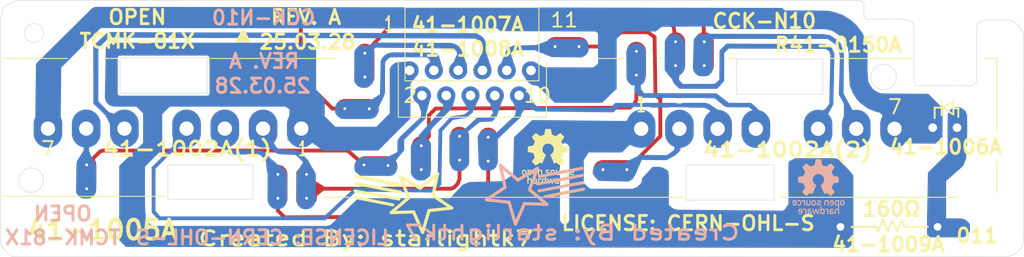
<source format=kicad_pcb>
(kicad_pcb (version 20241229) (generator "pcbnew") (generator_version "9.0")
  (title_block (title "TCMK-81X CCK-N10 (SFC Front Panel)") (date "2025-03-28") (rev "A") (company "License: CERN-OHL-S") (comment 1 "This Document Is Not Endorsed By Nintendo or Mitsumi") (comment 2 "Documented by starlightk7 for Repair Usage") (comment 3 "Originally Designed By Nintendo and Manufactured By Mitsumi. ") (comment 4 "Used in SHVC-CPU-XX Super Famicom Units"))
  (layers (0 "F.Cu" signal) (2 "B.Cu" signal) (13 "F.Paste" user) (15 "B.Paste" user) (5 "F.SilkS" user "F.Silkscreen") (7 "B.SilkS" user "B.Silkscreen") (1 "F.Mask" user) (3 "B.Mask" user) (25 "Edge.Cuts" user))
  (net 0 "")
  (net 1 "GND")
  (net 2 "L+")
  (net 3 "R")
  (net 4 "Net-(U3-D1)")
  (net 5 "8")
  (net 6 "5")
  (net 7 "9")
  (net 8 "4")
  (net 9 "10")
  (net 10 "Net-(U3-D2)")
  (net 11 "3")
  (net 12 "2")
  (footprint "Resistor_THT:R_Axial_DIN0207_L6.3mm_D2.5mm_P10.16mm_Horizontal" (layer "F.Cu") (at 145.35 72)
    (property "Reference" "R1" (hide yes))
    (property "Value" "160Ω" (hide yes))
  )
  (footprint "LOGO" (layer "F.Cu") (at 99.789536 67.967218 -140)
    (property "Reference" "G***" (hide yes))
    (property "Value" "LOGO" (hide yes))
  )
  (footprint "OpenSFC:ControllerRibbon" (layer "F.Cu") (at 106.567018 56.849545)
    (property "Reference" "U1" (hide yes))
    (property "Value" "~")
  )
  (footprint "OpenSFC:ControllerPort" (layer "F.Cu") (at 73.7 61.45 180)
    (property "Reference" "U3" (hide yes))
    (property "Value" "~" (hide yes))
  )
  (footprint "OpenSFC:ControllerPort" (layer "F.Cu") (at 139.74991 61.970235)
    (property "Reference" "U2" (hide yes))
    (property "Value" "~" (hide yes))
  )
  (footprint "LOGO" (layer "B.Cu") (at 113.2 67.1 -40)
    (property "Reference" "G***" (hide yes))
    (property "Value" "LOGO" (hide yes))
  )
  (footprint "LED_THT:LED_D1.8mm_W1.8mm_H2.4mm_Horizontal_O6.35mm_Z1.6mm" (layer "B.Cu") (at 155 61.6)
    (property "Reference" "D1" (hide yes))
    (property "Value" "LED")
  )
  (gr_poly (pts (xy 75.58 64) (xy 76.76 63.32) (xy 75.58 62.47) (xy 75.501739 63.19679) (xy 75.472046 63.54321) (xy 75.325191 63.724753)) (fill yes) (layer "B.Cu") (net 4))
  (gr_poly (pts (xy 99.660153 59.354763) (xy 99.637788 59.922268) (xy 99.607955 60.08933) (xy 99.53238 60.210649) (xy 99.452826 60.304124) (xy 99.337474 60.41351) (xy 99.218144 60.43141) (xy 99.10478 60.439365) (xy 98.965562 60.405555) (xy 98.872087 60.343901) (xy 98.800489 60.284236) (xy 98.756734 60.24247) (xy 98.724878 60.188939) (xy 98.696703 60.11933) (xy 98.663259 59.995855) (xy 98.644874 59.846534) (xy 98.647738 59.5) (xy 98.671214 59.120768) (xy 98.71298 58.890063) (xy 98.76469 58.772722) (xy 98.864131 58.679247) (xy 98.977495 58.611626) (xy 99.12268 58.599693) (xy 99.338102 58.611131) (xy 99.456298 58.652042) (xy 99.525907 58.718336) (xy 99.583915 58.773029) (xy 99.608775 58.827722) (xy 99.641922 58.918877) (xy 99.651866 59.006717) (xy 99.653524 59.165824)) (stroke (width 0.1)) (fill yes) (layers "B.Cu" "B.Mask") (net 3))
  (gr_poly (pts (xy 118.230647 57.6) (xy 116.930647 57.6) (xy 116.730647 57.4) (xy 116.675612 57.31317) (xy 116.62637 57.188617) (xy 116.610984 57.141996) (xy 116.606211 57.056078) (xy 116.610439 56.993097) (xy 116.615757 56.97016) (xy 116.62769 56.889016) (xy 116.653943 56.776846) (xy 116.720768 56.667062) (xy 116.799526 56.573985) (xy 116.853752 56.510815) (xy 116.913132 56.471712) (xy 116.997133 56.447091) (xy 117.171842 56.426413) (xy 117.330949 56.424424) (xy 117.70485 56.418458) (xy 118.070795 56.422435) (xy 118.252669 56.470908) (xy 118.367132 56.543754) (xy 118.475822 56.669034) (xy 118.550104 56.798325) (xy 118.575959 56.901744) (xy 118.573842 57.179992) (xy 118.569671 57.236302) (xy 118.521704 57.32598) (xy 118.459138 57.434428) (xy 118.423683 57.471968) (xy 118.363203 57.524106) (xy 118.302722 57.572074) (xy 118.248498 57.599186)) (stroke (width 0.2)) (fill yes) (layers "B.Cu" "B.Mask") (net 1))
  (gr_line (start 149.1 72) (end 149.3 72.5) (stroke (width 0.2)) (layer "F.SilkS"))
  (gr_poly (pts (xy 117.2782 66.003949) (xy 117.289833 66.004761) (xy 117.301334 66.006105) (xy 117.312686 66.007974) (xy 117.323873 66.010361) (xy 117.334877 66.013259) (xy 117.345681 66.016661) (xy 117.35627 66.020559) (xy 117.366625 66.024947) (xy 117.37673 66.029816) (xy 117.386567 66.03516) (xy 117.396121 66.040972) (xy 117.405374 66.047244) (xy 117.414308 66.05397) (xy 117.422908 66.061142) (xy 117.431156 66.068752) (xy 117.439035 66.076795) (xy 117.446529 66.085261) (xy 117.45362 66.094145) (xy 117.460292 66.10344) (xy 117.466527 66.113137) (xy 117.472309 66.12323) (xy 117.47762 66.133711) (xy 117.482444 66.144574) (xy 117.486764 66.155811) (xy 117.490563 66.167415) (xy 117.493824 66.179378) (xy 117.49653 66.191695) (xy 117.498665 66.204356) (xy 117.50021 66.217356) (xy 117.50115 66.230687) (xy 117.501467 66.244342) (xy 117.501467 66.338798) (xy 117.146152 66.338798) (xy 117.146319 66.347414) (xy 117.146815 66.355759) (xy 117.147634 66.363834) (xy 117.148768 66.371639) (xy 117.150213 66.379172) (xy 117.15196 66.386434) (xy 117.154004 66.393425) (xy 117.156337 66.400144) (xy 117.158954 66.406592) (xy 117.161847 66.412767) (xy 117.165011 66.418671) (xy 117.168437 66.424301) (xy 117.172121 66.42966) (xy 117.176056 66.434745) (xy 117.180234 66.439557) (xy 117.184649 66.444096) (xy 117.189295 66.448362) (xy 117.194166 66.452354) (xy 117.199253 66.456072) (xy 117.204552 66.459516) (xy 117.210055 66.462685) (xy 117.215756 66.46558) (xy 117.221648 66.468201) (xy 117.227725 66.470546) (xy 117.23398 66.472616) (xy 117.240407 66.474411) (xy 117.246999 66.475931) (xy 117.253749 66.477174) (xy 117.26065 66.478142) (xy 117.267698 66.478833) (xy 117.274883 66.479248) (xy 117.282201 66.479387) (xy 117.290458 66.479151) (xy 117.298767 66.478448) (xy 117.307106 66.477287) (xy 117.315449 66.475677) (xy 117.323773 66.473625) (xy 117.332051 66.471139) (xy 117.34026 66.468228) (xy 117.348376 66.464901) (xy 117.356373 66.461165) (xy 117.364228 66.457028) (xy 117.371915 66.4525) (xy 117.37941 66.447588) (xy 117.386688 66.442301) (xy 117.393725 66.436646) (xy 117.400497 66.430633) (xy 117.406979 66.424269) (xy 117.490195 66.495071) (xy 117.479469 66.506854) (xy 117.468365 66.517757) (xy 117.456904 66.527797) (xy 117.445105 66.53699) (xy 117.432989 66.545354) (xy 117.420575 66.552903) (xy 117.407883 66.559656) (xy 117.394934 66.565628) (xy 117.381747 66.570835) (xy 117.368342 66.575295) (xy 117.354739 66.579024) (xy 117.340958 66.582037) (xy 117.32702 66.584353) (xy 117.312943 66.585986) (xy 117.298748 66.586954) (xy 117.284455 66.587273) (xy 117.262338 66.586584) (xy 117.240001 66.584399) (xy 117.217672 66.58054) (xy 117.195576 66.574829) (xy 117.173943 66.567088) (xy 117.16337 66.562401) (xy 117.152998 66.557141) (xy 117.142855 66.551284) (xy 117.13297 66.544808) (xy 117.12337 66.537692) (xy 117.114085 66.529913) (xy 117.105142 66.521449) (xy 117.096571 66.512278) (xy 117.088399 66.502377) (xy 117.080655 66.491724) (xy 117.073367 66.480298) (xy 117.066564 66.468075) (xy 117.060274 66.455034) (xy 117.054525 66.441153) (xy 117.049346 66.426408) (xy 117.044766 66.410779) (xy 117.040813 66.394242) (xy 117.037514 66.376776) (xy 117.034899 66.358359) (xy 117.032996 66.338967) (xy 117.031834 66.31858) (xy 117.03144 66.297174) (xy 117.031801 66.276845) (xy 117.032868 66.257378) (xy 117.034087 66.244374) (xy 117.146152 66.244374) (xy 117.386754 66.244374) (xy 117.386301 66.23637) (xy 117.385584 66.228605) (xy 117.384607 66.221079) (xy 117.383376 66.213795) (xy 117.381896 66.206752) (xy 117.380172 66.199952) (xy 117.378208 66.193395) (xy 117.376011 66.187084) (xy 117.373585 66.181018) (xy 117.370936 66.175199) (xy 117.368068 66.169628) (xy 117.364986 66.164305) (xy 117.361697 66.159233) (xy 117.358204 66.154411) (xy 117.354513 66.149841) (xy 117.35063 66.145524) (xy 117.346559 66.141461) (xy 117.342305 66.137653) (xy 117.337874 66.1341) (xy 117.33327 66.130805) (xy 117.328499 66.127767) (xy 117.323567 66.124988) (xy 117.318477 66.122469) (xy 117.313235 66.120211) (xy 117.307847 66.118215) (xy 117.302317 66.116482) (xy 117.296651 66.115012) (xy 117.290853 66.113808) (xy 117.28493 66.112869) (xy 117.278885 66.112198) (xy 117.272724 66.111794) (xy 117.266452 66.111659) (xy 117.260178 66.111794) (xy 117.254007 66.112198) (xy 117.247947 66.112869) (xy 117.242004 66.113808) (xy 117.236182 66.115012) (xy 117.230487 66.116482) (xy 117.224927 66.118215) (xy 117.219505 66.120211) (xy 117.214228 66.122469) (xy 117.209102 66.124988) (xy 117.204133 66.127767) (xy 117.199325 66.130805) (xy 117.194686 66.1341) (xy 117.190221 66.137653) (xy 117.185935 66.141461) (xy 117.181835 66.145524) (xy 117.177926 66.149841) (xy 117.174214 66.154411) (xy 117.170704 66.159233) (xy 117.167403 66.164305) (xy 117.164316 66.169628) (xy 117.161449 66.175199) (xy 117.158808 66.181018) (xy 117.156399 66.187083) (xy 117.154227 66.193395) (xy 117.152298 66.199951) (xy 117.150617 66.206752) (xy 117.149192 66.213794) (xy 117.148027 66.221079) (xy 117.147128 66.228605) (xy 117.146501 66.23637) (xy 117.146152 66.244374) (xy 117.034087 66.244374) (xy 117.034614 66.238758) (xy 117.037015 66.220971) (xy 117.040045 66.204004) (xy 117.043679 66.187842) (xy 117.04789 66.17247) (xy 117.052654 66.157875) (xy 117.057945 66.144042) (xy 117.063738 66.130957) (xy 117.070006 66.118607) (xy 117.076725 66.106976) (xy 117.083869 66.096051) (xy 117.091412 66.085817) (xy 117.09933 66.076261) (xy 117.107596 66.067367) (xy 117.116185 66.059123) (xy 117.125072 66.051513) (xy 117.13423 66.044524) (xy 117.143636 66.038141) (xy 117.153262 66.03235) (xy 117.163084 66.027137) (xy 117.173076 66.022488) (xy 117.183213 66.018389) (xy 117.193469 66.014825) (xy 117.203818 66.011782) (xy 117.214236 66.009246) (xy 117.224696 66.007203) (xy 117.245642 66.004539) (xy 117.266453 66.003677)) (fill yes) (layer "F.SilkS"))
  (gr_line (start 82.9 51.2) (end 83.6 52.6) (stroke (width 0.1)) (layer "F.SilkS"))
  (gr_line (start 82.9 51.3) (end 83.5 52.5) (stroke (width 0.1)) (layer "F.SilkS"))
  (gr_line (start 82.9 51.7) (end 83.2 52.3) (stroke (width 0.1)) (layer "F.SilkS"))
  (gr_line (start 150.795162 71.279201) (end 151.278354 72.426783) (stroke (width 0.2)) (layer "F.SilkS"))
  (gr_line (start 149.788512 71.259068) (end 150.291837 72.467049) (stroke (width 0.2)) (layer "F.SilkS"))
  (gr_line (start 82.9 51.6) (end 83.3 52.4) (stroke (width 0.1)) (layer "F.SilkS"))
  (gr_line (start 83.2 52.3) (end 83 52) (stroke (width 0.1)) (layer "F.SilkS"))
  (gr_line (start 157.172096 58.855264) (end 157.159183 60.224055) (stroke (width 0.2)) (layer "F.SilkS"))
  (gr_poly (pts (xy 116.805694 66.003798) (xy 116.81365 66.004158) (xy 116.821501 66.004752) (xy 116.829247 66.005576) (xy 116.84442 66.007893) (xy 116.859167 66.011072) (xy 116.873487 66.015074) (xy 116.887378 66.019862) (xy 116.900838 66.025398) (xy 116.913865 66.031644) (xy 116.926457 66.038563) (xy 116.938612 66.046116) (xy 116.950328 66.054266) (xy 116.961604 66.062974) (xy 116.972437 66.072204) (xy 116.982825 66.081917) (xy 116.992767 66.092075) (xy 117.002261 66.102642) (xy 116.917933 66.177984) (xy 116.912526 66.17157) (xy 116.906836 66.165415) (xy 116.900871 66.159539) (xy 116.894639 66.153966) (xy 116.88815 66.148715) (xy 116.881412 66.143808) (xy 116.874432 66.139268) (xy 116.86722 66.135114) (xy 116.859784 66.131369) (xy 116.852133 66.128054) (xy 116.844274 66.12519) (xy 116.836217 66.122799) (xy 116.82797 66.120902) (xy 116.819541 66.11952) (xy 116.810939 66.118676) (xy 116.802173 66.11839) (xy 116.785122 66.119013) (xy 116.768993 66.120903) (xy 116.761281 66.122332) (xy 116.753809 66.124088) (xy 116.746579 66.126174) (xy 116.739595 66.128594) (xy 116.73286 66.131352) (xy 116.726376 66.134451) (xy 116.720148 66.137895) (xy 116.714177 66.141686) (xy 116.708468 66.145829) (xy 116.703022 66.150327) (xy 116.697844 66.155184) (xy 116.692937 66.160403) (xy 116.688302 66.165987) (xy 116.683945 66.171941) (xy 116.679867 66.178267) (xy 116.676072 66.184969) (xy 116.672562 66.19205) (xy 116.669342 66.199515) (xy 116.666414 66.207366) (xy 116.66378 66.215607) (xy 116.661445 66.224242) (xy 116.659412 66.233274) (xy 116.657682 66.242706) (xy 116.65626 66.252543) (xy 116.654351 66.273442) (xy 116.65371 66.295999) (xy 116.653871 66.307392) (xy 116.654352 66.318373) (xy 116.65515 66.328945) (xy 116.656262 66.339112) (xy 116.657684 66.348878) (xy 116.659414 66.358245) (xy 116.661449 66.367216) (xy 116.663785 66.375795) (xy 116.666419 66.383986) (xy 116.669348 66.391791) (xy 116.67257 66.399214) (xy 116.67608 66.406258) (xy 116.679876 66.412926) (xy 116.683955 66.419222) (xy 116.688314 66.425149) (xy 116.692949 66.43071) (xy 116.697857 66.435909) (xy 116.703036 66.440749) (xy 116.708481 66.445232) (xy 116.714191 66.449363) (xy 116.720162 66.453145) (xy 116.72639 66.45658) (xy 116.732874 66.459673) (xy 116.739609 66.462426) (xy 116.746592 66.464843) (xy 116.753821 66.466927) (xy 116.761292 66.468682) (xy 116.769002 66.47011) (xy 116.776948 66.471215) (xy 116.785128 66.472) (xy 116.793537 66.472469) (xy 116.802173 66.472624) (xy 116.806576 66.472552) (xy 116.810939 66.472338) (xy 116.815261 66.471984) (xy 116.81954 66.471494) (xy 116.827967 66.470112) (xy 116.836213 66.468215) (xy 116.844268 66.465824) (xy 116.852125 66.46296) (xy 116.859774 66.459645) (xy 116.867208 66.4559) (xy 116.874419 66.451747) (xy 116.881398 66.447206) (xy 116.888136 66.442299) (xy 116.894626 66.437049) (xy 116.900859 66.431475) (xy 116.906826 66.425599) (xy 116.912521 66.419444) (xy 116.917933 66.41303) (xy 117.002261 66.488372) (xy 116.992773 66.498922) (xy 116.982835 66.509066) (xy 116.972451 66.518768) (xy 116.961621 66.527989) (xy 116.950348 66.536691) (xy 116.938634 66.544835) (xy 116.92648 66.552385) (xy 116.913889 66.559301) (xy 116.900861 66.565547) (xy 116.8874 66.571083) (xy 116.873508 66.575871) (xy 116.859185 66.579874) (xy 116.844434 66.583054) (xy 116.829257 66.585373) (xy 116.813656 66.586792) (xy 116.797632 66.587273) (xy 116.773051 66.586289) (xy 116.748754 66.583294) (xy 116.724921 66.578228) (xy 116.701732 66.571029) (xy 116.690434 66.56661) (xy 116.679366 66.561636) (xy 116.668547 66.556098) (xy 116.658002 66.549988) (xy 116.647753 66.543299) (xy 116.637821 66.536024) (xy 116.62823 66.528154) (xy 116.619002 66.519681) (xy 116.61016 66.5106) (xy 116.601725 66.500901) (xy 116.59372 66.490576) (xy 116.586168 66.479619) (xy 116.579092 66.468022) (xy 116.572513 66.455777) (xy 116.566454 66.442876) (xy 116.560937 66.429312) (xy 116.555985 66.415076) (xy 116.551621 66.400163) (xy 116.547867 66.384562) (xy 116.544745 66.368268) (xy 116.542277 66.351273) (xy 116.540487 66.333568) (xy 116.539397 66.315146) (xy 116.539028 66.295999) (xy 116.539397 66.276763) (xy 116.540487 66.258257) (xy 116.542277 66.240472) (xy 116.544745 66.223402) (xy 116.547867 66.207038) (xy 116.551621 66.191373) (xy 116.555985 66.176399) (xy 116.560937 66.162107) (xy 116.566454 66.148491) (xy 116.572513 66.135542) (xy 116.579092 66.123252) (xy 116.586168 66.111614) (xy 116.59372 66.10062) (xy 116.601725 66.090262) (xy 116.61016 66.080533) (xy 116.619002 66.071423) (xy 116.62823 66.062927) (xy 116.637821 66.055035) (xy 116.647753 66.04774) (xy 116.658002 66.041034) (xy 116.668547 66.03491) (xy 116.679366 66.029359) (xy 116.690434 66.024374) (xy 116.701732 66.019947) (xy 116.713235 66.01607) (xy 116.724921 66.012735) (xy 116.736768 66.009934) (xy 116.748754 66.007661) (xy 116.760855 66.005906) (xy 116.773051 66.004662) (xy 116.797632 66.003677)) (fill yes) (layer "F.SilkS"))
  (gr_line (start 83.4 52.5) (end 82.9 51.5) (stroke (width 0.1)) (layer "F.SilkS"))
  (gr_line (start 157.159183 60.224055) (end 156.07448 59.513833) (stroke (width 0.2)) (layer "F.SilkS"))
  (gr_poly (pts (xy 115.688583 66.904736) (xy 115.713301 66.906475) (xy 115.736839 66.909457) (xy 115.74814 66.911435) (xy 115.759117 66.913748) (xy 115.76976 66.916406) (xy 115.78006 66.919417) (xy 115.790005 66.922788) (xy 115.799588 66.92653) (xy 115.808797 66.930649) (xy 115.817624 66.935154) (xy 115.826059 66.940055) (xy 115.834091 66.945359) (xy 115.841712 66.951074) (xy 115.848912 66.957209) (xy 115.85568 66.963773) (xy 115.862008 66.970775) (xy 115.867885 66.978221) (xy 115.873302 66.986121) (xy 115.878249 66.994484) (xy 115.882716 67.003317) (xy 115.886694 67.01263) (xy 115.890174 67.02243) (xy 115.893144 67.032726) (xy 115.895597 67.043526) (xy 115.897521 67.054839) (xy 115.898907 67.066674) (xy 115.899746 67.079038) (xy 115.900028 67.09194) (xy 115.900028 67.481005) (xy 115.785315 67.481005) (xy 115.785284 67.481005) (xy 115.785284 67.430395) (xy 115.783061 67.430395) (xy 115.778442 67.437533) (xy 115.773419 67.444173) (xy 115.767962 67.450321) (xy 115.762036 67.455983) (xy 115.755609 67.461162) (xy 115.748649 67.465864) (xy 115.741122 67.470094) (xy 115.732995 67.473857) (xy 115.724237 67.477159) (xy 115.714813 67.480004) (xy 115.704692 67.482397) (xy 115.69384 67.484344) (xy 115.682225 67.48585) (xy 115.669814 67.486918) (xy 115.656574 67.487556) (xy 115.642472 67.487768) (xy 115.630715 67.487548) (xy 115.619272 67.486897) (xy 115.608146 67.485824) (xy 115.597341 67.484337) (xy 115.586862 67.482447) (xy 115.576712 67.480162) (xy 115.566895 67.477493) (xy 115.557415 67.474449) (xy 115.548275 67.471039) (xy 115.539481 67.467273) (xy 115.531035 67.46316) (xy 115.522942 67.45871) (xy 115.515206 67.453932) (xy 115.50783 67.448836) (xy 115.500819 67.44343) (xy 115.494176 67.437726) (xy 115.487905 67.431731) (xy 115.48201 67.425456) (xy 115.476495 67.41891) (xy 115.471365 67.412103) (xy 115.466622 67.405043) (xy 115.462271 67.397741) (xy 115.458316 67.390206) (xy 115.454761 67.382447) (xy 115.451609 67.374474) (xy 115.448865 67.366296) (xy 115.446532 67.357923) (xy 115.444615 67.349364) (xy 115.443116 67.340629) (xy 115.442042 67.331727) (xy 115.441394 67.322668) (xy 115.441177 67.31346) (xy 115.441299 67.30784) (xy 115.54919 67.30784) (xy 115.54955 67.314942) (xy 115.550647 67.321898) (xy 115.552506 67.328663) (xy 115.55515 67.335195) (xy 115.556774 67.33836) (xy 115.558605 67.341452) (xy 115.560644 67.344463) (xy 115.562895 67.347389) (xy 115.56536 67.350225) (xy 115.568044 67.352965) (xy 115.570949 67.355604) (xy 115.574078 67.358136) (xy 115.577435 67.360556) (xy 115.581021 67.36286) (xy 115.584841 67.36504) (xy 115.588898 67.367093) (xy 115.593194 67.369012) (xy 115.597733 67.370792) (xy 115.602517 67.372429) (xy 115.60755 67.373915) (xy 115.618375 67.376419) (xy 115.630232 67.378261) (xy 115.643146 67.379397) (xy 115.65714 67.379786) (xy 115.674329 67.379651) (xy 115.690086 67.379178) (xy 115.704457 67.378268) (xy 115.717485 67.37682) (xy 115.72351 67.375862) (xy 115.729216 67.374732) (xy 115.734608 67.373417) (xy 115.739693 67.371905) (xy 115.744476 67.370182) (xy 115.748962 67.368237) (xy 115.753156 67.366057) (xy 115.757066 67.363629) (xy 115.760695 67.36094) (xy 115.76405 67.357979) (xy 115.767136 67.354732) (xy 115.769958 67.351187) (xy 115.772523 67.347332) (xy 115.774836 67.343153) (xy 115.776902 67.338638) (xy 115.778727 67.333775) (xy 115.780317 67.328551) (xy 115.781676 67.322954) (xy 115.782811 67.31697) (xy 115.783728 67.310588) (xy 115.784431 67.303794) (xy 115.784926 67.296577) (xy 115.785219 67.288923) (xy 115.785315 67.28082) (xy 115.785315 67.239196) (xy 115.648155 67.239196) (xy 115.641935 67.239275) (xy 115.635925 67.23951) (xy 115.630124 67.239899) (xy 115.624532 67.240439) (xy 115.619147 67.241128) (xy 115.613968 67.241964) (xy 115.608996 67.242945) (xy 115.604228 67.244069) (xy 115.599665 67.245332) (xy 115.595305 67.246733) (xy 115.591148 67.24827) (xy 115.587193 67.24994) (xy 115.583438 67.251742) (xy 115.579884 67.253672) (xy 115.576528 67.255728) (xy 115.573372 67.257909) (xy 115.570413 67.260212) (xy 115.567651 67.262634) (xy 115.565085 67.265174) (xy 115.562714 67.267829) (xy 115.560537 67.270596) (xy 115.558554 67.273475) (xy 115.556764 67.276461) (xy 115.555166 67.279554) (xy 115.553759 67.28275) (xy 115.552542 67.286048) (xy 115.551514 67.289446) (xy 115.550675 67.29294) (xy 115.550024 67.296528) (xy 115.54956 67.30021) (xy 115.549283 67.303981) (xy 115.54919 67.30784) (xy 115.441299 67.30784) (xy 115.441361 67.304965) (xy 115.441915 67.29656) (xy 115.442836 67.288257) (xy 115.444124 67.280068) (xy 115.445779 67.272005) (xy 115.447801 67.264079) (xy 115.450187 67.256303) (xy 115.452939 67.248687) (xy 115.456054 67.241244) (xy 115.459533 67.233986) (xy 115.463375 67.226924) (xy 115.467579 67.22007) (xy 115.472145 67.213436) (xy 115.477071 67.207033) (xy 115.482358 67.200874) (xy 115.488004 67.194969) (xy 115.494009 67.189331) (xy 115.500373 67.183972) (xy 115.507094 67.178903) (xy 115.514172 67.174136) (xy 115.521607 67.169683) (xy 115.529397 67.165556) (xy 115.537543 67.161766) (xy 115.546043 67.158324) (xy 115.554896 67.155244) (xy 115.564103 67.152536) (xy 115.573662 67.150213) (xy 115.583574 67.148286) (xy 115.593836 67.146766) (xy 115.604449 67.145666) (xy 115.615412 67.144998) (xy 115.626724 67.144772) (xy 115.785284 67.144772) (xy 115.785284 67.085178) (xy 115.784872 67.075467) (xy 115.784354 67.07091) (xy 115.783625 67.066548) (xy 115.782683 67.062379) (xy 115.781525 67.058399) (xy 115.780149 67.054605) (xy 115.778554 67.050996) (xy 115.776735 67.047567) (xy 115.774692 67.044316) (xy 115.772422 67.04124) (xy 115.769923 67.038337) (xy 115.767193 67.035603) (xy 115.764228 67.033035) (xy 115.761028 67.030632) (xy 115.75759 67.028389) (xy 115.75391 67.026304) (xy 115.749989 67.024375) (xy 115.741407 67.02097) (xy 115.731827 67.018151) (xy 115.721231 67.015897) (xy 115.7096 67.014183) (xy 115.696916 67.012987) (xy 115.683161 67.012286) (xy 115.668317 67.012057) (xy 115.657506 67.012192) (xy 115.6474 67.012607) (xy 115.637964 67.013315) (xy 115.629162 67.014333) (xy 115.624988 67.014962) (xy 115.62096 67.015674) (xy 115.617074 67.01647) (xy 115.613324 67.017353) (xy 115.609707 67.018324) (xy 115.606219 67.019385) (xy 115.602854 67.020538) (xy 115.599609 67.021785) (xy 115.59648 67.023127) (xy 115.593462 67.024566) (xy 115.59055 67.026105) (xy 115.58774 67.027745) (xy 115.585029 67.029487) (xy 115.582411 67.031335) (xy 115.579883 67.033288) (xy 115.577439 67.035351) (xy 115.575076 67.037523) (xy 115.57279 67.039807) (xy 115.570575 67.042205) (xy 115.568428 67.044719) (xy 115.566344 67.04735) (xy 115.56432 67.050101) (xy 115.56235 67.052973) (xy 115.56043 67.055968) (xy 115.470451 66.987388) (xy 115.478897 66.976438) (xy 115.487798 66.966364) (xy 115.497158 66.957142) (xy 115.506982 66.948748) (xy 115.517274 66.941159) (xy 115.528039 66.934352) (xy 115.539282 66.928303) (xy 115.551008 66.922991) (xy 115.563221 66.91839) (xy 115.575927 66.914478) (xy 115.589129 66.911231) (xy 115.602833 66.908628) (xy 115.617043 66.906643) (xy 115.631765 66.905254) (xy 115.647002 66.904438) (xy 115.66276 66.904171)) (fill yes) (layer "F.SilkS"))
  (gr_poly (pts (xy 114.734914 66.004094) (xy 114.752577 66.005139) (xy 114.769536 66.006856) (xy 114.785824 66.009227) (xy 114.801471 66.01223) (xy 114.816509 66.015846) (xy 114.83097 66.020056) (xy 114.844885 66.024839) (xy 114.858285 66.030175) (xy 114.871201 66.036046) (xy 114.883667 66.04243) (xy 114.895712 66.049309) (xy 114.907368 66.056662) (xy 114.918668 66.06447) (xy 114.929642 66.072712) (xy 114.940321 66.08137) (xy 114.869518 66.164523) (xy 114.861071 66.15875) (xy 114.852576 66.153228) (xy 114.84401 66.147975) (xy 114.835352 66.143007) (xy 114.826581 66.138341) (xy 114.817677 66.133993) (xy 114.808616 66.129981) (xy 114.799379 66.12632) (xy 114.789943 66.123027) (xy 114.780288 66.120119) (xy 114.770391 66.117614) (xy 114.760232 66.115526) (xy 114.74979 66.113873) (xy 114.739042 66.112672) (xy 114.727969 66.111939) (xy 114.716547 66.111691) (xy 114.709839 66.111776) (xy 114.703409 66.112029) (xy 114.697254 66.112447) (xy 114.69137 66.113026) (xy 114.685751 66.113762) (xy 114.680394 66.114652) (xy 114.675294 66.115692) (xy 114.670446 66.116879) (xy 114.665848 66.11821) (xy 114.661493 66.11968) (xy 114.657379 66.121287) (xy 114.6535 66.123026) (xy 114.649853 66.124895) (xy 114.646433 66.126889) (xy 114.643235 66.129006) (xy 114.640256 66.131241) (xy 114.63749 66.133592) (xy 114.634935 66.136054) (xy 114.632584 66.138624) (xy 114.630435 66.141299) (xy 114.628483 66.144074) (xy 114.626723 66.146948) (xy 114.625151 66.149915) (xy 114.623763 66.152973) (xy 114.622554 66.156118) (xy 114.621521 66.159346) (xy 114.620658 66.162654) (xy 114.619962 66.166039) (xy 114.619428 66.169496) (xy 114.619052 66.173023) (xy 114.61883 66.176616) (xy 114.618757 66.180271) (xy 114.618973 66.184904) (xy 114.619641 66.189507) (xy 114.620793 66.19405) (xy 114.622461 66.198505) (xy 114.624675 66.202842) (xy 114.627467 66.207031) (xy 114.630868 66.211042) (xy 114.632807 66.212972) (xy 114.63491 66.214847) (xy 114.637181 66.216662) (xy 114.639623 66.218414) (xy 114.642242 66.2201) (xy 114.645041 66.221716) (xy 114.648023 66.223258) (xy 114.651192 66.224722) (xy 114.65811 66.227402) (xy 114.665825 66.229727) (xy 114.674369 66.231668) (xy 114.683773 66.233195) (xy 114.694068 66.234278) (xy 114.788524 66.240977) (xy 114.79939 66.241902) (xy 114.809844 66.243194) (xy 114.819892 66.244846) (xy 114.829537 66.246848) (xy 114.838784 66.249193) (xy 114.847637 66.251873) (xy 114.8561 66.254879) (xy 114.864178 66.258203) (xy 114.871876 66.261837) (xy 114.879197 66.265772) (xy 114.886146 66.27) (xy 114.892727 66.274513) (xy 114.898945 66.279303) (xy 114.904803 66.284361) (xy 114.910307 66.28968) (xy 114.915461 66.29525) (xy 114.920268 66.301064) (xy 114.924734 66.307113) (xy 114.928862 66.313389) (xy 114.932658 66.319884) (xy 114.936125 66.32659) (xy 114.939267 66.333498) (xy 114.94209 66.3406) (xy 114.944597 66.347888) (xy 114.946793 66.355353) (xy 114.948682 66.362988) (xy 114.951557 66.378732) (xy 114.953256 66.395054) (xy 114.953815 66.411887) (xy 114.953514 66.422187) (xy 114.952621 66.432207) (xy 114.951148 66.441943) (xy 114.949111 66.451394) (xy 114.946521 66.460555) (xy 114.943394 66.469423) (xy 114.939742 66.477996) (xy 114.935579 66.486271) (xy 114.930918 66.494244) (xy 114.925774 66.501912) (xy 114.920159 66.509273) (xy 114.914088 66.516323) (xy 114.907574 66.523058) (xy 114.90063 66.529477) (xy 114.893271 66.535576) (xy 114.885509 66.541352) (xy 114.877358 66.546801) (xy 114.868832 66.551921) (xy 114.850709 66.561161) (xy 114.831249 66.569047) (xy 114.81056 66.575555) (xy 114.788751 66.580659) (xy 114.765931 66.584335) (xy 114.742207 66.586559) (xy 114.71769 66.587306) (xy 114.700482 66.58691) (xy 114.683441 66.585722) (xy 114.666574 66.583739) (xy 114.649889 66.580961) (xy 114.633395 66.577385) (xy 114.6171 66.57301) (xy 114.601013 66.567835) (xy 114.585142 66.561858) (xy 114.569494 66.555077) (xy 114.554079 66.547491) (xy 114.538904 66.539098) (xy 114.523978 66.529897) (xy 114.50931 66.519885) (xy 114.494906 66.509062) (xy 114.480776 66.497426) (xy 114.466928 66.484975) (xy 114.546748 66.406299) (xy 114.55608 66.415093) (xy 114.565545 66.423331) (xy 114.575167 66.431009) (xy 114.584974 66.438127) (xy 114.594992 66.444684) (xy 114.605248 66.450678) (xy 114.615767 66.456108) (xy 114.626576 66.460972) (xy 114.637701 66.46527) (xy 114.649169 66.468998) (xy 114.661005 66.472157) (xy 114.673237 66.474745) (xy 114.685891 66.47676) (xy 114.698992 66.478201) (xy 114.712568 66.479067) (xy 114.726644 66.479355) (xy 114.732701 66.479283) (xy 114.738648 66.479066) (xy 114.74448 66.478705) (xy 114.75019 66.4782) (xy 114.755775 66.47755) (xy 114.761227 66.476757) (xy 114.766542 66.47582) (xy 114.771714 66.47474) (xy 114.776739 66.473517) (xy 114.78161 66.472151) (xy 114.786323 66.470642) (xy 114.790871 66.46899) (xy 114.79525 66.467196) (xy 114.799454 66.465259) (xy 114.803478 66.463181) (xy 114.807317 66.46096) (xy 114.810964 66.458598) (xy 114.814415 66.456095) (xy 114.817664 66.45345) (xy 114.820707 66.450664) (xy 114.823536 66.447738) (xy 114.826148 66.44467) (xy 114.828537 66.441462) (xy 114.830697 66.438114) (xy 114.832623 66.434625) (xy 114.83431 66.430997) (xy 114.835752 66.427229) (xy 114.836944 66.423321) (xy 114.83788 66.419274) (xy 114.838555 66.415088) (xy 114.838965 66.410763) (xy 114.839102 66.406299) (xy 114.839014 66.402586) (xy 114.838752 66.399033) (xy 114.83832 66.395638) (xy 114.837722 66.392397) (xy 114.836962 66.389307) (xy 114.836044 66.386364) (xy 114.834972 66.383564) (xy 114.833749 66.380904) (xy 114.832379 66.378381) (xy 114.830867 66.375991) (xy 114.829216 66.373731) (xy 114.827431 66.371597) (xy 114.825514 66.369586) (xy 114.82347 66.367694) (xy 114.821303 66.365918) (xy 114.819016 66.364254) (xy 114.816614 66.362699) (xy 114.814101 66.36125) (xy 114.808755 66.358652) (xy 114.80301 66.356435) (xy 114.796896 66.354569) (xy 114.790445 66.353028) (xy 114.783688 66.351783) (xy 114.776655 66.350806) (xy 114.769379 66.35007) (xy 114.66816 66.341084) (xy 114.650756 66.339043) (xy 114.633997 66.335877) (xy 114.62588 66.333876) (xy 114.617948 66.331597) (xy 114.610211 66.329043) (xy 114.602677 66.326213) (xy 114.595353 66.323111) (xy 114.588248 66.319736) (xy 114.58137 66.31609) (xy 114.574728 66.312174) (xy 114.568329 66.30799) (xy 114.562182 66.303539) (xy 114.556295 66.298822) (xy 114.550677 66.29384) (xy 114.545336 66.288595) (xy 114.540279 66.283088) (xy 114.535515 66.277319) (xy 114.531053 66.271291) (xy 114.5269 66.265005) (xy 114.523065 66.258461) (xy 114.519557 66.251662) (xy 114.516382 66.244608) (xy 114.51355 66.2373) (xy 114.511069 66.229741) (xy 114.508948 66.22193) (xy 114.507193 66.21387) (xy 114.505814 66.205562) (xy 114.504819 66.197006) (xy 114.504215 66.188205) (xy 114.504013 66.179159) (xy 114.504281 66.168465) (xy 114.505077 66.158102) (xy 114.506391 66.148069) (xy 114.508209 66.138367) (xy 114.510521 66.128998) (xy 114.513314 66.119961) (xy 114.516578 66.111257) (xy 114.520299 66.102887) (xy 114.524466 66.094851) (xy 114.529069 66.08715) (xy 114.534094 66.079785) (xy 114.53953 66.072756) (xy 114.545365 66.066065) (xy 114.551589 66.05971) (xy 114.558188 66.053694) (xy 114.565151 66.048016) (xy 114.572467 66.042678) (xy 114.580124 66.037679) (xy 114.588109 66.033021) (xy 114.596412 66.028705) (xy 114.60502 66.02473) (xy 114.613922 66.021097) (xy 114.63256 66.014862) (xy 114.652232 66.010004) (xy 114.672845 66.006528) (xy 114.694304 66.004438) (xy 114.716515 66.003741)) (fill yes) (layer "F.SilkS"))
  (gr_poly (pts (xy 113.995236 66.904367) (xy 114.003615 66.904948) (xy 114.011821 66.905904) (xy 114.019861 66.907227) (xy 114.027742 66.908904) (xy 114.035471 66.910928) (xy 114.043055 66.913288) (xy 114.050499 66.915974) (xy 114.057812 66.918976) (xy 114.064999 66.922284) (xy 114.072068 66.925889) (xy 114.079024 66.929781) (xy 114.085876 66.933949) (xy 114.092629 66.938385) (xy 114.099291 66.943078) (xy 114.105867 66.948018) (xy 114.022683 67.046982) (xy 114.01771 67.043323) (xy 114.012896 67.039947) (xy 114.008214 67.03685) (xy 114.003637 67.034023) (xy 113.999139 67.031461) (xy 113.994694 67.029156) (xy 113.990275 67.027102) (xy 113.985856 67.025293) (xy 113.981411 67.023722) (xy 113.976913 67.022382) (xy 113.972336 67.021266) (xy 113.967653 67.020368) (xy 113.962839 67.019681) (xy 113.957866 67.019198) (xy 113.952708 67.018914) (xy 113.94734 67.01882) (xy 113.936823 67.019245) (xy 113.926411 67.020531) (xy 113.916184 67.022694) (xy 113.90622 67.02575) (xy 113.901361 67.027618) (xy 113.896598 67.029716) (xy 113.891941 67.032045) (xy 113.887399 67.034607) (xy 113.882981 67.037405) (xy 113.878699 67.040441) (xy 113.874562 67.043716) (xy 113.87058 67.047232) (xy 113.866763 67.050993) (xy 113.86312 67.054999) (xy 113.859661 67.059252) (xy 113.856397 67.063755) (xy 113.853338 67.06851) (xy 113.850492 67.073519) (xy 113.847871 67.078784) (xy 113.845483 67.084306) (xy 113.84334 67.090088) (xy 113.84145 67.096132) (xy 113.839823 67.10244) (xy 113.838471 67.109014) (xy 113.837401 67.115856) (xy 113.836625 67.122968) (xy 113.836152 67.130352) (xy 113.835992 67.13801) (xy 113.835992 67.481005) (xy 113.721311 67.481005) (xy 113.721311 66.910933) (xy 113.835992 66.910933) (xy 113.835992 66.97164) (xy 113.838247 66.97164) (xy 113.845175 66.963473) (xy 113.852463 66.955833) (xy 113.860101 66.948719) (xy 113.868078 66.942131) (xy 113.876386 66.93607) (xy 113.885013 66.930535) (xy 113.89395 66.925527) (xy 113.903187 66.921046) (xy 113.912714 66.917092) (xy 113.922521 66.913664) (xy 113.932597 66.910764) (xy 113.942934 66.90839) (xy 113.95352 66.906544) (xy 113.964346 66.905226) (xy 113.975402 66.904434) (xy 113.986678 66.904171)) (fill yes) (layer "F.SilkS"))
  (gr_line (start 114.6 60.5) (end 114.6 54.8) (stroke (width 0.1)) (layer "F.SilkS"))
  (gr_line (start 157.675708 59.565486) (end 157.675708 60.495231) (stroke (width 0.2)) (layer "F.SilkS"))
  (gr_line (start 144.1 54.35) (end 152.9 54.35) (stroke (width 0.1)) (layer "F.SilkS"))
  (gr_line (start 83.05 52) (end 82.9 51.8) (stroke (width 0.1)) (layer "F.SilkS"))
  (gr_poly (pts (xy 115.701623 66.350006) (xy 115.701763 66.357182) (xy 115.702182 66.364165) (xy 115.702872 66.370953) (xy 115.703828 66.377543) (xy 115.705044 66.383933) (xy 115.706515 66.390122) (xy 115.708234 66.396106) (xy 115.710197 66.401883) (xy 115.712396 66.407451) (xy 115.714827 66.412808) (xy 115.717484 66.417952) (xy 115.72036 66.422879) (xy 115.72345 66.427589) (xy 115.726749 66.432078) (xy 115.73025 66.436345) (xy 115.733948 66.440386) (xy 115.737837 66.4442) (xy 115.741911 66.447785) (xy 115.746165 66.451138) (xy 115.750592 66.454257) (xy 115.755187 66.45714) (xy 115.759944 66.459783) (xy 115.764857 66.462186) (xy 115.769921 66.464346) (xy 115.77513 66.46626) (xy 115.780478 66.467926) (xy 115.785959 66.469343) (xy 115.791567 66.470506) (xy 115.797298 66.471416) (xy 115.803144 66.472068) (xy 115.8091 66.472461) (xy 115.815161 66.472592) (xy 115.821126 66.472461) (xy 115.826993 66.472068) (xy 115.832756 66.471416) (xy 115.838408 66.470506) (xy 115.843944 66.469343) (xy 115.849357 66.467926) (xy 115.854643 66.46626) (xy 115.859794 66.464346) (xy 115.864805 66.462186) (xy 115.86967 66.459783) (xy 115.874383 66.45714) (xy 115.878937 66.454257) (xy 115.883328 66.451138) (xy 115.887549 66.447785) (xy 115.891593 66.4442) (xy 115.895456 66.440386) (xy 115.899131 66.436345) (xy 115.902612 66.432078) (xy 115.905893 66.427589) (xy 115.908969 66.422879) (xy 115.911832 66.417952) (xy 115.914478 66.412808) (xy 115.916901 66.407451) (xy 115.919093 66.401883) (xy 115.92105 66.396106) (xy 115.922766 66.390122) (xy 115.924233 66.383933) (xy 115.925448 66.377543) (xy 115.926403 66.370953) (xy 115.927092 66.364165) (xy 115.92751 66.357182) (xy 115.927651 66.350006) (xy 115.927651 66.010439) (xy 116.0423 66.010439) (xy 116.0423 66.580574) (xy 115.927651 66.580574) (xy 115.927651 66.519805) (xy 115.925428 66.519805) (xy 115.9185 66.527971) (xy 115.911213 66.535612) (xy 115.903579 66.542726) (xy 115.89561 66.549313) (xy 115.887318 66.555375) (xy 115.878714 66.560909) (xy 115.86981 66.565917) (xy 115.860619 66.570398) (xy 115.851151 66.574353) (xy 115.841419 66.57778) (xy 115.831435 66.58068) (xy 115.82121 66.583053) (xy 115.810756 66.584899) (xy 115.800085 66.586218) (xy 115.789209 66.587009) (xy 115.77814 66.587273) (xy 115.769678 66.587073) (xy 115.76117 66.586471) (xy 115.744101 66.584074) (xy 115.727097 66.580092) (xy 115.718671 66.577511) (xy 115.710324 66.574538) (xy 115.702075 66.571174) (xy 115.693945 66.567422) (xy 115.685955 66.563282) (xy 115.678126 66.558756) (xy 115.670478 66.553846) (xy 115.663031 66.548553) (xy 115.655807 66.542878) (xy 115.648826 66.536823) (xy 115.642109 66.530389) (xy 115.635675 66.523578) (xy 115.629546 66.51639) (xy 115.623743 66.508829) (xy 115.618285 66.500894) (xy 115.613194 66.492588) (xy 115.60849 66.483912) (xy 115.604194 66.474867) (xy 115.600326 66.465455) (xy 115.596907 66.455677) (xy 115.593958 66.445534) (xy 115.591498 66.435029) (xy 115.589549 66.424162) (xy 115.588132 66.412935) (xy 115.587266 66.40135) (xy 115.586973 66.389408) (xy 115.586973 66.010439) (xy 115.701623 66.010439)) (fill yes) (layer "F.SilkS"))
  (gr_line (start 133.6 54.35) (end 134.3 54.35) (stroke (width 0.1)) (layer "F.SilkS"))
  (gr_line (start 82.1 52.6) (end 82.9 51.2) (stroke (width 0.1)) (layer "F.SilkS"))
  (gr_line (start 157.6 68.9) (end 139.1 68.9) (stroke (width 0.1)) (layer "F.SilkS"))
  (gr_line (start 79.5 54.35) (end 92.6 54.35) (stroke (width 0.1)) (layer "F.SilkS"))
  (gr_line (start 155.2 60.6) (end 155.2 59.5) (stroke (width 0.2)) (layer "F.SilkS"))
  (gr_line (start 82.7 52.4) (end 83.1 52) (stroke (width 0.1)) (layer "F.SilkS"))
  (gr_line (start 83.5 52.5) (end 82.2 52.5) (stroke (width 0.1)) (layer "F.SilkS"))
  (gr_line (start 82.9 51.8) (end 83 52.3) (stroke (width 0.1)) (layer "F.SilkS"))
  (gr_poly (pts (xy 116.299926 66.904367) (xy 116.308297 66.904948) (xy 116.316498 66.905904) (xy 116.324535 66.907227) (xy 116.332415 66.908904) (xy 116.340144 66.910928) (xy 116.347729 66.913288) (xy 116.355176 66.915974) (xy 116.362492 66.918976) (xy 116.369683 66.922284) (xy 116.376755 66.925889) (xy 116.383716 66.929781) (xy 116.390571 66.933949) (xy 116.397327 66.938385) (xy 116.403991 66.943078) (xy 116.410568 66.948018) (xy 116.327351 67.046982) (xy 116.322379 67.043323) (xy 116.317566 67.039947) (xy 116.312885 67.03685) (xy 116.30831 67.034023) (xy 116.303814 67.031461) (xy 116.299371 67.029156) (xy 116.294954 67.027102) (xy 116.290537 67.025293) (xy 116.286093 67.023722) (xy 116.281596 67.022382) (xy 116.277019 67.021266) (xy 116.272335 67.020368) (xy 116.267519 67.019681) (xy 116.262544 67.019198) (xy 116.257382 67.018914) (xy 116.252008 67.01882) (xy 116.241487 67.019245) (xy 116.231072 67.020531) (xy 116.220844 67.022694) (xy 116.21088 67.02575) (xy 116.206022 67.027618) (xy 116.20126 67.029716) (xy 116.196604 67.032045) (xy 116.192063 67.034607) (xy 116.187648 67.037405) (xy 116.183368 67.040441) (xy 116.179233 67.043716) (xy 116.175253 67.047232) (xy 116.171438 67.050993) (xy 116.167797 67.054999) (xy 116.164341 67.059252) (xy 116.161079 67.063755) (xy 116.158022 67.06851) (xy 116.155179 67.073519) (xy 116.15256 67.078784) (xy 116.150174 67.084306) (xy 116.148033 67.090088) (xy 116.146145 67.096132) (xy 116.14452 67.10244) (xy 116.143169 67.109014) (xy 116.1421 67.115856) (xy 116.141325 67.122968) (xy 116.140853 67.130352) (xy 116.140693 67.13801) (xy 116.140693 67.481005) (xy 116.026044 67.481005) (xy 116.026044 66.910933) (xy 116.140693 66.910933) (xy 116.140693 66.97164) (xy 116.142979 66.97164) (xy 116.149907 66.963473) (xy 116.157194 66.955833) (xy 116.16483 66.948719) (xy 116.172806 66.942131) (xy 116.181111 66.93607) (xy 116.189735 66.930535) (xy 116.19867 66.925527) (xy 116.207904 66.921046) (xy 116.217428 66.917092) (xy 116.227231 66.913664) (xy 116.237305 66.910764) (xy 116.247639 66.90839) (xy 116.258223 66.906544) (xy 116.269048 66.905226) (xy 116.280103 66.904434) (xy 116.291378 66.904171)) (fill yes) (layer "F.SilkS"))
  (gr_line (start 82.5 52.4) (end 82.9 51.7) (stroke (width 0.1)) (layer "F.SilkS"))
  (gr_line (start 152.063541 71.983857) (end 154.479502 71.983857) (stroke (width 0.2)) (layer "F.SilkS"))
  (gr_rect (start 99.8 49) (end 113.8 56.7) (stroke (width 0.1)) (fill no) (layer "F.SilkS"))
  (gr_line (start 151.781679 71.299334) (end 152.063541 71.983857) (stroke (width 0.2)) (layer "F.SilkS"))
  (gr_line (start 57.7 54.35) (end 64.5 54.35) (stroke (width 0.1)) (layer "F.SilkS"))
  (gr_line (start 83.1 52.3) (end 82.9 51.8) (stroke (width 0.1)) (layer "F.SilkS"))
  (gr_poly (pts (xy 113.380322 66.003949) (xy 113.391959 66.004761) (xy 113.403464 66.006105) (xy 113.414819 66.007974) (xy 113.426008 66.010361) (xy 113.437013 66.013259) (xy 113.447819 66.016661) (xy 113.458408 66.020559) (xy 113.468762 66.024947) (xy 113.478866 66.029816) (xy 113.488703 66.03516) (xy 113.498255 66.040972) (xy 113.507505 66.047244) (xy 113.516438 66.05397) (xy 113.525035 66.061142) (xy 113.53328 66.068752) (xy 113.541156 66.076795) (xy 113.548647 66.085261) (xy 113.555734 66.094145) (xy 113.562403 66.10344) (xy 113.568634 66.113137) (xy 113.574413 66.12323) (xy 113.579721 66.133711) (xy 113.584542 66.144574) (xy 113.58886 66.155811) (xy 113.592656 66.167415) (xy 113.595915 66.179378) (xy 113.598619 66.191695) (xy 113.600751 66.204356) (xy 113.602295 66.217356) (xy 113.603234 66.230687) (xy 113.603551 66.244342) (xy 113.603551 66.338798) (xy 113.248236 66.338798) (xy 113.248403 66.347414) (xy 113.2489 66.355759) (xy 113.249719 66.363834) (xy 113.250854 66.371639) (xy 113.252299 66.379172) (xy 113.254047 66.386434) (xy 113.256092 66.393425) (xy 113.258426 66.400144) (xy 113.261044 66.406592) (xy 113.263939 66.412767) (xy 113.267103 66.418671) (xy 113.270532 66.424301) (xy 113.274217 66.42966) (xy 113.278153 66.434745) (xy 113.282332 66.439557) (xy 113.286749 66.444096) (xy 113.291397 66.448362) (xy 113.296268 66.452354) (xy 113.301358 66.456072) (xy 113.306658 66.459516) (xy 113.312162 66.462685) (xy 113.317864 66.46558) (xy 113.323758 66.468201) (xy 113.329836 66.470546) (xy 113.336092 66.472616) (xy 113.34252 66.474411) (xy 113.349112 66.475931) (xy 113.355863 66.477174) (xy 113.362765 66.478142) (xy 113.369813 66.478833) (xy 113.376999 66.479248) (xy 113.384317 66.479387) (xy 113.392574 66.479151) (xy 113.400884 66.478448) (xy 113.409225 66.477287) (xy 113.41757 66.475677) (xy 113.425895 66.473625) (xy 113.434175 66.471139) (xy 113.442387 66.468228) (xy 113.450504 66.464901) (xy 113.458502 66.461165) (xy 113.466357 66.457028) (xy 113.474045 66.4525) (xy 113.481539 66.447588) (xy 113.488816 66.442301) (xy 113.49585 66.436646) (xy 113.502618 66.430633) (xy 113.509094 66.424269) (xy 113.592311 66.495071) (xy 113.581574 66.506854) (xy 113.570463 66.517757) (xy 113.558996 66.527797) (xy 113.547193 66.53699) (xy 113.535075 66.545354) (xy 113.522661 66.552903) (xy 113.50997 66.559656) (xy 113.497021 66.565628) (xy 113.483836 66.570835) (xy 113.470433 66.575295) (xy 113.456831 66.579024) (xy 113.443051 66.582037) (xy 113.429113 66.584353) (xy 113.415035 66.585986) (xy 113.400837 66.586954) (xy 113.386539 66.587273) (xy 113.364428 66.586584) (xy 113.342096 66.584399) (xy 113.31977 66.58054) (xy 113.297679 66.574829) (xy 113.276048 66.567088) (xy 113.265477 66.562401) (xy 113.255106 66.557141) (xy 113.244964 66.551284) (xy 113.23508 66.544808) (xy 113.225481 66.537692) (xy 113.216197 66.529913) (xy 113.207255 66.521449) (xy 113.198684 66.512278) (xy 113.190512 66.502377) (xy 113.182769 66.491724) (xy 113.175481 66.480298) (xy 113.168678 66.468075) (xy 113.162389 66.455034) (xy 113.15664 66.441153) (xy 113.151462 66.426408) (xy 113.146882 66.410779) (xy 113.142928 66.394242) (xy 113.13963 66.376776) (xy 113.137015 66.358359) (xy 113.135112 66.338967) (xy 113.133949 66.31858) (xy 113.133555 66.297174) (xy 113.133917 66.276845) (xy 113.134984 66.257378) (xy 113.136204 66.244374) (xy 113.248236 66.244374) (xy 113.48887 66.244374) (xy 113.48842 66.23637) (xy 113.487705 66.228605) (xy 113.486731 66.221079) (xy 113.485502 66.213795) (xy 113.484023 66.206752) (xy 113.4823 66.199952) (xy 113.480337 66.193395) (xy 113.478141 66.187084) (xy 113.475715 66.181018) (xy 113.473066 66.175199) (xy 113.470198 66.169628) (xy 113.467116 66.164305) (xy 113.463827 66.159233) (xy 113.460333 66.154411) (xy 113.456642 66.149841) (xy 113.452758 66.145524) (xy 113.448686 66.141461) (xy 113.444431 66.137653) (xy 113.439999 66.1341) (xy 113.435395 66.130805) (xy 113.430623 66.127767) (xy 113.425689 66.124988) (xy 113.420599 66.122469) (xy 113.415356 66.120211) (xy 113.409967 66.118215) (xy 113.404436 66.116482) (xy 113.398769 66.115012) (xy 113.392971 66.113808) (xy 113.387047 66.112869) (xy 113.381002 66.112198) (xy 113.374841 66.111794) (xy 113.368569 66.111659) (xy 113.362294 66.111794) (xy 113.356124 66.112198) (xy 113.350064 66.112869) (xy 113.34412 66.113808) (xy 113.338298 66.115012) (xy 113.332604 66.116482) (xy 113.327042 66.118215) (xy 113.321621 66.120211) (xy 113.316344 66.122469) (xy 113.311217 66.124988) (xy 113.306248 66.127767) (xy 113.30144 66.130805) (xy 113.2968 66.1341) (xy 113.292335 66.137653) (xy 113.288048 66.141461) (xy 113.283947 66.145524) (xy 113.280037 66.149841) (xy 113.276324 66.154411) (xy 113.272814 66.159233) (xy 113.269511 66.164305) (xy 113.266423 66.169628) (xy 113.263555 66.175199) (xy 113.260913 66.181018) (xy 113.258502 66.187083) (xy 113.256328 66.193395) (xy 113.254397 66.199951) (xy 113.252715 66.206752) (xy 113.251287 66.213794) (xy 113.250119 66.221079) (xy 113.249218 66.228605) (xy 113.248588 66.23637) (xy 113.248236 66.244374) (xy 113.136204 66.244374) (xy 113.136731 66.238758) (xy 113.139132 66.220971) (xy 113.142163 66.204004) (xy 113.145797 66.187842) (xy 113.15001 66.17247) (xy 113.154774 66.157875) (xy 113.160066 66.144042) (xy 113.16586 66.130957) (xy 113.172129 66.118607) (xy 113.178849 66.106976) (xy 113.185994 66.096051) (xy 113.193538 66.085817) (xy 113.201457 66.076261) (xy 113.209724 66.067367) (xy 113.218314 66.059123) (xy 113.227201 66.051513) (xy 113.23636 66.044524) (xy 113.245766 66.038141) (xy 113.255392 66.03235) (xy 113.265214 66.027137) (xy 113.275206 66.022488) (xy 113.285342 66.018389) (xy 113.295597 66.014825) (xy 113.305946 66.011782) (xy 113.316362 66.009246) (xy 113.326821 66.007203) (xy 113.347763 66.004539) (xy 113.368569 66.003677)) (fill yes) (layer "F.SilkS"))
  (gr_line (start 93.927864 68.9) (end 91.26 68.9) (stroke (width 0.1)) (layer "F.SilkS"))
  (gr_poly (pts (xy 113.975163 66.003878) (xy 113.983576 66.004479) (xy 114.000473 66.006877) (xy 114.017327 66.010859) (xy 114.033971 66.016414) (xy 114.042163 66.019778) (xy 114.05024 66.023531) (xy 114.058181 66.027671) (xy 114.065966 66.032197) (xy 114.073574 66.037109) (xy 114.080985 66.042403) (xy 114.088176 66.048079) (xy 114.095128 66.054136) (xy 114.10182 66.060571) (xy 114.10823 66.067384) (xy 114.114339 66.074574) (xy 114.120125 66.082137) (xy 114.125568 66.090074) (xy 114.130646 66.098383) (xy 114.13534 66.107063) (xy 114.139628 66.116111) (xy 114.143489 66.125526) (xy 114.146902 66.135308) (xy 114.149848 66.145455) (xy 114.152305 66.155964) (xy 114.154252 66.166836) (xy 114.155668 66.178067) (xy 114.156533 66.189658) (xy 114.156826 66.201606) (xy 114.156826 66.580511) (xy 114.042145 66.580511) (xy 114.042145 66.241009) (xy 114.042004 66.233827) (xy 114.041586 66.226839) (xy 114.040897 66.220047) (xy 114.039942 66.213454) (xy 114.038728 66.20706) (xy 114.03726 66.20087) (xy 114.035545 66.194884) (xy 114.033588 66.189105) (xy 114.031396 66.183536) (xy 114.028974 66.178179) (xy 114.026328 66.173035) (xy 114.023465 66.168108) (xy 114.02039 66.163399) (xy 114.017109 66.15891) (xy 114.013629 66.154645) (xy 114.009955 66.150605) (xy 114.006093 66.146792) (xy 114.002049 66.143209) (xy 113.997829 66.139858) (xy 113.99344 66.136741) (xy 113.988886 66.13386) (xy 113.984175 66.131218) (xy 113.979311 66.128817) (xy 113.974302 66.12666) (xy 113.969152 66.124747) (xy 113.963869 66.123083) (xy 113.958457 66.121668) (xy 113.952923 66.120505) (xy 113.947274 66.119597) (xy 113.941513 66.118946) (xy 113.935649 66.118553) (xy 113.929687 66.118422) (xy 113.923623 66.118553) (xy 113.917664 66.118946) (xy 113.911815 66.119597) (xy 113.906083 66.120505) (xy 113.900472 66.121668) (xy 113.894989 66.123083) (xy 113.889639 66.124747) (xy 113.884429 66.12666) (xy 113.879363 66.128817) (xy 113.874448 66.131218) (xy 113.86969 66.13386) (xy 113.865094 66.136741) (xy 113.860665 66.139858) (xy 113.856411 66.143209) (xy 113.852336 66.146792) (xy 113.848446 66.150604) (xy 113.844748 66.154645) (xy 113.841246 66.15891) (xy 113.837947 66.163398) (xy 113.834856 66.168107) (xy 113.831979 66.173035) (xy 113.829322 66.178178) (xy 113.826891 66.183536) (xy 113.824691 66.189105) (xy 113.822729 66.194883) (xy 113.821009 66.200869) (xy 113.819538 66.20706) (xy 113.818322 66.213453) (xy 113.817366 66.220047) (xy 113.816676 66.226839) (xy 113.816258 66.233827) (xy 113.816117 66.241009) (xy 113.816117 66.580511) (xy 113.701436 66.580511) (xy 113.701436 66.01044) (xy 113.816117 66.01044) (xy 113.816117 66.071146) (xy 113.818403 66.071146) (xy 113.825325 66.06298) (xy 113.832608 66.055339) (xy 113.840242 66.048225) (xy 113.848216 66.041637) (xy 113.85652 66.035576) (xy 113.865145 66.030042) (xy 113.87408 66.025034) (xy 113.883316 66.020552) (xy 113.892841 66.016598) (xy 113.902647 66.013171) (xy 113.912723 66.01027) (xy 113.923059 66.007897) (xy 113.933645 66.006051) (xy 113.944471 66.004732) (xy 113.955526 66.003941) (xy 113.966802 66.003677)) (fill yes) (layer "F.SilkS"))
  (gr_line (start 99.1 60.5) (end 114.6 60.5) (stroke (width 0.1)) (layer "F.SilkS"))
  (gr_line (start 68.5 54.35) (end 69.8 54.35) (stroke (width 0.1)) (layer "F.SilkS"))
  (gr_line (start 129 68.9) (end 103.703207 68.9) (stroke (width 0.1)) (layer "F.SilkS"))
  (gr_poly (pts (xy 112.875667 66.004073) (xy 112.888066 66.005146) (xy 112.900022 66.006897) (xy 112.911536 66.009298) (xy 112.922609 66.012318) (xy 112.933243 66.015928) (xy 112.943439 66.020098) (xy 112.953199 66.024799) (xy 112.962525 66.03) (xy 112.971418 66.035673) (xy 112.979879 66.041787) (xy 112.98791 66.048313) (xy 112.995513 66.05522) (xy 113.002688 66.062481) (xy 113.009437 66.070064) (xy 113.015763 66.07794) (xy 113.021402 66.085517) (xy 113.026535 66.09317) (xy 113.03118 66.101057) (xy 113.035357 66.109334) (xy 113.037277 66.113668) (xy 113.039087 66.118158) (xy 113.04079 66.122824) (xy 113.042388 66.127686) (xy 113.043885 66.132762) (xy 113.045282 66.138073) (xy 113.047787 66.149477) (xy 113.049923 66.162054) (xy 113.05171 66.17596) (xy 113.053168 66.191353) (xy 113.054317 66.208389) (xy 113.055176 66.227225) (xy 113.055765 66.248016) (xy 113.056104 66.270921) (xy 113.056212 66.296094) (xy 113.055765 66.343787) (xy 113.054317 66.383129) (xy 113.053168 66.400055) (xy 113.05171 66.415357) (xy 113.049923 66.42919) (xy 113.047787 66.441708) (xy 113.045282 66.453066) (xy 113.042388 66.463418) (xy 113.039087 66.47292) (xy 113.035357 66.481725) (xy 113.03118 66.489988) (xy 113.026535 66.497864) (xy 113.021402 66.505508) (xy 113.015763 66.513074) (xy 113.009437 66.52095) (xy 113.002688 66.528533) (xy 112.995513 66.535794) (xy 112.98791 66.542702) (xy 112.979879 66.549227) (xy 112.971418 66.555341) (xy 112.962525 66.561014) (xy 112.953199 66.566215) (xy 112.943439 66.570916) (xy 112.938395 66.573069) (xy 112.933243 66.575086) (xy 112.92798 66.576963) (xy 112.922609 66.578696) (xy 112.917127 66.580282) (xy 112.911536 66.581716) (xy 112.905834 66.582996) (xy 112.900022 66.584117) (xy 112.894099 66.585076) (xy 112.888066 66.585868) (xy 112.881922 66.586491) (xy 112.875667 66.586941) (xy 112.869301 66.587214) (xy 112.862823 66.587305) (xy 112.852 66.586992) (xy 112.841455 66.586067) (xy 112.831173 66.584548) (xy 112.821141 66.582456) (xy 112.811347 66.579811) (xy 112.801778 66.576631) (xy 112.792419 66.572939) (xy 112.783258 66.568751) (xy 112.774281 66.56409) (xy 112.765476 66.558974) (xy 112.756829 66.553423) (xy 112.748327 66.547456) (xy 112.739956 66.541095) (xy 112.731704 66.534358) (xy 112.723558 66.527265) (xy 112.715503 66.519836) (xy 112.71509 66.971639) (xy 112.722415 66.963472) (xy 112.730049 66.955832) (xy 112.737986 66.948718) (xy 112.74622 66.94213) (xy 112.754744 66.936069) (xy 112.763551 66.930534) (xy 112.772634 66.925526) (xy 112.781988 66.921045) (xy 112.791605 66.917091) (xy 112.801478 66.913664) (xy 112.811602 66.910763) (xy 112.82197 66.90839) (xy 112.832574 66.906544) (xy 112.843409 66.905225) (xy 112.854468 66.904434) (xy 112.865744 66.90417) (xy 112.874105 66.904371) (xy 112.882518 66.904972) (xy 112.890961 66.905972) (xy 112.899415 66.90737) (xy 112.907858 66.909163) (xy 112.916269 66.911351) (xy 112.924628 66.913933) (xy 112.932913 66.916906) (xy 112.941105 66.920269) (xy 112.949182 66.924022) (xy 112.957123 66.928162) (xy 112.964908 66.932687) (xy 112.972516 66.937597) (xy 112.979926 66.942891) (xy 112.987118 66.948566) (xy 112.99407 66.954621) (xy 113.000761 66.961055) (xy 113.007172 66.967866) (xy 113.013281 66.975054) (xy 113.019067 66.982615) (xy 113.02451 66.99055) (xy 113.029588 66.998856) (xy 113.034282 67.007532) (xy 113.038569 67.016577) (xy 113.04243 67.025989) (xy 113.045844 67.035767) (xy 113.04879 67.04591) (xy 113.051246 67.056415) (xy 113.053193 67.067282) (xy 113.05461 67.078508) (xy 113.055475 67.090094) (xy 113.055768 67.102036) (xy 113.055768 67.481004) (xy 112.941087 67.481004) (xy 112.941087 67.141438) (xy 112.940946 67.134257) (xy 112.940528 67.127269) (xy 112.939839 67.120477) (xy 112.938884 67.113883) (xy 112.93767 67.107489) (xy 112.936202 67.101299) (xy 112.934487 67.095313) (xy 112.93253 67.089534) (xy 112.930337 67.083965) (xy 112.927915 67.078608) (xy 112.92527 67.073464) (xy 112.922407 67.068537) (xy 112.919332 67.063828) (xy 112.916051 67.05934) (xy 112.91257 67.055074) (xy 112.908896 67.051034) (xy 112.905034 67.047222) (xy 112.900991 67.043638) (xy 112.896771 67.040287) (xy 112.892381 67.03717) (xy 112.887828 67.03429) (xy 112.883116 67.031648) (xy 112.878253 67.029247) (xy 112.873244 67.027089) (xy 112.868094 67.025177) (xy 112.862811 67.023513) (xy 112.857399 67.022098) (xy 112.851865 67.020935) (xy 112.846215 67.020027) (xy 112.840455 67.019376) (xy 112.834591 67.018983) (xy 112.828628 67.018852) (xy 112.822565 67.018983) (xy 112.816606 67.019376) (xy 112.810758 67.020027) (xy 112.805026 67.020935) (xy 112.799416 67.022098) (xy 112.793934 67.023513) (xy 112.788585 67.025177) (xy 112.783376 67.02709) (xy 112.778311 67.029247) (xy 112.773398 67.031648) (xy 112.76864 67.03429) (xy 112.764046 67.037171) (xy 112.759619 67.040287) (xy 112.755366 67.043639) (xy 112.751292 67.047222) (xy 112.747404 67.051034) (xy 112.743707 67.055075) (xy 112.740206 67.05934) (xy 112.736909 67.063828) (xy 112.733819 67.068537) (xy 112.730944 67.073464) (xy 112.728288 67.078608) (xy 112.725858 67.083965) (xy 112.72366 67.089535) (xy 112.721698 67.095313) (xy 112.71998 67.101299) (xy 112.71851 67.10749) (xy 112.717294 67.113883) (xy 112.716339 67.120477) (xy 112.715649 67.127269) (xy 112.715231 67.134257) (xy 112.71509 67.141438) (xy 112.71509 67.481005) (xy 112.600378 67.481005) (xy 112.600378 66.296062) (xy 112.715503 66.296062) (xy 112.715953 66.327222) (xy 112.716726 66.342846) (xy 112.718051 66.358289) (xy 112.720067 66.373396) (xy 112.722915 66.38801) (xy 112.726736 66.401974) (xy 112.729054 66.408664) (xy 112.731668 66.415133) (xy 112.734595 66.421362) (xy 112.737852 66.42733) (xy 112.741458 66.433019) (xy 112.745429 66.438408) (xy 112.749782 66.443479) (xy 112.754537 66.448211) (xy 112.759709 66.452586) (xy 112.765317 66.456583) (xy 112.771379 66.460183) (xy 112.77791 66.463366) (xy 112.78493 66.466114) (xy 112.792455 66.468405) (xy 112.800503 66.470222) (xy 112.809092 66.471544) (xy 112.818239 66.472351) (xy 112.827962 66.472624) (xy 112.837785 66.472367) (xy 112.847027 66.471605) (xy 112.855704 66.470355) (xy 112.863835 66.468635) (xy 112.871437 66.466459) (xy 112.878528 66.463845) (xy 112.885126 66.46081) (xy 112.891248 66.457369) (xy 112.896913 66.453539) (xy 112.902137 66.449337) (xy 112.906938 66.444779) (xy 112.911335 66.439881) (xy 112.915344 66.434661) (xy 112.918985 66.429135) (xy 112.922273 66.423318) (xy 112.925228 66.417229) (xy 112.927866 66.410882) (xy 112.930206 66.404295) (xy 112.932265 66.397484) (xy 112.934061 66.390465) (xy 112.935611 66.383255) (xy 112.936934 66.375871) (xy 112.938967 66.360646) (xy 112.940301 66.34492) (xy 112.941079 66.328827) (xy 112.941442 66.312497) (xy 112.941531 66.296062) (xy 112.941079 66.262913) (xy 112.940301 66.246666) (xy 112.938967 66.23081) (xy 112.936934 66.215475) (xy 112.934061 66.200792) (xy 112.930206 66.186891) (xy 112.927866 66.180273) (xy 112.925228 66.1739) (xy 112.922273 66.167788) (xy 112.918985 66.161952) (xy 112.915344 66.156408) (xy 112.911335 66.151174) (xy 112.906938 66.146266) (xy 112.902137 66.141698) (xy 112.896913 66.137489) (xy 112.891248 66.133654) (xy 112.885126 66.130209) (xy 112.878528 66.127171) (xy 112.871437 66.124555) (xy 112.863835 66.122379) (xy 112.855704 66.120658) (xy 112.847027 66.119409) (xy 112.837785 66.118647) (xy 112.827962 66.11839) (xy 112.818242 66.118663) (xy 112.809098 66.119471) (xy 112.800511 66.120793) (xy 112.792464 66.122611) (xy 112.78494 66.124905) (xy 112.777922 66.127655) (xy 112.771391 66.130843) (xy 112.765331 66.134449) (xy 112.759723 66.138453) (xy 112.754551 66.142837) (xy 112.749797 66.14758) (xy 112.745442 66.152665) (xy 112.741471 66.15807) (xy 112.737865 66.163777) (xy 112.734607 66.169767) (xy 112.73168 66.17602) (xy 112.729065 66.182517) (xy 112.726746 66.189238) (xy 112.724705 66.196164) (xy 112.722924 66.203276) (xy 112.721386 66.210554) (xy 112.720073 66.21798) (xy 112.718055 66.233194) (xy 112.716729 66.248764) (xy 112.715955 66.264536) (xy 112.715593 66.280353) (xy 112.715503 66.296062) (xy 112.600378 66.296062) (xy 112.600378 66.010471) (xy 112.715503 66.010471) (xy 112.715503 66.070066) (xy 112.722448 66.062833) (xy 112.729772 66.055911) (xy 112.737457 66.049323) (xy 112.745487 66.043088) (xy 112.753846 66.03723) (xy 112.762518 66.031769) (xy 112.771486 66.026726) (xy 112.780734 66.022124) (xy 112.790245 66.017982) (xy 112.800003 66.014324) (xy 112.809992 66.011169) (xy 112.820195 66.008541) (xy 112.830596 66.006459) (xy 112.841179 66.004945) (xy 112.851926 66.004021) (xy 112.862823 66.003709)) (fill yes) (layer "F.SilkS"))
  (gr_poly (pts (xy 114.563607 67.481005) (xy 114.448926 67.481005) (xy 114.448926 67.42141) (xy 114.441986 67.428632) (xy 114.434667 67.435546) (xy 114.426984 67.442129) (xy 114.418956 67.44836) (xy 114.410597 67.454217) (xy 114.401925 67.459679) (xy 114.392957 67.464723) (xy 114.383708 67.469328) (xy 114.374195 67.473473) (xy 114.364435 67.477135) (xy 114.354444 67.480294) (xy 114.344239 67.482926) (xy 114.333836 67.485012) (xy 114.323252 67.486528) (xy 114.312503 67.487454) (xy 114.301606 67.487767) (xy 114.295126 67.487675) (xy 114.288757 67.487403) (xy 114.2825 67.486953) (xy 114.276355 67.48633) (xy 114.270321 67.485538) (xy 114.264399 67.484579) (xy 114.258587 67.483458) (xy 114.252885 67.482178) (xy 114.247295 67.480744) (xy 114.241814 67.479158) (xy 114.236444 67.477425) (xy 114.231183 67.475548) (xy 114.226032 67.473531) (xy 114.22099 67.471378) (xy 114.211234 67.466677) (xy 114.201913 67.461476) (xy 114.193025 67.455803) (xy 114.184568 67.449689) (xy 114.176541 67.443163) (xy 114.168943 67.436255) (xy 114.16177 67.428995) (xy 114.155023 67.421412) (xy 114.148698 67.413536) (xy 114.143053 67.405959) (xy 114.137916 67.398306) (xy 114.133267 67.390419) (xy 114.129085 67.382142) (xy 114.125353 67.373319) (xy 114.122049 67.363793) (xy 114.119153 67.353408) (xy 114.116646 67.342007) (xy 114.114509 67.329433) (xy 114.112721 67.315531) (xy 114.111262 67.300143) (xy 114.110113 67.283113) (xy 114.108664 67.243502) (xy 114.108217 67.195445) (xy 114.222898 67.195445) (xy 114.222987 67.212074) (xy 114.22335 67.228573) (xy 114.224128 67.244812) (xy 114.225463 67.260661) (xy 114.227496 67.275989) (xy 114.228818 67.283418) (xy 114.230369 67.290667) (xy 114.232164 67.297722) (xy 114.234223 67.304565) (xy 114.236563 67.31118) (xy 114.239201 67.317551) (xy 114.242156 67.323663) (xy 114.245445 67.329498) (xy 114.249085 67.33504) (xy 114.253094 67.340273) (xy 114.257491 67.345181) (xy 114.262293 67.349747) (xy 114.267517 67.353956) (xy 114.273181 67.357791) (xy 114.279303 67.361236) (xy 114.285901 67.364274) (xy 114.292992 67.366889) (xy 114.300594 67.369065) (xy 114.308725 67.370786) (xy 114.317403 67.372035) (xy 114.326644 67.372797) (xy 114.336468 67.373054) (xy 114.34619 67.372781) (xy 114.355337 67.371974) (xy 114.363926 67.370652) (xy 114.371974 67.368836) (xy 114.379499 67.366544) (xy 114.386519 67.363795) (xy 114.393051 67.360609) (xy 114.399112 67.357005) (xy 114.40472 67.353003) (xy 114.409892 67.348622) (xy 114.414647 67.343881) (xy 114.419001 67.3388) (xy 114.422972 67.333397) (xy 114.426577 67.327693) (xy 114.429835 67.321706) (xy 114.432761 67.315456) (xy 114.435375 67.308962) (xy 114.437694 67.302244) (xy 114.441514 67.288212) (xy 114.444362 67.273513) (xy 114.446379 67.258304) (xy 114.447703 67.242737) (xy 114.448476 67.226969) (xy 114.448926 67.195445) (xy 114.448837 67.179931) (xy 114.448476 67.164283) (xy 114.447703 67.148656) (xy 114.446379 67.133209) (xy 114.444362 67.118098) (xy 114.443051 67.110717) (xy 114.441514 67.103478) (xy 114.439734 67.096402) (xy 114.437694 67.089508) (xy 114.435375 67.082815) (xy 114.432761 67.076343) (xy 114.429835 67.070112) (xy 114.426577 67.06414) (xy 114.422972 67.058449) (xy 114.419001 67.053056) (xy 114.414647 67.047983) (xy 114.409892 67.043248) (xy 114.40472 67.038871) (xy 114.399112 67.034871) (xy 114.393051 67.031269) (xy 114.386519 67.028084) (xy 114.379499 67.025335) (xy 114.371974 67.023042) (xy 114.363926 67.021224) (xy 114.355337 67.019901) (xy 114.34619 67.019093) (xy 114.336468 67.01882) (xy 114.326644 67.019077) (xy 114.317403 67.019839) (xy 114.308725 67.021089) (xy 114.300594 67.02281) (xy 114.292992 67.024985) (xy 114.285901 67.0276) (xy 114.279303 67.030635) (xy 114.273181 67.034077) (xy 114.267517 67.037907) (xy 114.262293 67.042109) (xy 114.257491 67.046668) (xy 114.253094 67.051566) (xy 114.249085 67.056787) (xy 114.245445 67.062315) (xy 114.242156 67.068132) (xy 114.239201 67.074223) (xy 114.236563 67.080572) (xy 114.234223 67.087161) (xy 114.230369 67.100995) (xy 114.227496 67.115593) (xy 114.225463 67.130825) (xy 114.224128 67.146558) (xy 114.22335 67.16266) (xy 114.222898 67.195445) (xy 114.108217 67.195445) (xy 114.108325 67.170456) (xy 114.108664 67.147713) (xy 114.109254 67.127062) (xy 114.110113 67.108347) (xy 114.111262 67.091413) (xy 114.112721 67.076106) (xy 114.114509 67.062271) (xy 114.116647 67.049752) (xy 114.119153 67.038395) (xy 114.120551 67.033104) (xy 114.122049 67.028044) (xy 114.123648 67.023198) (xy 114.125353 67.018546) (xy 114.127164 67.014067) (xy 114.129086 67.009743) (xy 114.133267 67.001483) (xy 114.137916 66.993609) (xy 114.143053 66.985967) (xy 114.148698 66.978402) (xy 114.155023 66.970515) (xy 114.16177 66.962925) (xy 114.168943 66.955659) (xy 114.176541 66.948748) (xy 114.184568 66.942221) (xy 114.193025 66.936107) (xy 114.201913 66.930436) (xy 114.211234 66.925237) (xy 114.22099 66.92054) (xy 114.231183 66.916373) (xy 114.241814 66.912767) (xy 114.252885 66.909751) (xy 114.264399 66.907354) (xy 114.276355 66.905605) (xy 114.288757 66.904534) (xy 114.301606 66.904171) (xy 114.312429 66.904484) (xy 114.322975 66.905409) (xy 114.333257 66.906928) (xy 114.343288 66.90902) (xy 114.353082 66.911665) (xy 114.362652 66.914845) (xy 114.372011 66.918538) (xy 114.381172 66.922725) (xy 114.390148 66.927386) (xy 114.398953 66.932502) (xy 114.4076 66.938053) (xy 114.416103 66.94402) (xy 114.424473 66.950381) (xy 114.432725 66.957118) (xy 114.440872 66.964211) (xy 114.448926 66.97164) (xy 114.448926 66.680365) (xy 114.563607 66.680365)) (fill yes) (layer "F.SilkS"))
  (gr_poly (pts (xy 114.855485 67.310094) (xy 114.857739 67.310094) (xy 114.987025 66.910933) (xy 115.070242 66.910933) (xy 115.199528 67.310094) (xy 115.201846 67.310094) (xy 115.310843 66.910933) (xy 115.432319 66.910933) (xy 115.250201 67.481005) (xy 115.14895 67.481005) (xy 115.029761 67.081811) (xy 115.027506 67.081811) (xy 114.908317 67.481005) (xy 114.80713 67.481005) (xy 114.62498 66.910933) (xy 114.746392 66.910933)) (fill yes) (layer "F.SilkS"))
  (gr_line (start 150.291837 72.467049) (end 150.795162 71.279201) (stroke (width 0.2)) (layer "F.SilkS"))
  (gr_line (start 151.278354 72.426783) (end 151.781679 71.299334) (stroke (width 0.2)) (layer "F.SilkS"))
  (gr_line (start 83 52.3) (end 82.6 52.2) (stroke (width 0.1)) (layer "F.SilkS"))
  (gr_line (start 83.2 52.3) (end 82.6 52.4) (stroke (width 0.1)) (layer "F.SilkS"))
  (gr_line (start 160.4 54.35) (end 161.7 54.35) (stroke (width 0.1)) (layer "F.SilkS"))
  (gr_line (start 82.4 52.5) (end 82.9 51.6) (stroke (width 0.1)) (layer "F.SilkS"))
  (gr_line (start 82.9 51.5) (end 82.4 52.5) (stroke (width 0.1)) (layer "F.SilkS"))
  (gr_line (start 99.1 54.5) (end 99.1 60.5) (stroke (width 0.1)) (layer "F.SilkS"))
  (gr_poly (pts (xy 116.659462 66.904411) (xy 116.671099 66.905223) (xy 116.682603 66.906567) (xy 116.693957 66.908436) (xy 116.705145 66.910823) (xy 116.71615 66.913721) (xy 116.726955 66.917122) (xy 116.737542 66.92102) (xy 116.747896 66.925407) (xy 116.757999 66.930276) (xy 116.767834 66.93562) (xy 116.777385 66.941431) (xy 116.786634 66.947702) (xy 116.795565 66.954427) (xy 116.80416 66.961597) (xy 116.812404 66.969206) (xy 116.820279 66.977247) (xy 116.827768 66.985712) (xy 116.834854 66.994594) (xy 116.841521 67.003886) (xy 116.847751 67.013581) (xy 116.853528 67.023671) (xy 116.858835 67.034149) (xy 116.863655 67.045009) (xy 116.867972 67.056242) (xy 116.871767 67.067842) (xy 116.875025 67.079802) (xy 116.877728 67.092114) (xy 116.87986 67.104771) (xy 116.881404 67.117766) (xy 116.882342 67.131091) (xy 116.882659 67.14474) (xy 116.882659 67.23926) (xy 116.527408 67.23926) (xy 116.527575 67.24787) (xy 116.528071 67.256211) (xy 116.52889 67.264281) (xy 116.530024 67.27208) (xy 116.531469 67.279609) (xy 116.533216 67.286867) (xy 116.53526 67.293854) (xy 116.537593 67.30057) (xy 116.54021 67.307014) (xy 116.543103 67.313187) (xy 116.546266 67.319088) (xy 116.549693 67.324716) (xy 116.553377 67.330072) (xy 116.557312 67.335155) (xy 116.56149 67.339966) (xy 116.565905 67.344503) (xy 116.570551 67.348768) (xy 116.575421 67.352758) (xy 116.580509 67.356475) (xy 116.585808 67.359918) (xy 116.591311 67.363087) (xy 116.597012 67.365981) (xy 116.602904 67.368601) (xy 116.608981 67.370946) (xy 116.615236 67.373016) (xy 116.621663 67.374811) (xy 116.628254 67.37633) (xy 116.635004 67.377574) (xy 116.641906 67.378541) (xy 116.648953 67.379232) (xy 116.656139 67.379647) (xy 116.663457 67.379786) (xy 116.671703 67.37955) (xy 116.680005 67.37885) (xy 116.688338 67.377692) (xy 116.696678 67.376085) (xy 116.705 67.374036) (xy 116.713279 67.371555) (xy 116.72149 67.368648) (xy 116.729608 67.365324) (xy 116.737609 67.36159) (xy 116.745467 67.357455) (xy 116.753158 67.352927) (xy 116.760656 67.348014) (xy 116.767938 67.342723) (xy 116.774978 67.337063) (xy 116.781752 67.331042) (xy 116.788234 67.324668) (xy 116.871451 67.395534) (xy 116.860714 67.407316) (xy 116.849603 67.418219) (xy 116.838136 67.428259) (xy 116.826334 67.437453) (xy 116.814216 67.445816) (xy 116.801802 67.453366) (xy 116.789112 67.460118) (xy 116.776166 67.46609) (xy 116.762982 67.471298) (xy 116.749581 67.475758) (xy 116.735982 67.479486) (xy 116.722205 67.4825) (xy 116.70827 67.484816) (xy 116.694196 67.486449) (xy 116.680003 67.487417) (xy 116.665711 67.487736) (xy 116.643594 67.487047) (xy 116.621257 67.484862) (xy 116.598928 67.481002) (xy 116.576832 67.47529) (xy 116.555199 67.467549) (xy 116.544626 67.462861) (xy 116.534254 67.4576) (xy 116.524111 67.451742) (xy 116.514226 67.445265) (xy 116.504626 67.438148) (xy 116.495341 67.430368) (xy 116.486398 67.421902) (xy 116.477827 67.412729) (xy 116.469655 67.402826) (xy 116.461911 67.392171) (xy 116.454623 67.380742) (xy 116.44782 67.368517) (xy 116.44153 67.355473) (xy 116.435781 67.341588) (xy 116.430602 67.32684) (xy 116.426022 67.311207) (xy 116.422068 67.294666) (xy 116.41877 67.277196) (xy 116.416155 67.258774) (xy 116.414252 67.239377) (xy 116.41309 67.218984) (xy 116.412696 67.197572) (xy 116.413057 67.177244) (xy 116.414124 67.157777) (xy 116.415345 67.144772) (xy 116.527408 67.144772) (xy 116.76801 67.144772) (xy 116.767563 67.136773) (xy 116.766851 67.129013) (xy 116.765878 67.121492) (xy 116.764651 67.114211) (xy 116.763173 67.107171) (xy 116.761451 67.100373) (xy 116.75949 67.093818) (xy 116.757294 67.087508) (xy 116.754869 67.081443) (xy 116.75222 67.075625) (xy 116.749352 67.070054) (xy 116.74627 67.064731) (xy 116.74298 67.059658) (xy 116.739487 67.054835) (xy 116.735795 67.050264) (xy 116.73191 67.045946) (xy 116.727837 67.041881) (xy 116.723582 67.038071) (xy 116.719149 67.034517) (xy 116.714543 67.031219) (xy 116.709771 67.02818) (xy 116.704836 67.025399) (xy 116.699744 67.022878) (xy 116.694501 67.020618) (xy 116.68911 67.01862) (xy 116.683579 67.016885) (xy 116.677911 67.015414) (xy 116.672112 67.014208) (xy 116.666187 67.013269) (xy 116.660142 67.012596) (xy 116.653981 67.012192) (xy 116.647709 67.012057) (xy 116.641434 67.012192) (xy 116.635264 67.012596) (xy 116.629204 67.013269) (xy 116.62326 67.014208) (xy 116.617438 67.015414) (xy 116.611744 67.016885) (xy 116.606183 67.01862) (xy 116.600761 67.020618) (xy 116.595484 67.022878) (xy 116.590358 67.025399) (xy 116.585389 67.02818) (xy 116.580582 67.031219) (xy 116.575943 67.034517) (xy 116.571477 67.038071) (xy 116.567192 67.041881) (xy 116.563091 67.045946) (xy 116.559182 67.050264) (xy 116.55547 67.054835) (xy 116.55196 67.059658) (xy 116.548659 67.064731) (xy 116.545572 67.070054) (xy 116.542706 67.075625) (xy 116.540065 67.081443) (xy 116.537655 67.087508) (xy 116.535483 67.093818) (xy 116.533554 67.100373) (xy 116.531874 67.107171) (xy 116.530448 67.11421) (xy 116.529283 67.121492) (xy 116.528384 67.129013) (xy 116.527757 67.136773) (xy 116.527408 67.144772) (xy 116.415345 67.144772) (xy 116.415872 67.139158) (xy 116.418274 67.121373) (xy 116.421305 67.104407) (xy 116.42494 67.088246) (xy 116.429153 67.072876) (xy 116.433919 67.058283) (xy 116.439212 67.044453) (xy 116.445006 67.031371) (xy 116.451277 67.019023) (xy 116.457998 67.007395) (xy 116.465144 66.996472) (xy 116.472689 66.986241) (xy 116.480608 66.976688) (xy 116.488876 66.967798) (xy 116.497466 66.959556) (xy 116.506354 66.951949) (xy 116.515514 66.944963) (xy 116.52492 66.938583) (xy 116.534547 66.932795) (xy 116.544368 66.927585) (xy 116.55436 66.922938) (xy 116.564496 66.918841) (xy 116.57475 66.915279) (xy 116.585098 66.912238) (xy 116.595513 66.909704) (xy 116.60597 66.907663) (xy 116.626909 66.905001) (xy 116.647709 66.904139)) (fill yes) (layer "F.SilkS"))
  (gr_line (start 155.932436 58.803611) (end 155.919523 60.288621) (stroke (width 0.2)) (layer "F.SilkS"))
  (gr_poly (pts (xy 116.442049 66.003873) (xy 116.450426 66.004454) (xy 116.458629 66.005411) (xy 116.466666 66.006733) (xy 116.474544 66.008411) (xy 116.482269 66.010435) (xy 116.489848 66.012794) (xy 116.49729 66.01548) (xy 116.504599 66.018482) (xy 116.511785 66.021791) (xy 116.518853 66.025396) (xy 116.525811 66.029287) (xy 116.532666 66.033456) (xy 116.539425 66.037892) (xy 116.546094 66.042584) (xy 116.552681 66.047524) (xy 116.469464 66.146489) (xy 116.464492 66.14284) (xy 116.459679 66.139475) (xy 116.454998 66.136386) (xy 116.450423 66.133566) (xy 116.445927 66.13101) (xy 116.441484 66.128711) (xy 116.437067 66.126661) (xy 116.43265 66.124855) (xy 116.428206 66.123286) (xy 116.423709 66.121948) (xy 116.419132 66.120834) (xy 116.414449 66.119936) (xy 116.409632 66.11925) (xy 116.404657 66.118768) (xy 116.399495 66.118483) (xy 116.394122 66.11839) (xy 116.3836 66.118814) (xy 116.373185 66.120098) (xy 116.362957 66.122258) (xy 116.352993 66.125311) (xy 116.348136 66.127177) (xy 116.343374 66.129273) (xy 116.338717 66.1316) (xy 116.334177 66.13416) (xy 116.329761 66.136957) (xy 116.325481 66.13999) (xy 116.321346 66.143263) (xy 116.317366 66.146779) (xy 116.313551 66.150537) (xy 116.30991 66.154542) (xy 116.306454 66.158795) (xy 116.303193 66.163297) (xy 116.300135 66.168052) (xy 116.297292 66.173061) (xy 116.294673 66.178326) (xy 116.292288 66.183849) (xy 116.290146 66.189633) (xy 116.288258 66.195679) (xy 116.286633 66.201989) (xy 116.285282 66.208566) (xy 116.284213 66.215411) (xy 116.283438 66.222527) (xy 116.282966 66.229916) (xy 116.282806 66.23758) (xy 116.282806 66.580511) (xy 116.168093 66.580511) (xy 116.168093 66.01044) (xy 116.282806 66.01044) (xy 116.282806 66.071146) (xy 116.285029 66.071146) (xy 116.291958 66.06298) (xy 116.299247 66.055339) (xy 116.306886 66.048225) (xy 116.314866 66.041637) (xy 116.323175 66.035576) (xy 116.331805 66.030042) (xy 116.340745 66.025034) (xy 116.349985 66.020552) (xy 116.359515 66.016598) (xy 116.369325 66.013171) (xy 116.379404 66.01027) (xy 116.389743 66.007897) (xy 116.400331 66.006051) (xy 116.411159 66.004732) (xy 116.422216 66.003941) (xy 116.433492 66.003677)) (fill yes) (layer "F.SilkS"))
  (gr_line (start 82.9 51.4) (end 83.4 52.5) (stroke (width 0.1)) (layer "F.SilkS"))
  (gr_line (start 120 54.35) (end 122.7 54.35) (stroke (width 0.1)) (layer "F.SilkS"))
  (gr_line (start 82.2 52.5) (end 82.9 51.3) (stroke (width 0.1)) (layer "F.SilkS"))
  (gr_line (start 83.6 52.6) (end 82.1 52.6) (stroke (width 0.1)) (layer "F.SilkS"))
  (gr_line (start 74.8 68.8) (end 57.7 68.8) (stroke (width 0.1)) (layer "F.SilkS"))
  (gr_poly (pts (xy 115.262269 66.003788) (xy 115.270287 66.004115) (xy 115.278099 66.004652) (xy 115.285708 66.005389) (xy 115.293116 66.00632) (xy 115.300327 66.007438) (xy 115.307343 66.008733) (xy 115.314167 66.0102) (xy 115.320801 66.011829) (xy 115.327248 66.013614) (xy 115.333511 66.015548) (xy 115.339592 66.017621) (xy 115.345494 66.019827) (xy 115.351221 66.022158) (xy 115.356773 66.024606) (xy 115.362155 66.027164) (xy 115.372418 66.032579) (xy 115.38203 66.038342) (xy 115.391012 66.044391) (xy 115.399387 66.050665) (xy 115.407175 66.057104) (xy 115.414399 66.063646) (xy 115.42108 66.070231) (xy 115.427239 66.076797) (xy 115.435159 66.085869) (xy 115.442484 66.095026) (xy 115.449226 66.104381) (xy 115.455396 66.114045) (xy 115.461006 66.12413) (xy 115.466067 66.13475) (xy 115.470591 66.146015) (xy 115.47459 66.158037) (xy 115.478075 66.17093) (xy 115.481058 66.184805) (xy 115.48355 66.199774) (xy 115.485563 66.215949) (xy 115.487109 66.233442) (xy 115.488198 66.252365) (xy 115.488844 66.272831) (xy 115.489056 66.294952) (xy 115.488844 66.317257) (xy 115.488198 66.337887) (xy 115.487109 66.356953) (xy 115.485563 66.37457) (xy 115.48355 66.390852) (xy 115.481058 66.405911) (xy 115.478075 66.41986) (xy 115.47459 66.432814) (xy 115.470591 66.444886) (xy 115.466067 66.45619) (xy 115.461006 66.466837) (xy 115.455396 66.476943) (xy 115.449226 66.486621) (xy 115.442484 66.495984) (xy 115.435159 66.505145) (xy 115.427239 66.514217) (xy 115.42108 66.520783) (xy 115.414399 66.527365) (xy 115.407175 66.533905) (xy 115.399387 66.540339) (xy 115.391012 66.546609) (xy 115.38203 66.552653) (xy 115.372418 66.558409) (xy 115.362155 66.563818) (xy 115.351221 66.568819) (xy 115.339592 66.57335) (xy 115.327248 66.577351) (xy 115.314167 66.580761) (xy 115.300327 66.583519) (xy 115.285708 66.585564) (xy 115.270287 66.586836) (xy 115.254043 66.587274) (xy 115.245822 66.587163) (xy 115.23781 66.586836) (xy 115.230003 66.586301) (xy 115.222398 66.585564) (xy 115.214994 66.584635) (xy 115.207787 66.583519) (xy 115.200775 66.582225) (xy 115.193955 66.580761) (xy 115.187324 66.579134) (xy 115.18088 66.577351) (xy 115.17462 66.575421) (xy 115.168541 66.57335) (xy 115.162641 66.571147) (xy 115.156917 66.568819) (xy 115.151366 66.566374) (xy 115.145985 66.563819) (xy 115.135725 66.55841) (xy 115.126116 66.552653) (xy 115.117135 66.546609) (xy 115.108761 66.54034) (xy 115.100973 66.533905) (xy 115.093749 66.527366) (xy 115.087069 66.520783) (xy 115.08091 66.514217) (xy 115.072989 66.505145) (xy 115.065662 66.495985) (xy 115.058917 66.486624) (xy 115.052743 66.476948) (xy 115.047129 66.466844) (xy 115.042062 66.456198) (xy 115.037532 66.444896) (xy 115.033527 66.432826) (xy 115.030036 66.419873) (xy 115.027048 66.405924) (xy 115.02455 66.390866) (xy 115.022532 66.374584) (xy 115.020983 66.356965) (xy 115.01989 66.337896) (xy 115.019242 66.317263) (xy 115.019029 66.294952) (xy 115.133742 66.294952) (xy 115.133823 66.30986) (xy 115.134074 66.323444) (xy 115.134507 66.335805) (xy 115.135133 66.347044) (xy 115.135963 66.357261) (xy 115.13701 66.366557) (xy 115.138284 66.375032) (xy 115.139798 66.382788) (xy 115.141562 66.389925) (xy 115.143589 66.396543) (xy 115.14589 66.402743) (xy 115.148476 66.408627) (xy 115.151358 66.414293) (xy 115.15455 66.419844) (xy 115.158061 66.42538) (xy 115.161904 66.431) (xy 115.165275 66.435366) (xy 115.169073 66.43958) (xy 115.173276 66.443625) (xy 115.177859 66.447483) (xy 115.182799 66.451136) (xy 115.188074 66.454566) (xy 115.193659 66.457754) (xy 115.199532 66.460683) (xy 115.205668 66.463335) (xy 115.212044 66.465692) (xy 115.218638 66.467735) (xy 115.225425 66.469447) (xy 115.232383 66.470811) (xy 115.239487 66.471807) (xy 115.246715 66.472417) (xy 115.254042 66.472625) (xy 115.261381 66.472417) (xy 115.268616 66.471805) (xy 115.275726 66.470808) (xy 115.282687 66.469443) (xy 115.289477 66.467729) (xy 115.296072 66.465683) (xy 115.302449 66.463325) (xy 115.308585 66.460671) (xy 115.314457 66.457741) (xy 115.320043 66.454551) (xy 115.325319 66.451122) (xy 115.330262 66.44747) (xy 115.334849 66.443614) (xy 115.339057 66.439571) (xy 115.342863 66.435361) (xy 115.344608 66.433198) (xy 115.346244 66.431) (xy 115.350087 66.42538) (xy 115.353596 66.419846) (xy 115.356784 66.414301) (xy 115.359663 66.408644) (xy 115.362244 66.402777) (xy 115.364539 66.396602) (xy 115.36656 66.390018) (xy 115.368319 66.382927) (xy 115.369826 66.37523) (xy 115.371095 66.366828) (xy 115.372136 66.357622) (xy 115.372962 66.347512) (xy 115.373584 66.336401) (xy 115.374014 66.324188) (xy 115.374343 66.296063) (xy 115.374263 66.281155) (xy 115.374014 66.267569) (xy 115.373584 66.255205) (xy 115.372962 66.243962) (xy 115.372136 66.233741) (xy 115.371095 66.224441) (xy 115.369826 66.215962) (xy 115.368319 66.208203) (xy 115.36656 66.201063) (xy 115.364539 66.194444) (xy 115.362244 66.188243) (xy 115.359663 66.182361) (xy 115.356784 66.176698) (xy 115.353596 66.171152) (xy 115.350087 66.165624) (xy 115.346244 66.160014) (xy 115.342863 66.155648) (xy 115.339057 66.151434) (xy 115.334849 66.147389) (xy 115.330262 66.143531) (xy 115.325319 66.139878) (xy 115.320043 66.136449) (xy 115.314457 66.133261) (xy 115.308585 66.130332) (xy 115.302449 66.12768) (xy 115.296072 66.125323) (xy 115.289477 66.123279) (xy 115.282687 66.121567) (xy 115.275726 66.120204) (xy 115.268616 66.119208) (xy 115.261381 66.118597) (xy 115.254042 66.11839) (xy 115.246715 66.118597) (xy 115.239487 66.119209) (xy 115.232383 66.120207) (xy 115.225425 66.121572) (xy 115.218638 66.123286) (xy 115.212044 66.125331) (xy 115.205668 66.12769) (xy 115.199532 66.130344) (xy 115.193659 66.133274) (xy 115.188074 66.136463) (xy 115.182799 66.139893) (xy 115.177859 66.143545) (xy 115.173276 66.147401) (xy 115.169073 66.151443) (xy 115.165275 66.155654) (xy 115.163534 66.157816) (xy 115.161904 66.160014) (xy 115.158061 66.165624) (xy 115.15455 66.17115) (xy 115.151358 66.17669) (xy 115.148476 66.182344) (xy 115.14589 66.188209) (xy 115.143589 66.194385) (xy 115.141562 66.20097) (xy 115.139798 66.208064) (xy 115.138284 66.215764) (xy 115.13701 66.22417) (xy 115.135963 66.23338) (xy 115.135133 66.243493) (xy 115.134507 66.254608) (xy 115.134074 66.266824) (xy 115.133742 66.294952) (xy 115.019029 66.294952) (xy 115.019242 66.272832) (xy 115.01989 66.252367) (xy 115.020983 66.233444) (xy 115.022532 66.215953) (xy 115.02455 66.19978) (xy 115.027048 66.184813) (xy 115.030036 66.17094) (xy 115.033527 66.158049) (xy 115.037532 66.146028) (xy 115.042062 66.134764) (xy 115.047129 66.124144) (xy 115.052743 66.114058) (xy 115.058917 66.104393) (xy 115.065662 66.095035) (xy 115.072989 66.085874) (xy 115.08091 66.076797) (xy 115.087069 66.070231) (xy 115.09375 66.063646) (xy 115.100973 66.057104) (xy 115.108761 66.050665) (xy 115.117135 66.044391) (xy 115.126116 66.038342) (xy 115.135726 66.032579) (xy 115.145986 66.027164) (xy 115.156917 66.022158) (xy 115.168541 66.017621) (xy 115.18088 66.013615) (xy 115.193955 66.0102) (xy 115.207788 66.007438) (xy 115.222398 66.005389) (xy 115.23781 66.004115) (xy 115.254043 66.003677)) (fill yes) (layer "F.SilkS"))
  (gr_line (start 83 52) (end 82.7 52.4) (stroke (width 0.1)) (layer "F.SilkS"))
  (gr_line (start 156.1 59.5) (end 157.172096 58.855264) (stroke (width 0.2)) (layer "F.SilkS"))
  (gr_line (start 155.2 59.5) (end 156.1 59.5) (stroke (width 0.2)) (layer "F.SilkS"))
  (gr_line (start 146.5 72) (end 149.1 72) (stroke (width 0.2)) (layer "F.SilkS"))
  (gr_line (start 126.3 54.35) (end 126.8 54.35) (stroke (width 0.1)) (layer "F.SilkS"))
  (gr_line (start 82.3 52.5) (end 82.9 51.4) (stroke (width 0.1)) (layer "F.SilkS"))
  (gr_line (start 82.6 52.4) (end 82.975 51.9) (stroke (width 0.1)) (layer "F.SilkS"))
  (gr_poly (pts (xy 112.276144 66.003788) (xy 112.284157 66.004115) (xy 112.291964 66.004652) (xy 112.299569 66.005389) (xy 112.306974 66.00632) (xy 112.314182 66.007438) (xy 112.321195 66.008733) (xy 112.328016 66.0102) (xy 112.334648 66.011829) (xy 112.341093 66.013614) (xy 112.347355 66.015548) (xy 112.353435 66.017621) (xy 112.359336 66.019827) (xy 112.365062 66.022158) (xy 112.370615 66.024606) (xy 112.375997 66.027164) (xy 112.386259 66.032579) (xy 112.395872 66.038342) (xy 112.404856 66.044391) (xy 112.413232 66.050665) (xy 112.421022 66.057104) (xy 112.428247 66.063646) (xy 112.434929 66.070231) (xy 112.441088 66.076797) (xy 112.449008 66.085869) (xy 112.456334 66.095026) (xy 112.463078 66.104381) (xy 112.46925 66.114045) (xy 112.474862 66.12413) (xy 112.479926 66.13475) (xy 112.484453 66.146015) (xy 112.488455 66.158037) (xy 112.491943 66.17093) (xy 112.494929 66.184805) (xy 112.497424 66.199774) (xy 112.499439 66.215949) (xy 112.500987 66.233442) (xy 112.502078 66.252365) (xy 112.502724 66.272831) (xy 112.502937 66.294952) (xy 112.502724 66.317257) (xy 112.502078 66.337887) (xy 112.500987 66.356953) (xy 112.499439 66.37457) (xy 112.497424 66.390852) (xy 112.494929 66.405911) (xy 112.491943 66.41986) (xy 112.488455 66.432814) (xy 112.484453 66.444886) (xy 112.479926 66.45619) (xy 112.474862 66.466837) (xy 112.46925 66.476943) (xy 112.463078 66.486621) (xy 112.456334 66.495984) (xy 112.449008 66.505145) (xy 112.441088 66.514217) (xy 112.434929 66.520783) (xy 112.428247 66.527365) (xy 112.421022 66.533905) (xy 112.413232 66.540339) (xy 112.404856 66.546609) (xy 112.395872 66.552653) (xy 112.386259 66.558409) (xy 112.375997 66.563818) (xy 112.365062 66.568819) (xy 112.353435 66.57335) (xy 112.341093 66.577351) (xy 112.328016 66.580761) (xy 112.314182 66.583519) (xy 112.299569 66.585564) (xy 112.284157 66.586836) (xy 112.267923 66.587274) (xy 112.2597 66.587163) (xy 112.251685 66.586836) (xy 112.243875 66.586301) (xy 112.236267 66.585564) (xy 112.22886 66.584635) (xy 112.221651 66.583519) (xy 112.214636 66.582225) (xy 112.207813 66.580761) (xy 112.201179 66.579134) (xy 112.194732 66.577351) (xy 112.18847 66.575421) (xy 112.182388 66.57335) (xy 112.176486 66.571147) (xy 112.170759 66.568819) (xy 112.165205 66.566374) (xy 112.159823 66.563819) (xy 112.149559 66.55841) (xy 112.139945 66.552653) (xy 112.130961 66.546609) (xy 112.122584 66.54034) (xy 112.114794 66.533905) (xy 112.107568 66.527366) (xy 112.100887 66.520783) (xy 112.094727 66.514217) (xy 112.086807 66.505145) (xy 112.079482 66.495985) (xy 112.07274 66.486624) (xy 112.06657 66.476948) (xy 112.060961 66.466844) (xy 112.055899 66.456198) (xy 112.051375 66.444896) (xy 112.047376 66.432826) (xy 112.043891 66.419873) (xy 112.040908 66.405924) (xy 112.038416 66.390866) (xy 112.036403 66.374584) (xy 112.034857 66.356965) (xy 112.033768 66.337896) (xy 112.033123 66.317263) (xy 112.03291 66.294952) (xy 112.147591 66.294952) (xy 112.147672 66.30986) (xy 112.147923 66.323444) (xy 112.148356 66.335805) (xy 112.148982 66.347044) (xy 112.149812 66.357261) (xy 112.150858 66.366557) (xy 112.152131 66.375032) (xy 112.153643 66.382788) (xy 112.155406 66.389925) (xy 112.157431 66.396543) (xy 112.159729 66.402743) (xy 112.162312 66.408627) (xy 112.165191 66.414293) (xy 112.168378 66.419844) (xy 112.171884 66.42538) (xy 112.175721 66.431) (xy 112.179103 66.435366) (xy 112.182909 66.43958) (xy 112.187117 66.443625) (xy 112.191704 66.447483) (xy 112.196647 66.451136) (xy 112.201923 66.454566) (xy 112.207508 66.457754) (xy 112.213381 66.460683) (xy 112.219517 66.463335) (xy 112.225894 66.465692) (xy 112.232489 66.467735) (xy 112.239279 66.469447) (xy 112.24624 66.470811) (xy 112.25335 66.471807) (xy 112.260585 66.472417) (xy 112.267923 66.472625) (xy 112.275256 66.472417) (xy 112.282487 66.471805) (xy 112.289593 66.470808) (xy 112.296551 66.469443) (xy 112.303337 66.467729) (xy 112.30993 66.465683) (xy 112.316306 66.463325) (xy 112.322442 66.460671) (xy 112.328315 66.457741) (xy 112.333902 66.454551) (xy 112.339179 66.451122) (xy 112.344125 66.44747) (xy 112.348715 66.443614) (xy 112.352928 66.439571) (xy 112.356739 66.435361) (xy 112.358487 66.433198) (xy 112.360125 66.431) (xy 112.363962 66.42538) (xy 112.367468 66.419846) (xy 112.370653 66.414301) (xy 112.37353 66.408644) (xy 112.376111 66.402777) (xy 112.378406 66.396602) (xy 112.380428 66.390018) (xy 112.382188 66.382927) (xy 112.383697 66.37523) (xy 112.384968 66.366828) (xy 112.386011 66.357622) (xy 112.386839 66.347512) (xy 112.387462 66.336401) (xy 112.387893 66.324188) (xy 112.388224 66.296063) (xy 112.388143 66.281155) (xy 112.387893 66.267569) (xy 112.387462 66.255205) (xy 112.386839 66.243962) (xy 112.386011 66.233741) (xy 112.384968 66.224441) (xy 112.383697 66.215962) (xy 112.382188 66.208203) (xy 112.380428 66.201063) (xy 112.378406 66.194444) (xy 112.376111 66.188243) (xy 112.37353 66.182361) (xy 112.370653 66.176698) (xy 112.367468 66.171152) (xy 112.363962 66.165624) (xy 112.360125 66.160014) (xy 112.356739 66.155648) (xy 112.352928 66.151434) (xy 112.348715 66.147389) (xy 112.344125 66.143531) (xy 112.339179 66.139878) (xy 112.333902 66.136449) (xy 112.328315 66.133261) (xy 112.322442 66.130332) (xy 112.316306 66.12768) (xy 112.30993 66.125323) (xy 112.303337 66.123279) (xy 112.296551 66.121567) (xy 112.289593 66.120204) (xy 112.282487 66.119208) (xy 112.275256 66.118597) (xy 112.267923 66.11839) (xy 112.260585 66.118597) (xy 112.25335 66.119209) (xy 112.24624 66.120207) (xy 112.239279 66.121572) (xy 112.232489 66.123286) (xy 112.225894 66.125331) (xy 112.219517 66.12769) (xy 112.213381 66.130344) (xy 112.207508 66.133274) (xy 112.201923 66.136463) (xy 112.196647 66.139893) (xy 112.191704 66.143545) (xy 112.187117 66.147401) (xy 112.182909 66.151443) (xy 112.179103 66.155654) (xy 112.177358 66.157816) (xy 112.175721 66.160014) (xy 112.171884 66.165624) (xy 112.168378 66.17115) (xy 112.165191 66.17669) (xy 112.162312 66.182344) (xy 112.159729 66.188209) (xy 112.157431 66.194385) (xy 112.155406 66.20097) (xy 112.153643 66.208064) (xy 112.152131 66.215764) (xy 112.150858 66.22417) (xy 112.149812 66.23338) (xy 112.148982 66.243493) (xy 112.148356 66.254608) (xy 112.147923 66.266824) (xy 112.147591 66.294952) (xy 112.03291 66.294952) (xy 112.033123 66.272832) (xy 112.033768 66.252367) (xy 112.034857 66.233444) (xy 112.036403 66.215953) (xy 112.038416 66.19978) (xy 112.040908 66.184813) (xy 112.043891 66.17094) (xy 112.047376 66.158049) (xy 112.051375 66.146028) (xy 112.055899 66.134764) (xy 112.060961 66.124144) (xy 112.06657 66.114058) (xy 112.07274 66.104393) (xy 112.079482 66.095035) (xy 112.086807 66.085874) (xy 112.094727 66.076797) (xy 112.100887 66.070231) (xy 112.107568 66.063646) (xy 112.114794 66.057104) (xy 112.122584 66.050665) (xy 112.130961 66.044391) (xy 112.139945 66.038342) (xy 112.149559 66.032579) (xy 112.159823 66.027164) (xy 112.170759 66.022158) (xy 112.182388 66.017621) (xy 112.194732 66.013615) (xy 112.207813 66.0102) (xy 112.221651 66.007438) (xy 112.236267 66.005389) (xy 112.251685 66.004115) (xy 112.267923 66.003677)) (fill yes) (layer "F.SilkS"))
  (gr_poly (pts (xy 113.383887 66.904736) (xy 113.40861 66.906475) (xy 113.43215 66.909457) (xy 113.443453 66.911435) (xy 113.45443 66.913748) (xy 113.465074 66.916406) (xy 113.475373 66.919417) (xy 113.485319 66.922788) (xy 113.494901 66.92653) (xy 113.50411 66.930649) (xy 113.512937 66.935154) (xy 113.521371 66.940055) (xy 113.529402 66.945359) (xy 113.537023 66.951074) (xy 113.544221 66.957209) (xy 113.550989 66.963773) (xy 113.557315 66.970775) (xy 113.563191 66.978221) (xy 113.568607 66.986121) (xy 113.573554 66.994484) (xy 113.57802 67.003317) (xy 113.581997 67.01263) (xy 113.585476 67.02243) (xy 113.588446 67.032726) (xy 113.590897 67.043526) (xy 113.592821 67.054839) (xy 113.594207 67.066674) (xy 113.595046 67.079038) (xy 113.595327 67.09194) (xy 113.595327 67.481005) (xy 113.480615 67.481005) (xy 113.480615 67.430395) (xy 113.47836 67.430395) (xy 113.473747 67.437533) (xy 113.468731 67.444173) (xy 113.463279 67.450321) (xy 113.457358 67.455983) (xy 113.450937 67.461162) (xy 113.443981 67.465864) (xy 113.436458 67.470094) (xy 113.428334 67.473857) (xy 113.419578 67.477159) (xy 113.410157 67.480004) (xy 113.400036 67.482397) (xy 113.389184 67.484344) (xy 113.377568 67.48585) (xy 113.365154 67.486918) (xy 113.35191 67.487556) (xy 113.337803 67.487768) (xy 113.326047 67.487548) (xy 113.314604 67.486897) (xy 113.303478 67.485824) (xy 113.292674 67.484337) (xy 113.282195 67.482447) (xy 113.272046 67.480162) (xy 113.26223 67.477493) (xy 113.252751 67.474449) (xy 113.243613 67.471039) (xy 113.23482 67.467273) (xy 113.226375 67.46316) (xy 113.218284 67.45871) (xy 113.210549 67.453932) (xy 113.203174 67.448836) (xy 113.196164 67.44343) (xy 113.189523 67.437726) (xy 113.183253 67.431731) (xy 113.17736 67.425456) (xy 113.171847 67.41891) (xy 113.166718 67.412103) (xy 113.161977 67.405043) (xy 113.157627 67.397741) (xy 113.153673 67.390206) (xy 113.150119 67.382447) (xy 113.146968 67.374474) (xy 113.144225 67.366296) (xy 113.141893 67.357923) (xy 113.139976 67.349364) (xy 113.138479 67.340629) (xy 113.137404 67.331727) (xy 113.136757 67.322668) (xy 113.13654 67.31346) (xy 113.136662 67.30784) (xy 113.244458 67.30784) (xy 113.244818 67.314942) (xy 113.245915 67.321898) (xy 113.247774 67.328663) (xy 113.250418 67.335195) (xy 113.252043 67.33836) (xy 113.253874 67.341452) (xy 113.255913 67.344463) (xy 113.258164 67.347389) (xy 113.26063 67.350225) (xy 113.263315 67.352965) (xy 113.26622 67.355604) (xy 113.26935 67.358136) (xy 113.272707 67.360556) (xy 113.276295 67.36286) (xy 113.280116 67.36504) (xy 113.284174 67.367093) (xy 113.288471 67.369012) (xy 113.293011 67.370792) (xy 113.297797 67.372429) (xy 113.302832 67.373915) (xy 113.31366 67.376419) (xy 113.325521 67.378261) (xy 113.33844 67.379397) (xy 113.35244 67.379786) (xy 113.369628 67.379651) (xy 113.385386 67.379178) (xy 113.399756 67.378268) (xy 113.412785 67.37682) (xy 113.41881 67.375862) (xy 113.424515 67.374732) (xy 113.429908 67.373417) (xy 113.434993 67.371905) (xy 113.439775 67.370182) (xy 113.444261 67.368237) (xy 113.448456 67.366057) (xy 113.452365 67.363629) (xy 113.455994 67.36094) (xy 113.459349 67.357979) (xy 113.462435 67.354732) (xy 113.465258 67.351187) (xy 113.467823 67.347332) (xy 113.470136 67.343153) (xy 113.472202 67.338638) (xy 113.474027 67.333775) (xy 113.475616 67.328551) (xy 113.476976 67.322954) (xy 113.478111 67.31697) (xy 113.479027 67.310588) (xy 113.47973 67.303794) (xy 113.480225 67.296577) (xy 113.480518 67.288923) (xy 113.480615 67.28082) (xy 113.480615 67.239196) (xy 113.343455 67.239196) (xy 113.337232 67.239275) (xy 113.331219 67.23951) (xy 113.325416 67.239899) (xy 113.319821 67.240439) (xy 113.314434 67.241128) (xy 113.309253 67.241964) (xy 113.304279 67.242945) (xy 113.29951 67.244069) (xy 113.294945 67.245332) (xy 113.290584 67.246733) (xy 113.286425 67.24827) (xy 113.282468 67.24994) (xy 113.278713 67.251742) (xy 113.275157 67.253672) (xy 113.271801 67.255728) (xy 113.268644 67.257909) (xy 113.265684 67.260212) (xy 113.262921 67.262634) (xy 113.260355 67.265174) (xy 113.257983 67.267829) (xy 113.255806 67.270596) (xy 113.253823 67.273475) (xy 113.252033 67.276461) (xy 113.250434 67.279554) (xy 113.249027 67.28275) (xy 113.24781 67.286048) (xy 113.246782 67.289446) (xy 113.245943 67.29294) (xy 113.245292 67.296528) (xy 113.244828 67.30021) (xy 113.244551 67.303981) (xy 113.244458 67.30784) (xy 113.136662 67.30784) (xy 113.136724 67.304965) (xy 113.137277 67.29656) (xy 113.138197 67.288257) (xy 113.139485 67.280068) (xy 113.141138 67.272005) (xy 113.143158 67.264079) (xy 113.145543 67.256303) (xy 113.148292 67.248687) (xy 113.151406 67.241244) (xy 113.154883 67.233986) (xy 113.158722 67.226924) (xy 113.162924 67.22007) (xy 113.167487 67.213436) (xy 113.172411 67.207033) (xy 113.177695 67.200874) (xy 113.183339 67.194969) (xy 113.189343 67.189331) (xy 113.195704 67.183972) (xy 113.202423 67.178903) (xy 113.2095 67.174136) (xy 113.216933 67.169683) (xy 113.224722 67.165556) (xy 113.232866 67.161766) (xy 113.241366 67.158324) (xy 113.250219 67.155244) (xy 113.259426 67.152536) (xy 113.268985 67.150213) (xy 113.278897 67.148286) (xy 113.289161 67.146766) (xy 113.299775 67.145666) (xy 113.31074 67.144998) (xy 113.322055 67.144772) (xy 113.480615 67.144772) (xy 113.480615 67.085178) (xy 113.480203 67.075467) (xy 113.479685 67.07091) (xy 113.478956 67.066548) (xy 113.478014 67.062379) (xy 113.476857 67.058399) (xy 113.475481 67.054605) (xy 113.473885 67.050996) (xy 113.472067 67.047567) (xy 113.470024 67.044316) (xy 113.467755 67.04124) (xy 113.465256 67.038337) (xy 113.462526 67.035603) (xy 113.459562 67.033035) (xy 113.456363 67.030632) (xy 113.452925 67.028389) (xy 113.449246 67.026304) (xy 113.445325 67.024375) (xy 113.436746 67.02097) (xy 113.427169 67.018151) (xy 113.416575 67.015897) (xy 113.404948 67.014183) (xy 113.392268 67.012987) (xy 113.378518 67.012286) (xy 113.363679 67.012057) (xy 113.352868 67.012192) (xy 113.34276 67.012607) (xy 113.333321 67.013315) (xy 113.324515 67.014333) (xy 113.320339 67.014962) (xy 113.316308 67.015674) (xy 113.312419 67.01647) (xy 113.308667 67.017353) (xy 113.305047 67.018324) (xy 113.301556 67.019385) (xy 113.298188 67.020538) (xy 113.294941 67.021785) (xy 113.291808 67.023127) (xy 113.288787 67.024566) (xy 113.285872 67.026105) (xy 113.28306 67.027745) (xy 113.280346 67.029487) (xy 113.277725 67.031335) (xy 113.275194 67.033288) (xy 113.272748 67.035351) (xy 113.270383 67.037523) (xy 113.268095 67.039807) (xy 113.265879 67.042205) (xy 113.26373 67.044719) (xy 113.261645 67.04735) (xy 113.25962 67.050101) (xy 113.257649 67.052973) (xy 113.255729 67.055968) (xy 113.165782 66.987388) (xy 113.174228 66.976438) (xy 113.183127 66.966364) (xy 113.192484 66.957142) (xy 113.202304 66.948748) (xy 113.212591 66.941159) (xy 113.223352 66.934352) (xy 113.23459 66.928303) (xy 113.246312 66.922991) (xy 113.258521 66.91839) (xy 113.271222 66.914478) (xy 113.284422 66.911231) (xy 113.298124 66.908628) (xy 113.312334 66.906643) (xy 113.327057 66.905254) (xy 113.342297 66.904438) (xy 113.35806 66.904171)) (fill yes) (layer "F.SilkS"))
  (gr_poly (pts (xy 115.037038 61.741238) (xy 115.038246 61.741328) (xy 115.039449 61.741476) (xy 115.040644 61.74168) (xy 115.041829 61.74194) (xy 115.043003 61.742253) (xy 115.044164 61.742618) (xy 115.04531 61.743034) (xy 115.046439 61.743499) (xy 115.04755 61.744012) (xy 115.04864 61.744571) (xy 115.049708 61.745174) (xy 115.050753 61.745821) (xy 115.051771 61.74651) (xy 115.052762 61.747239) (xy 115.053724 61.748006) (xy 115.054655 61.748811) (xy 115.055553 61.749652) (xy 115.056416 61.750527) (xy 115.057243 61.751435) (xy 115.058031 61.752375) (xy 115.05878 61.753344) (xy 115.059486 61.754341) (xy 115.060149 61.755366) (xy 115.060767 61.756416) (xy 115.061338 61.75749) (xy 115.061859 61.758586) (xy 115.06233 61.759704) (xy 115.062748 61.760841) (xy 115.063112 61.761996) (xy 115.06342 61.763167) (xy 115.06367 61.764354) (xy 115.164159 62.304199) (xy 115.164413 62.305395) (xy 115.164721 62.306595) (xy 115.165493 62.309) (xy 115.166463 62.311397) (xy 115.167616 62.313771) (xy 115.168939 62.316106) (xy 115.170418 62.318387) (xy 115.17204 62.320597) (xy 115.173791 62.322721) (xy 115.175658 62.324744) (xy 115.177627 62.326649) (xy 115.179684 62.328422) (xy 115.181817 62.330046) (xy 115.184011 62.331506) (xy 115.186254 62.332785) (xy 115.187389 62.333353) (xy 115.188531 62.33387) (xy 115.189678 62.334333) (xy 115.190829 62.334742) (xy 115.552651 62.482856) (xy 115.554899 62.483846) (xy 115.557283 62.484672) (xy 115.559782 62.485337) (xy 115.562375 62.485842) (xy 115.565041 62.486188) (xy 115.56776 62.486377) (xy 115.570509 62.48641) (xy 115.573269 62.486289) (xy 115.576018 62.486015) (xy 115.578735 62.485589) (xy 115.581399 62.485014) (xy 115.58399 62.484289) (xy 115.586486 62.483418) (xy 115.588866 62.482401) (xy 115.59111 62.481239) (xy 115.593196 62.479935) (xy 116.044205 62.170436) (xy 116.045221 62.169774) (xy 116.046267 62.169164) (xy 116.04734 62.168605) (xy 116.04844 62.168097) (xy 116.049562 62.16764) (xy 116.050706 62.167234) (xy 116.051867 62.166878) (xy 116.053046 62.166573) (xy 116.054238 62.166317) (xy 116.055442 62.166111) (xy 116.057876 62.165849) (xy 116.060329 62.165783) (xy 116.062783 62.165912) (xy 116.065219 62.166235) (xy 116.06762 62.166749) (xy 116.069966 62.167454) (xy 116.071113 62.167877) (xy 116.07224 62.168347) (xy 116.073344 62.168863) (xy 116.074422 62.169427) (xy 116.075474 62.170036) (xy 116.076496 62.170691) (xy 116.077486 62.171393) (xy 116.078442 62.17214) (xy 116.079361 62.172932) (xy 116.080241 62.17377) (xy 116.460067 62.553595) (xy 116.460904 62.554476) (xy 116.461696 62.555395) (xy 116.462442 62.556351) (xy 116.463142 62.557342) (xy 116.463797 62.558364) (xy 116.464405 62.559417) (xy 116.465481 62.561602) (xy 116.46637 62.563878) (xy 116.467071 62.566227) (xy 116.467582 62.56863) (xy 116.467901 62.57107) (xy 116.468027 62.573526) (xy 116.46796 62.575982) (xy 116.467697 62.578419) (xy 116.467237 62.580817) (xy 116.466579 62.58316) (xy 116.466175 62.584304) (xy 116.465721 62.585427) (xy 116.465216 62.586527) (xy 116.464662 62.587601) (xy 116.464056 62.588647) (xy 116.4634 62.589663) (xy 116.159298 63.032893) (xy 116.15799 63.034988) (xy 116.15683 63.037236) (xy 116.155817 63.039615) (xy 116.154955 63.042105) (xy 116.154243 63.044687) (xy 116.153684 63.047339) (xy 116.153278 63.050041) (xy 116.153028 63.052773) (xy 116.152933 63.055514) (xy 116.152997 63.058244) (xy 116.153219 63.060942) (xy 116.153601 63.063589) (xy 116.154145 63.066163) (xy 116.154851 63.068645) (xy 116.155722 63.071013) (xy 116.156758 63.073247) (xy 116.316747 63.4465) (xy 116.31766 63.448792) (xy 116.318784 63.451063) (xy 116.320101 63.4533) (xy 116.321596 63.455488) (xy 116.323253 63.457615) (xy 116.325057 63.459667) (xy 116.32699 63.46163) (xy 116.329038 63.463491) (xy 116.331185 63.465236) (xy 116.333414 63.466852) (xy 116.335711 63.468325) (xy 116.338058 63.469642) (xy 116.34044 63.470789) (xy 116.342842 63.471752) (xy 116.345247 63.472519) (xy 116.34764 63.473075) (xy 116.869578 63.570135) (xy 116.870761 63.57039) (xy 116.87193 63.570703) (xy 116.873083 63.571072) (xy 116.874217 63.571494) (xy 116.875332 63.571969) (xy 116.876427 63.572494) (xy 116.877498 63.573067) (xy 116.878547 63.573687) (xy 116.880565 63.575061) (xy 116.88247 63.576602) (xy 116.88425 63.578294) (xy 116.885893 63.580124) (xy 116.887387 63.582078) (xy 116.888719 63.584142) (xy 116.889878 63.586302) (xy 116.890389 63.587413) (xy 116.890853 63.588543) (xy 116.891267 63.58969) (xy 116.89163 63.590852) (xy 116.891941 63.592028) (xy 116.892198 63.593214) (xy 116.8924 63.594411) (xy 116.892546 63.595616) (xy 116.892633 63.596827) (xy 116.89266 63.598043) (xy 116.892596 64.135221) (xy 116.892566 64.136434) (xy 116.892476 64.137643) (xy 116.892328 64.138847) (xy 116.892123 64.140043) (xy 116.891863 64.14123) (xy 116.891549 64.142405) (xy 116.891183 64.143568) (xy 116.890766 64.144716) (xy 116.8903 64.145847) (xy 116.889786 64.14696) (xy 116.889226 64.148052) (xy 116.888622 64.149123) (xy 116.887974 64.15017) (xy 116.887284 64.151191) (xy 116.886555 64.152184) (xy 116.885786 64.153148) (xy 116.88498 64.154081) (xy 116.884139 64.154981) (xy 116.883264 64.155846) (xy 116.882355 64.156674) (xy 116.881416 64.157464) (xy 116.880447 64.158214) (xy 116.879449 64.158922) (xy 116.878425 64.159586) (xy 116.877376 64.160204) (xy 116.876303 64.160774) (xy 116.875208 64.161296) (xy 116.874092 64.161766) (xy 116.872957 64.162183) (xy 116.871804 64.162545) (xy 116.870635 64.16285) (xy 116.869451 64.163098) (xy 116.36034 64.25784) (xy 116.359141 64.258085) (xy 116.35794 64.258386) (xy 116.356738 64.258741) (xy 116.355538 64.259149) (xy 116.353148 64.260112) (xy 116.350786 64.261263) (xy 116.348467 64.262587) (xy 116.346206 64.26407) (xy 116.344019 64.265699) (xy 116.34192 64.26746) (xy 116.339925 64.269338) (xy 116.338049 64.27132) (xy 116.336308 64.273391) (xy 116.334715 64.275538) (xy 116.333288 64.277747) (xy 116.33204 64.280004) (xy 116.330987 64.282295) (xy 116.330539 64.283448) (xy 116.330145 64.284605) (xy 116.171205 64.681639) (xy 116.170221 64.683897) (xy 116.169402 64.686289) (xy 116.168744 64.688793) (xy 116.168246 64.691389) (xy 116.167908 64.694057) (xy 116.167726 64.696775) (xy 116.1677 64.699523) (xy 116.167827 64.70228) (xy 116.168107 64.705026) (xy 116.168537 64.707739) (xy 116.169116 64.710399) (xy 116.169843 64.712986) (xy 116.170715 64.715479) (xy 116.171731 64.717856) (xy 116.17289 64.720098) (xy 116.174189 64.722183) (xy 116.4634 65.143601) (xy 116.464061 65.144617) (xy 116.464672 65.145664) (xy 116.46523 65.146739) (xy 116.465738 65.147839) (xy 116.466195 65.148963) (xy 116.466602 65.150108) (xy 116.466957 65.151272) (xy 116.467263 65.152452) (xy 116.467519 65.153647) (xy 116.467724 65.154853) (xy 116.467987 65.157292) (xy 116.468053 65.159751) (xy 116.467924 65.162211) (xy 116.467601 65.164653) (xy 116.467087 65.167059) (xy 116.466382 65.169411) (xy 116.465959 65.170561) (xy 116.465489 65.171689) (xy 116.464973 65.172796) (xy 116.464409 65.173876) (xy 116.4638 65.17493) (xy 116.463144 65.175953) (xy 116.462443 65.176944) (xy 116.461696 65.177901) (xy 116.460904 65.17882) (xy 116.460066 65.179701) (xy 116.080177 65.559526) (xy 116.079302 65.560358) (xy 116.078388 65.561145) (xy 116.077436 65.561887) (xy 116.07645 65.562584) (xy 116.075431 65.563235) (xy 116.074382 65.563841) (xy 116.072202 65.564914) (xy 116.06993 65.565802) (xy 116.067583 65.566502) (xy 116.065181 65.567015) (xy 116.062742 65.567337) (xy 116.060285 65.567467) (xy 116.057828 65.567403) (xy 116.055391 65.567144) (xy 116.052991 65.566688) (xy 116.050647 65.566033) (xy 116.049502 65.565631) (xy 116.048379 65.565178) (xy 116.047278 65.564675) (xy 116.046204 65.564121) (xy 116.045157 65.563516) (xy 116.044141 65.56286) (xy 115.630153 65.278729) (xy 115.628072 65.277434) (xy 115.625843 65.276298) (xy 115.623486 65.275322) (xy 115.621023 65.274506) (xy 115.618472 65.273852) (xy 115.615854 65.273358) (xy 115.61319 65.273026) (xy 115.610499 65.272855) (xy 115.607803 65.272847) (xy 115.605121 65.273002) (xy 115.602474 65.273319) (xy 115.599881 65.2738) (xy 115.597364 65.274445) (xy 115.594942 65.275253) (xy 115.592635 65.276226) (xy 115.590465 65.277364) (xy 115.407903 65.374836) (xy 115.406811 65.375356) (xy 115.40571 65.375812) (xy 115.404603 65.376206) (xy 115.403489 65.376539) (xy 115.402373 65.376811) (xy 115.401255 65.377024) (xy 115.400137 65.377177) (xy 115.399022 65.377271) (xy 115.397911 65.377308) (xy 115.396806 65.377288) (xy 115.395709 65.377211) (xy 115.394623 65.377078) (xy 115.393548 65.37689) (xy 115.392486 65.376648) (xy 115.391441 65.376352) (xy 115.390412 65.376003) (xy 115.389404 65.375602) (xy 115.388416 65.37515) (xy 115.387452 65.374646) (xy 115.386513 65.374092) (xy 115.385601 65.373489) (xy 115.384718 65.372837) (xy 115.383866 65.372137) (xy 115.383047 65.37139) (xy 115.382262 65.370596) (xy 115.381514 65.369755) (xy 115.380804 65.36887) (xy 115.380135 65.36794) (xy 115.379508 65.366966) (xy 115.378925 65.365949) (xy 115.378388 65.364889) (xy 115.377899 65.363788) (xy 115.001503 64.454214) (xy 115.001067 64.453082) (xy 115.00069 64.451933) (xy 115.000369 64.45077) (xy 115.000105 64.449593) (xy 114.999896 64.448406) (xy 114.999742 64.44721) (xy 114.999641 64.446008) (xy 114.999595 64.444802) (xy 114.9996 64.443593) (xy 114.999658 64.442385) (xy 114.999766 64.441179) (xy 114.999925 64.439977) (xy 115.000134 64.438782) (xy 115.000391 64.437596) (xy 115.000697 64.436421) (xy 115.00105 64.435259) (xy 115.00145 64.434112) (xy 115.001896 64.432982) (xy 115.002387 64.431872) (xy 115.002922 64.430784) (xy 115.003501 64.42972) (xy 115.004123 64.428682) (xy 115.004788 64.427672) (xy 115.005494 64.426692) (xy 115.006241 64.425745) (xy 115.007028 64.424833) (xy 115.007855 64.423957) (xy 115.00872 64.423121) (xy 115.009623 64.422326) (xy 115.010563 64.421574) (xy 115.011539 64.420868) (xy 115.012552 64.420209) (xy 115.05824 64.392238) (xy 115.061528 64.390143) (xy 115.065039 64.387753) (xy 115.068707 64.385119) (xy 115.072464 64.382292) (xy 115.076245 64.379326) (xy 115.079984 64.376271) (xy 115.083614 64.373181) (xy 115.087069 64.370108) (xy 115.117314 64.349406) (xy 115.146178 64.326929) (xy 115.173584 64.302754) (xy 115.199451 64.276961) (xy 115.223702 64.249628) (xy 115.246257 64.220833) (xy 115.267039 64.190653) (xy 115.285967 64.159169) (xy 115.302963 64.126457) (xy 115.317949 64.092597) (xy 115.330846 64.057666) (xy 115.341574 64.021743) (xy 115.350055 63.984906) (xy 115.356211 63.947234) (xy 115.359962 63.908805) (xy 115.36123 63.869696) (xy 115.360457 63.839125) (xy 115.358163 63.808955) (xy 115.354385 63.779223) (xy 115.349161 63.749968) (xy 115.342528 63.721226) (xy 115.334523 63.693034) (xy 115.325183 63.665431) (xy 115.314546 63.638453) (xy 115.30265 63.612138) (xy 115.289531 63.586522) (xy 115.275227 63.561644) (xy 115.259775 63.537541) (xy 115.243213 63.514249) (xy 115.225577 63.491807) (xy 115.206906 63.470252) (xy 115.187236 63.44962) (xy 115.166605 63.429949) (xy 115.145051 63.411278) (xy 115.122609 63.393642) (xy 115.099319 63.377079) (xy 115.075217 63.361627) (xy 115.05034 63.347322) (xy 115.024726 63.334203) (xy 114.998413 63.322306) (xy 114.971436 63.31167) (xy 114.943835 63.30233) (xy 114.915646 63.294325) (xy 114.886906 63.287691) (xy 114.857653 63.282467) (xy 114.827924 63.278689) (xy 114.797756 63.276395) (xy 114.767188 63.275622) (xy 114.736619 63.276395) (xy 114.706451 63.278689) (xy 114.676722 63.282467) (xy 114.647468 63.287691) (xy 114.618728 63.294325) (xy 114.590538 63.30233) (xy 114.562935 63.31167) (xy 114.535958 63.322306) (xy 114.509643 63.334203) (xy 114.484028 63.347322) (xy 114.45915 63.361627) (xy 114.435046 63.377079) (xy 114.411755 63.393642) (xy 114.389312 63.411278) (xy 114.367756 63.429949) (xy 114.347123 63.44962) (xy 114.327452 63.470252) (xy 114.308779 63.491807) (xy 114.291143 63.514249) (xy 114.274579 63.537541) (xy 114.259126 63.561644) (xy 114.24482 63.586522) (xy 114.2317 63.612138) (xy 114.219802 63.638453) (xy 114.209165 63.665431) (xy 114.199824 63.693034) (xy 114.191818 63.721226) (xy 114.185184 63.749968) (xy 114.179959 63.779223) (xy 114.176181 63.808955) (xy 114.173887 63.839125) (xy 114.173114 63.869696) (xy 114.173432 63.88933) (xy 114.174382 63.908805) (xy 114.175952 63.928109) (xy 114.178134 63.947234) (xy 114.180917 63.96617) (xy 114.184291 63.984906) (xy 114.188247 64.003434) (xy 114.192774 64.021743) (xy 114.197863 64.039824) (xy 114.203505 64.057666) (xy 114.209688 64.07526) (xy 114.216403 64.092597) (xy 114.223641 64.109666) (xy 114.231391 64.126457) (xy 114.248389 64.159169) (xy 114.267318 64.190653) (xy 114.2881 64.220833) (xy 114.310656 64.249628) (xy 114.334906 64.276961) (xy 114.360772 64.302754) (xy 114.388175 64.326929) (xy 114.417035 64.349406) (xy 114.447275 64.370108) (xy 114.45075 64.373181) (xy 114.454392 64.376271) (xy 114.458139 64.379326) (xy 114.461924 64.382292) (xy 114.465684 64.385118) (xy 114.469354 64.387753) (xy 114.47287 64.390143) (xy 114.476168 64.392238) (xy 114.521856 64.420209) (xy 114.522874 64.420868) (xy 114.523855 64.421574) (xy 114.5248 64.422326) (xy 114.525707 64.423121) (xy 114.526576 64.423957) (xy 114.527406 64.424833) (xy 114.528944 64.426692) (xy 114.530318 64.428682) (xy 114.531522 64.430784) (xy 114.532548 64.432982) (xy 114.533393 64.435259) (xy 114.53405 64.437596) (xy 114.534513 64.439977) (xy 114.534776 64.442385) (xy 114.534835 64.444802) (xy 114.534683 64.44721) (xy 114.534526 64.448406) (xy 114.534314 64.449593) (xy 114.534047 64.45077) (xy 114.533724 64.451933) (xy 114.533343 64.453082) (xy 114.532905 64.454214) (xy 114.156477 65.363756) (xy 114.155988 65.364858) (xy 114.155451 65.365918) (xy 114.154867 65.366935) (xy 114.15424 65.36791) (xy 114.15357 65.36884) (xy 114.152859 65.369727) (xy 114.15211 65.370568) (xy 114.151325 65.371363) (xy 114.150504 65.372111) (xy 114.149651 65.372812) (xy 114.148767 65.373465) (xy 114.147854 65.374069) (xy 114.146914 65.374624) (xy 114.145949 65.375128) (xy 114.144961 65.375582) (xy 114.143952 65.375984) (xy 114.142923 65.376333) (xy 114.141876 65.37663) (xy 114.140815 65.376872) (xy 114.139739 65.37706) (xy 114.138652 65.377193) (xy 114.137556 65.37727) (xy 114.136451 65.37729) (xy 114.13534 65.377253) (xy 114.134226 65.377158) (xy 114.133109 65.377004) (xy 114.131992 65.376791) (xy 114.130877 65.376517) (xy 114.129766 65.376182) (xy 114.12866 65.375786) (xy 114.127562 65.375327) (xy 114.126473 65.374805) (xy 113.943911 65.277333) (xy 113.941746 65.276195) (xy 113.939443 65.275223) (xy 113.937024 65.274416) (xy 113.934508 65.273773) (xy 113.931916 65.273294) (xy 113.929269 65.272979) (xy 113.926586 65.272826) (xy 113.923888 65.272836) (xy 113.921196 65.273008) (xy 113.91853 65.273341) (xy 113.915911 65.273834) (xy 113.913358 65.274488) (xy 113.910892 65.275302) (xy 113.908534 65.276276) (xy 113.906305 65.277408) (xy 113.904223 65.278698) (xy 113.490267 65.562829) (xy 113.489248 65.563485) (xy 113.488199 65.564089) (xy 113.487122 65.564643) (xy 113.48602 65.565146) (xy 113.484895 65.565599) (xy 113.483748 65.566002) (xy 113.482584 65.566354) (xy 113.481403 65.566656) (xy 113.480208 65.566909) (xy 113.479002 65.567112) (xy 113.476563 65.567371) (xy 113.474106 65.567435) (xy 113.471649 65.567305) (xy 113.46921 65.566983) (xy 113.466808 65.566471) (xy 113.464461 65.56577) (xy 113.463314 65.565349) (xy 113.462187 65.564882) (xy 113.461084 65.564369) (xy 113.460006 65.563809) (xy 113.458955 65.563204) (xy 113.457935 65.562552) (xy 113.456947 65.561856) (xy 113.455993 65.561114) (xy 113.455076 65.560327) (xy 113.454199 65.559495) (xy 113.07431 65.179669) (xy 113.073475 65.178789) (xy 113.072685 65.177869) (xy 113.071941 65.176912) (xy 113.071242 65.175921) (xy 113.070588 65.174898) (xy 113.069981 65.173845) (xy 113.068904 65.171658) (xy 113.068014 65.169379) (xy 113.067311 65.167028) (xy 113.066798 65.164621) (xy 113.066476 65.162179) (xy 113.066346 65.159719) (xy 113.066411 65.157261) (xy 113.066672 65.154821) (xy 113.067131 65.15242) (xy 113.067789 65.150076) (xy 113.068193 65.148931) (xy 113.068648 65.147807) (xy 113.069153 65.146707) (xy 113.06971 65.145632) (xy 113.070317 65.144586) (xy 113.070976 65.14357) (xy 113.360155 64.722152) (xy 113.361465 64.720066) (xy 113.362633 64.717825) (xy 113.363656 64.715447) (xy 113.364533 64.712955) (xy 113.365263 64.710368) (xy 113.365845 64.707707) (xy 113.366277 64.704994) (xy 113.366557 64.702249) (xy 113.366684 64.699491) (xy 113.366657 64.696743) (xy 113.366474 64.694025) (xy 113.366134 64.691358) (xy 113.365635 64.688762) (xy 113.364976 64.686257) (xy 113.364155 64.683866) (xy 113.363171 64.681607) (xy 113.204231 64.284573) (xy 113.20384 64.283417) (xy 113.203393 64.282263) (xy 113.202342 64.279972) (xy 113.201094 64.277716) (xy 113.199664 64.275507) (xy 113.198068 64.27336) (xy 113.196322 64.271288) (xy 113.194441 64.269307) (xy 113.19244 64.267428) (xy 113.190335 64.265668) (xy 113.188142 64.264039) (xy 113.185877 64.262555) (xy 113.183554 64.261231) (xy 113.18119 64.26008) (xy 113.1788 64.259117) (xy 113.1764 64.258355) (xy 113.175201 64.258054) (xy 113.174005 64.257808) (xy 112.664894 64.163066) (xy 112.663707 64.162819) (xy 112.662536 64.162513) (xy 112.661381 64.162151) (xy 112.660244 64.161734) (xy 112.659126 64.161264) (xy 112.65803 64.160743) (xy 112.656956 64.160172) (xy 112.655906 64.159554) (xy 112.654881 64.15889) (xy 112.653884 64.158183) (xy 112.651975 64.156643) (xy 112.650192 64.154949) (xy 112.648546 64.153116) (xy 112.64705 64.151159) (xy 112.645714 64.149091) (xy 112.644552 64.146928) (xy 112.643574 64.144684) (xy 112.643158 64.143536) (xy 112.642793 64.142374) (xy 112.64248 64.141198) (xy 112.64222 64.140012) (xy 112.642016 64.138815) (xy 112.641868 64.137612) (xy 112.641778 64.136403) (xy 112.641748 64.13519) (xy 112.641716 63.598011) (xy 112.641746 63.596798) (xy 112.641836 63.59559) (xy 112.641983 63.594388) (xy 112.642187 63.593193) (xy 112.642446 63.592009) (xy 112.642758 63.590835) (xy 112.643123 63.589675) (xy 112.643538 63.58853) (xy 112.644002 63.587402) (xy 112.644514 63.586292) (xy 112.645072 63.585202) (xy 112.645674 63.584135) (xy 112.64632 63.583091) (xy 112.647008 63.582073) (xy 112.647736 63.581082) (xy 112.648503 63.58012) (xy 112.649307 63.579189) (xy 112.650147 63.578291) (xy 112.651022 63.577428) (xy 112.65193 63.5766) (xy 112.652869 63.57581) (xy 112.653838 63.57506) (xy 112.654836 63.574352) (xy 112.655861 63.573687) (xy 112.656911 63.573067) (xy 112.657986 63.572493) (xy 112.659084 63.571969) (xy 112.660203 63.571494) (xy 112.661342 63.571072) (xy 112.662499 63.570703) (xy 112.663673 63.57039) (xy 112.664862 63.570135) (xy 113.186768 63.473075) (xy 113.187968 63.472824) (xy 113.189172 63.472519) (xy 113.191586 63.471752) (xy 113.193994 63.470789) (xy 113.196382 63.469642) (xy 113.198732 63.468325) (xy 113.20103 63.466852) (xy 113.20326 63.465236) (xy 113.205406 63.463491) (xy 113.207452 63.46163) (xy 113.209382 63.459667) (xy 113.211182 63.457615) (xy 113.212834 63.455488) (xy 113.214324 63.4533) (xy 113.215636 63.451063) (xy 113.216753 63.448792) (xy 113.217234 63.447648) (xy 113.217661 63.4465) (xy 113.377681 63.073247) (xy 113.378712 63.071013) (xy 113.379578 63.068645) (xy 113.38028 63.066163) (xy 113.380821 63.063589) (xy 113.381201 63.060942) (xy 113.381422 63.058244) (xy 113.381485 63.055514) (xy 113.381392 63.052773) (xy 113.381143 63.050041) (xy 113.380741 63.047339) (xy 113.380186 63.044687) (xy 113.379481 63.042105) (xy 113.378625 63.039615) (xy 113.377621 63.037236) (xy 113.37647 63.034988) (xy 113.375173 63.032893) (xy 113.07104 62.589663) (xy 113.070378 62.588647) (xy 113.069768 62.587601) (xy 113.069209 62.586527) (xy 113.068702 62.585427) (xy 113.068246 62.584304) (xy 113.06784 62.58316) (xy 113.067485 62.581997) (xy 113.067181 62.580817) (xy 113.066926 62.579624) (xy 113.066721 62.578419) (xy 113.06646 62.575982) (xy 113.066396 62.573526) (xy 113.066527 62.57107) (xy 113.066851 62.56863) (xy 113.067366 62.566227) (xy 113.068071 62.563878) (xy 113.068494 62.562729) (xy 113.068964 62.561602) (xy 113.06948 62.560497) (xy 113.070042 62.559417) (xy 113.07065 62.558364) (xy 113.071304 62.557342) (xy 113.072004 62.556351) (xy 113.072749 62.555395) (xy 113.073539 62.554476) (xy 113.074373 62.553595) (xy 113.454231 62.17377) (xy 113.455108 62.172932) (xy 113.456025 62.17214) (xy 113.456979 62.171393) (xy 113.457967 62.170692) (xy 113.458987 62.170036) (xy 113.460038 62.169427) (xy 113.462219 62.168347) (xy 113.464493 62.167454) (xy 113.46684 62.166749) (xy 113.469242 62.166235) (xy 113.471681 62.165912) (xy 113.474138 62.165783) (xy 113.476595 62.165849) (xy 113.479034 62.166111) (xy 113.481435 62.166573) (xy 113.48378 62.167234) (xy 113.484927 62.16764) (xy 113.486052 62.168097) (xy 113.487154 62.168605) (xy 113.488231 62.169164) (xy 113.48928 62.169775) (xy 113.490299 62.170436) (xy 113.941276 62.479935) (xy 113.943356 62.48124) (xy 113.945595 62.482401) (xy 113.947971 62.483418) (xy 113.950464 62.484289) (xy 113.953052 62.485014) (xy 113.955714 62.485589) (xy 113.95843 62.486015) (xy 113.961179 62.486289) (xy 113.963939 62.48641) (xy 113.966689 62.486377) (xy 113.96941 62.486188) (xy 113.972078 62.485842) (xy 113.974675 62.485337) (xy 113.977178 62.484672) (xy 113.979567 62.483846) (xy 113.98182 62.482856) (xy 114.343675 62.334742) (xy 114.345978 62.33387) (xy 114.348259 62.332785) (xy 114.350504 62.331506) (xy 114.3527 62.330046) (xy 114.354833 62.328422) (xy 114.356891 62.326649) (xy 114.358859 62.324744) (xy 114.360725 62.322721) (xy 114.362474 62.320597) (xy 114.364094 62.318387) (xy 114.365571 62.316106) (xy 114.366892 62.313771) (xy 114.368043 62.311397) (xy 114.369011 62.309) (xy 114.369783 62.306595) (xy 114.370345 62.304199) (xy 114.470802 61.764354) (xy 114.471052 61.763167) (xy 114.47136 61.761996) (xy 114.471723 61.760841) (xy 114.472142 61.759704) (xy 114.472612 61.758586) (xy 114.473134 61.75749) (xy 114.473704 61.756416) (xy 114.474322 61.755366) (xy 114.474985 61.754341) (xy 114.475691 61.753344) (xy 114.477227 61.751435) (xy 114.478916 61.749652) (xy 114.480744 61.748006) (xy 114.482695 61.74651) (xy 114.484756 61.745174) (xy 114.486911 61.744012) (xy 114.488021 61.743499) (xy 114.489148 61.743034) (xy 114.490292 61.742618) (xy 114.491451 61.742253) (xy 114.492623 61.74194) (xy 114.493806 61.74168) (xy 114.494999 61.741476) (xy 114.496199 61.741328) (xy 114.497405 61.741238) (xy 114.498615 61.741208) (xy 115.035825 61.741208)) (fill yes) (layer "F.SilkS"))
  (gr_line (start 161.7 65.1) (end 161.7 68.4) (stroke (width 0.1)) (layer "F.SilkS"))
  (gr_line (start 83.3 52.4) (end 82.5 52.4) (stroke (width 0.1)) (layer "F.SilkS"))
  (gr_line (start 161.7 54.35) (end 161.7 62) (stroke (width 0.1)) (layer "F.SilkS"))
  (gr_line (start 157.197922 59.565486) (end 157.675708 59.565486) (stroke (width 0.2)) (layer "F.SilkS"))
  (gr_line (start 149.3 72.5) (end 149.788512 71.259068) (stroke (width 0.2)) (layer "F.SilkS"))
  (gr_line (start 82.9 51.8) (end 82.6 52.4) (stroke (width 0.1)) (layer "F.SilkS"))
  (gr_poly (pts (xy 144.427319 69.187945) (xy 144.415682 69.188757) (xy 144.404177 69.190101) (xy 144.392822 69.19197) (xy 144.381633 69.194357) (xy 144.370628 69.197255) (xy 144.359822 69.200657) (xy 144.349233 69.204555) (xy 144.338879 69.208943) (xy 144.328775 69.213812) (xy 144.318938 69.219156) (xy 144.309386 69.224968) (xy 144.300136 69.23124) (xy 144.291203 69.237966) (xy 144.282606 69.245138) (xy 144.274361 69.252748) (xy 144.266485 69.260791) (xy 144.258994 69.269257) (xy 144.251907 69.278141) (xy 144.245238 69.287436) (xy 144.239007 69.297133) (xy 144.233228 69.307226) (xy 144.22792 69.317707) (xy 144.223099 69.32857) (xy 144.218781 69.339807) (xy 144.214985 69.351411) (xy 144.211726 69.363374) (xy 144.209022 69.375691) (xy 144.20689 69.388352) (xy 144.205346 69.401352) (xy 144.204407 69.414683) (xy 144.20409 69.428338) (xy 144.20409 69.522794) (xy 144.559405 69.522794) (xy 144.559238 69.53141) (xy 144.558741 69.539755) (xy 144.557922 69.54783) (xy 144.556787 69.555635) (xy 144.555342 69.563168) (xy 144.553594 69.57043) (xy 144.551549 69.577421) (xy 144.549215 69.58414) (xy 144.546597 69.590588) (xy 144.543702 69.596763) (xy 144.540538 69.602667) (xy 144.537109 69.608297) (xy 144.533424 69.613656) (xy 144.529488 69.618741) (xy 144.525309 69.623553) (xy 144.520892 69.628092) (xy 144.516244 69.632358) (xy 144.511373 69.63635) (xy 144.506283 69.640068) (xy 144.500983 69.643512) (xy 144.495479 69.646681) (xy 144.489777 69.649576) (xy 144.483883 69.652197) (xy 144.477805 69.654542) (xy 144.471549 69.656612) (xy 144.465121 69.658407) (xy 144.458529 69.659927) (xy 144.451778 69.66117) (xy 144.444876 69.662138) (xy 144.437828 69.662829) (xy 144.430642 69.663244) (xy 144.423324 69.663383) (xy 144.415067 69.663147) (xy 144.406757 69.662444) (xy 144.398416 69.661283) (xy 144.390071 69.659673) (xy 144.381746 69.657621) (xy 144.373466 69.655135) (xy 144.365254 69.652224) (xy 144.357137 69.648897) (xy 144.349139 69.645161) (xy 144.341284 69.641024) (xy 144.333596 69.636496) (xy 144.326102 69.631584) (xy 144.318825 69.626297) (xy 144.311791 69.620642) (xy 144.305023 69.614629) (xy 144.298547 69.608265) (xy 144.21533 69.679067) (xy 144.226067 69.69085) (xy 144.237178 69.701753) (xy 144.248645 69.711793) (xy 144.260448 69.720986) (xy 144.272566 69.72935) (xy 144.28498 69.736899) (xy 144.297671 69.743652) (xy 144.31062 69.749624) (xy 144.323805 69.754831) (xy 144.337208 69.759291) (xy 144.35081 69.76302) (xy 144.36459 69.766033) (xy 144.378528 69.768349) (xy 144.392606 69.769982) (xy 144.406804 69.77095) (xy 144.421102 69.771269) (xy 144.443213 69.77058) (xy 144.465545 69.768395) (xy 144.487871 69.764536) (xy 144.509962 69.758825) (xy 144.531593 69.751084) (xy 144.542164 69.746397) (xy 144.552535 69.741137) (xy 144.562677 69.73528) (xy 144.572561 69.728804) (xy 144.58216 69.721688) (xy 144.591444 69.713909) (xy 144.600386 69.705445) (xy 144.608957 69.696274) (xy 144.617129 69.686373) (xy 144.624872 69.67572) (xy 144.63216 69.664294) (xy 144.638963 69.652071) (xy 144.645252 69.63903) (xy 144.651001 69.625149) (xy 144.656179 69.610404) (xy 144.660759 69.594775) (xy 144.664713 69.578238) (xy 144.668011 69.560772) (xy 144.670626 69.542355) (xy 144.672529 69.522963) (xy 144.673692 69.502576) (xy 144.674086 69.48117) (xy 144.673724 69.460841) (xy 144.672657 69.441374) (xy 144.671437 69.42837) (xy 144.559405 69.42837) (xy 144.318771 69.42837) (xy 144.319221 69.420366) (xy 144.319936 69.412601) (xy 144.32091 69.405075) (xy 144.322139 69.397791) (xy 144.323618 69.390748) (xy 144.325341 69.383948) (xy 144.327304 69.377391) (xy 144.3295 69.37108) (xy 144.331926 69.365014) (xy 144.334575 69.359195) (xy 144.337443 69.353624) (xy 144.340525 69.348301) (xy 144.343814 69.343229) (xy 144.347308 69.338407) (xy 144.350999 69.333837) (xy 144.354883 69.32952) (xy 144.358955 69.325457) (xy 144.36321 69.321649) (xy 144.367642 69.318096) (xy 144.372246 69.314801) (xy 144.377018 69.311763) (xy 144.381952 69.308984) (xy 144.387042 69.306465) (xy 144.392285 69.304207) (xy 144.397674 69.302211) (xy 144.403205 69.300478) (xy 144.408872 69.299008) (xy 144.41467 69.297804) (xy 144.420594 69.296865) (xy 144.426639 69.296194) (xy 144.4328 69.29579) (xy 144.439072 69.295655) (xy 144.445347 69.29579) (xy 144.451517 69.296194) (xy 144.457577 69.296865) (xy 144.463521 69.297804) (xy 144.469343 69.299008) (xy 144.475037 69.300478) (xy 144.480599 69.302211) (xy 144.48602 69.304207) (xy 144.491297 69.306465) (xy 144.496424 69.308984) (xy 144.501393 69.311763) (xy 144.506201 69.314801) (xy 144.510841 69.318096) (xy 144.515306 69.321649) (xy 144.519593 69.325457) (xy 144.523694 69.32952) (xy 144.527604 69.333837) (xy 144.531317 69.338407) (xy 144.534827 69.343229) (xy 144.53813 69.348301) (xy 144.541218 69.353624) (xy 144.544086 69.359195) (xy 144.546728 69.365014) (xy 144.549139 69.371079) (xy 144.551313 69.377391) (xy 144.553244 69.383947) (xy 144.554926 69.390748) (xy 144.556354 69.39779) (xy 144.557522 69.405075) (xy 144.558423 69.412601) (xy 144.559053 69.420366) (xy 144.559405 69.42837) (xy 144.671437 69.42837) (xy 144.67091 69.422754) (xy 144.668509 69.404967) (xy 144.665478 69.388) (xy 144.661844 69.371838) (xy 144.657631 69.356466) (xy 144.652867 69.341871) (xy 144.647575 69.328038) (xy 144.641781 69.314953) (xy 144.635512 69.302603) (xy 144.628792 69.290972) (xy 144.621647 69.280047) (xy 144.614103 69.269813) (xy 144.606184 69.260257) (xy 144.597917 69.251363) (xy 144.589327 69.243119) (xy 144.58044 69.235509) (xy 144.571281 69.22852) (xy 144.561875 69.222137) (xy 144.552249 69.216346) (xy 144.542427 69.211133) (xy 144.532435 69.206484) (xy 144.522299 69.202385) (xy 144.512044 69.198821) (xy 144.501695 69.195778) (xy 144.491279 69.193242) (xy 144.48082 69.191199) (xy 144.459878 69.188535) (xy 144.439072 69.187673)) (fill yes) (layer "B.SilkS"))
  (gr_poly (pts (xy 141.001947 69.187794) (xy 140.993991 69.188154) (xy 140.98614 69.188748) (xy 140.978394 69.189572) (xy 140.963221 69.191889) (xy 140.948474 69.195068) (xy 140.934154 69.19907) (xy 140.920263 69.203858) (xy 140.906803 69.209394) (xy 140.893776 69.21564) (xy 140.881184 69.222559) (xy 140.869029 69.230112) (xy 140.857313 69.238262) (xy 140.846037 69.24697) (xy 140.835204 69.2562) (xy 140.824816 69.265913) (xy 140.814874 69.276071) (xy 140.80538 69.286638) (xy 140.889708 69.36198) (xy 140.895115 69.355566) (xy 140.900805 69.349411) (xy 140.90677 69.343535) (xy 140.913002 69.337962) (xy 140.919491 69.332711) (xy 140.926229 69.327804) (xy 140.933209 69.323264) (xy 140.940421 69.31911) (xy 140.947857 69.315365) (xy 140.955508 69.31205) (xy 140.963367 69.309186) (xy 140.971424 69.306795) (xy 140.979671 69.304898) (xy 140.9881 69.303516) (xy 140.996702 69.302672) (xy 141.005468 69.302386) (xy 141.022519 69.303009) (xy 141.038648 69.304899) (xy 141.04636 69.306328) (xy 141.053832 69.308084) (xy 141.061062 69.31017) (xy 141.068046 69.31259) (xy 141.074781 69.315348) (xy 141.081265 69.318447) (xy 141.087493 69.321891) (xy 141.093464 69.325682) (xy 141.099173 69.329825) (xy 141.104619 69.334323) (xy 141.109797 69.33918) (xy 141.114704 69.344399) (xy 141.119339 69.349983) (xy 141.123696 69.355937) (xy 141.127774 69.362263) (xy 141.131569 69.368965) (xy 141.135079 69.376046) (xy 141.138299 69.383511) (xy 141.141227 69.391362) (xy 141.143861 69.399603) (xy 141.146196 69.408238) (xy 141.148229 69.41727) (xy 141.149959 69.426702) (xy 141.151381 69.436539) (xy 141.15329 69.457438) (xy 141.153931 69.479995) (xy 141.15377 69.491388) (xy 141.153289 69.502369) (xy 141.152491 69.512941) (xy 141.151379 69.523108) (xy 141.149957 69.532874) (xy 141.148227 69.542241) (xy 141.146192 69.551212) (xy 141.143856 69.559791) (xy 141.141222 69.567982) (xy 141.138293 69.575787) (xy 141.135071 69.58321) (xy 141.131561 69.590254) (xy 141.127765 69.596922) (xy 141.123686 69.603218) (xy 141.119327 69.609145) (xy 141.114692 69.614706) (xy 141.109784 69.619905) (xy 141.104605 69.624745) (xy 141.09916 69.629228) (xy 141.09345 69.633359) (xy 141.087479 69.637141) (xy 141.081251 69.640576) (xy 141.074767 69.643669) (xy 141.068032 69.646422) (xy 141.061049 69.648839) (xy 141.05382 69.650923) (xy 141.046349 69.652678) (xy 141.038639 69.654106) (xy 141.030693 69.655211) (xy 141.022513 69.655996) (xy 141.014104 69.656465) (xy 141.005468 69.65662) (xy 141.001065 69.656548) (xy 140.996702 69.656334) (xy 140.99238 69.65598) (xy 140.988101 69.65549) (xy 140.979674 69.654108) (xy 140.971428 69.652211) (xy 140.963373 69.64982) (xy 140.955516 69.646956) (xy 140.947867 69.643641) (xy 140.940433 69.639896) (xy 140.933222 69.635743) (xy 140.926243 69.631202) (xy 140.919505 69.626295) (xy 140.913015 69.621045) (xy 140.906782 69.615471) (xy 140.900815 69.609595) (xy 140.89512 69.60344) (xy 140.889708 69.597026) (xy 140.80538 69.672368) (xy 140.814868 69.682918) (xy 140.824806 69.693062) (xy 140.83519 69.702764) (xy 140.84602 69.711985) (xy 140.857293 69.720687) (xy 140.869007 69.728831) (xy 140.881161 69.736381) (xy 140.893752 69.743297) (xy 140.90678 69.749543) (xy 140.920241 69.755079) (xy 140.934133 69.759867) (xy 140.948456 69.76387) (xy 140.963207 69.76705) (xy 140.978384 69.769369) (xy 140.993985 69.770788) (xy 141.010009 69.771269) (xy 141.03459 69.770285) (xy 141.058887 69.76729) (xy 141.08272 69.762224) (xy 141.105909 69.755025) (xy 141.117207 69.750606) (xy 141.128275 69.745632) (xy 141.139094 69.740094) (xy 141.149639 69.733984) (xy 141.159888 69.727295) (xy 141.16982 69.72002) (xy 141.179411 69.71215) (xy 141.188639 69.703677) (xy 141.197481 69.694596) (xy 141.205916 69.684897) (xy 141.213921 69.674572) (xy 141.221473 69.663615) (xy 141.228549 69.652018) (xy 141.235128 69.639773) (xy 141.241187 69.626872) (xy 141.246704 69.613308) (xy 141.251656 69.599072) (xy 141.25602 69.584159) (xy 141.259774 69.568558) (xy 141.262896 69.552264) (xy 141.265364 69.535269) (xy 141.267154 69.517564) (xy 141.268244 69.499142) (xy 141.268613 69.479995) (xy 141.268244 69.460759) (xy 141.267154 69.442253) (xy 141.265364 69.424468) (xy 141.262896 69.407398) (xy 141.259774 69.391034) (xy 141.25602 69.375369) (xy 141.251656 69.360395) (xy 141.246704 69.346103) (xy 141.241187 69.332487) (xy 141.235128 69.319538) (xy 141.228549 69.307248) (xy 141.221473 69.29561) (xy 141.213921 69.284616) (xy 141.205916 69.274258) (xy 141.197481 69.264529) (xy 141.188639 69.255419) (xy 141.179411 69.246923) (xy 141.16982 69.239031) (xy 141.159888 69.231736) (xy 141.149639 69.22503) (xy 141.139094 69.218906) (xy 141.128275 69.213355) (xy 141.117207 69.20837) (xy 141.105909 69.203943) (xy 141.094406 69.200066) (xy 141.08272 69.196731) (xy 141.070873 69.19393) (xy 141.058887 69.191657) (xy 141.046786 69.189902) (xy 141.03459 69.188658) (xy 141.010009 69.187673)) (fill yes) (layer "B.SilkS"))
  (gr_poly (pts (xy 141.507715 70.088363) (xy 141.499344 70.088944) (xy 141.491143 70.0899) (xy 141.483106 70.091223) (xy 141.475226 70.0929) (xy 141.467497 70.094924) (xy 141.459912 70.097284) (xy 141.452465 70.09997) (xy 141.445149 70.102972) (xy 141.437958 70.10628) (xy 141.430886 70.109885) (xy 141.423925 70.113777) (xy 141.41707 70.117945) (xy 141.410314 70.122381) (xy 141.40365 70.127074) (xy 141.397073 70.132014) (xy 141.48029 70.230978) (xy 141.485262 70.227319) (xy 141.490075 70.223943) (xy 141.494756 70.220846) (xy 141.499331 70.218019) (xy 141.503827 70.215457) (xy 141.50827 70.213152) (xy 141.512687 70.211098) (xy 141.517104 70.209289) (xy 141.521548 70.207718) (xy 141.526045 70.206378) (xy 141.530622 70.205262) (xy 141.535306 70.204364) (xy 141.540122 70.203677) (xy 141.545097 70.203194) (xy 141.550259 70.20291) (xy 141.555633 70.202816) (xy 141.566154 70.203241) (xy 141.576569 70.204527) (xy 141.586797 70.20669) (xy 141.596761 70.209746) (xy 141.601619 70.211614) (xy 141.606381 70.213712) (xy 141.611037 70.216041) (xy 141.615578 70.218603) (xy 141.619993 70.221401) (xy 141.624273 70.224437) (xy 141.628408 70.227712) (xy 141.632388 70.231228) (xy 141.636203 70.234989) (xy 141.639844 70.238995) (xy 141.6433 70.243248) (xy 141.646562 70.247751) (xy 141.649619 70.252506) (xy 141.652462 70.257515) (xy 141.655081 70.26278) (xy 141.657467 70.268302) (xy 141.659608 70.274084) (xy 141.661496 70.280128) (xy 141.663121 70.286436) (xy 141.664472 70.29301) (xy 141.665541 70.299852) (xy 141.666316 70.306964) (xy 141.666788 70.314348) (xy 141.666948 70.322006) (xy 141.666948 70.665001) (xy 141.781597 70.665001) (xy 141.781597 70.094929) (xy 141.666948 70.094929) (xy 141.666948 70.155636) (xy 141.664662 70.155636) (xy 141.657734 70.147469) (xy 141.650447 70.139829) (xy 141.642811 70.132715) (xy 141.634835 70.126127) (xy 141.62653 70.120066) (xy 141.617906 70.114531) (xy 141.608971 70.109523) (xy 141.599737 70.105042) (xy 141.590213 70.101088) (xy 141.58041 70.09766) (xy 141.570336 70.09476) (xy 141.560002 70.092386) (xy 141.549418 70.09054) (xy 141.538593 70.089222) (xy 141.527538 70.08843) (xy 141.516263 70.088167)) (fill yes) (layer "B.SilkS"))
  (gr_poly (pts (xy 142.952156 70.49409) (xy 142.949902 70.49409) (xy 142.820616 70.094929) (xy 142.737399 70.094929) (xy 142.608113 70.49409) (xy 142.605795 70.49409) (xy 142.496798 70.094929) (xy 142.375322 70.094929) (xy 142.55744 70.665001) (xy 142.658691 70.665001) (xy 142.77788 70.265807) (xy 142.780135 70.265807) (xy 142.899324 70.665001) (xy 143.000511 70.665001) (xy 143.182661 70.094929) (xy 143.061249 70.094929)) (fill yes) (layer "B.SilkS"))
  (gr_poly (pts (xy 145.531497 69.187784) (xy 145.523484 69.188111) (xy 145.515677 69.188648) (xy 145.508072 69.189385) (xy 145.500667 69.190316) (xy 145.493459 69.191434) (xy 145.486446 69.192729) (xy 145.479625 69.194196) (xy 145.472993 69.195825) (xy 145.466548 69.19761) (xy 145.460286 69.199544) (xy 145.454206 69.201617) (xy 145.448305 69.203823) (xy 145.442579 69.206154) (xy 145.437026 69.208602) (xy 145.431644 69.21116) (xy 145.421382 69.216575) (xy 145.411769 69.222338) (xy 145.402785 69.228387) (xy 145.394409 69.234661) (xy 145.386619 69.2411) (xy 145.379394 69.247642) (xy 145.372712 69.254227) (xy 145.366553 69.260793) (xy 145.358633 69.269865) (xy 145.351307 69.279022) (xy 145.344563 69.288377) (xy 145.338391 69.298041) (xy 145.332779 69.308126) (xy 145.327715 69.318746) (xy 145.323188 69.330011) (xy 145.319186 69.342033) (xy 145.315698 69.354926) (xy 145.312712 69.368801) (xy 145.310217 69.38377) (xy 145.308202 69.399945) (xy 145.306654 69.417438) (xy 145.305563 69.436361) (xy 145.304917 69.456827) (xy 145.304704 69.478948) (xy 145.304917 69.501253) (xy 145.305563 69.521883) (xy 145.306654 69.540949) (xy 145.308202 69.558566) (xy 145.310217 69.574848) (xy 145.312712 69.589907) (xy 145.315698 69.603856) (xy 145.319186 69.61681) (xy 145.323188 69.628882) (xy 145.327715 69.640186) (xy 145.332779 69.650833) (xy 145.338391 69.660939) (xy 145.344563 69.670617) (xy 145.351307 69.67998) (xy 145.358633 69.689141) (xy 145.366553 69.698213) (xy 145.372712 69.704779) (xy 145.379394 69.711361) (xy 145.386619 69.717901) (xy 145.394409 69.724335) (xy 145.402785 69.730605) (xy 145.411769 69.736649) (xy 145.421382 69.742405) (xy 145.431644 69.747814) (xy 145.442579 69.752815) (xy 145.454206 69.757346) (xy 145.466548 69.761347) (xy 145.479625 69.764757) (xy 145.493459 69.767515) (xy 145.508072 69.76956) (xy 145.523484 69.770832) (xy 145.539718 69.77127) (xy 145.547941 69.771159) (xy 145.555956 69.770832) (xy 145.563766 69.770297) (xy 145.571374 69.76956) (xy 145.578781 69.768631) (xy 145.58599 69.767515) (xy 145.593005 69.766221) (xy 145.599828 69.764757) (xy 145.606462 69.76313) (xy 145.612909 69.761347) (xy 145.619171 69.759417) (xy 145.625253 69.757346) (xy 145.631155 69.755143) (xy 145.636882 69.752815) (xy 145.642436 69.75037) (xy 145.647818 69.747815) (xy 145.658082 69.742406) (xy 145.667696 69.736649) (xy 145.67668 69.730605) (xy 145.685057 69.724336) (xy 145.692847 69.717901) (xy 145.700073 69.711362) (xy 145.706754 69.704779) (xy 145.712914 69.698213) (xy 145.720834 69.689141) (xy 145.728159 69.679981) (xy 145.734901 69.67062) (xy 145.741071 69.660944) (xy 145.74668 69.65084) (xy 145.751742 69.640194) (xy 145.756266 69.628892) (xy 145.760265 69.616822) (xy 145.76375 69.603869) (xy 145.766733 69.58992) (xy 145.769225 69.574862) (xy 145.771238 69.55858) (xy 145.772784 69.540961) (xy 145.773873 69.521892) (xy 145.774518 69.501259) (xy 145.774731 69.478948) (xy 145.66005 69.478948) (xy 145.659969 69.493856) (xy 145.659718 69.50744) (xy 145.659285 69.519801) (xy 145.658659 69.53104) (xy 145.657829 69.541257) (xy 145.656783 69.550553) (xy 145.65551 69.559028) (xy 145.653998 69.566784) (xy 145.652235 69.573921) (xy 145.65021 69.580539) (xy 145.647912 69.586739) (xy 145.645329 69.592623) (xy 145.64245 69.598289) (xy 145.639263 69.60384) (xy 145.635757 69.609376) (xy 145.63192 69.614996) (xy 145.628538 69.619362) (xy 145.624732 69.623576) (xy 145.620524 69.627621) (xy 145.615937 69.631479) (xy 145.610994 69.635132) (xy 145.605718 69.638562) (xy 145.600133 69.64175) (xy 145.59426 69.644679) (xy 145.588124 69.647331) (xy 145.581747 69.649688) (xy 145.575152 69.651731) (xy 145.568362 69.653443) (xy 145.561401 69.654807) (xy 145.554291 69.655803) (xy 145.547056 69.656413) (xy 145.539718 69.656621) (xy 145.532385 69.656413) (xy 145.525154 69.655801) (xy 145.518048 69.654804) (xy 145.51109 69.653439) (xy 145.504304 69.651725) (xy 145.497711 69.649679) (xy 145.491335 69.647321) (xy 145.485199 69.644667) (xy 145.479326 69.641737) (xy 145.473739 69.638547) (xy 145.468462 69.635118) (xy 145.463516 69.631466) (xy 145.458926 69.62761) (xy 145.454713 69.623567) (xy 145.450902 69.619357) (xy 145.449154 69.617194) (xy 145.447516 69.614996) (xy 145.443679 69.609376) (xy 145.440173 69.603842) (xy 145.436988 69.598297) (xy 145.434111 69.59264) (xy 145.43153 69.586773) (xy 145.429235 69.580598) (xy 145.427213 69.574014) (xy 145.425453 69.566923) (xy 145.423944 69.559226) (xy 145.422673 69.550824) (xy 145.42163 69.541618) (xy 145.420802 69.531508) (xy 145.420179 69.520397) (xy 145.419748 69.508184) (xy 145.419417 69.480059) (xy 145.419498 69.465151) (xy 145.419748 69.451565) (xy 145.420179 69.439201) (xy 145.420802 69.427958) (xy 145.42163 69.417737) (xy 145.422673 69.408437) (xy 145.423944 69.399958) (xy 145.425453 69.392199) (xy 145.427213 69.385059) (xy 145.429235 69.37844) (xy 145.43153 69.372239) (xy 145.434111 69.366357) (xy 145.436988 69.360694) (xy 145.440173 69.355148) (xy 145.443679 69.34962) (xy 145.447516 69.34401) (xy 145.450902 69.339644) (xy 145.454713 69.33543) (xy 145.458926 69.331385) (xy 145.463516 69.327527) (xy 145.468462 69.323874) (xy 145.473739 69.320445) (xy 145.479326 69.317257) (xy 145.485199 69.314328) (xy 145.491335 69.311676) (xy 145.497711 69.309319) (xy 145.504304 69.307275) (xy 145.51109 69.305563) (xy 145.518048 69.3042) (xy 145.525154 69.303204) (xy 145.532385 69.302593) (xy 145.539718 69.302386) (xy 145.547056 69.302593) (xy 145.554291 69.303205) (xy 145.561401 69.304203) (xy 145.568362 69.305568) (xy 145.575152 69.307282) (xy 145.581747 69.309327) (xy 145.588124 69.311686) (xy 145.59426 69.31434) (xy 145.600133 69.31727) (xy 145.605718 69.320459) (xy 145.610994 69.323889) (xy 145.615937 69.327541) (xy 145.620524 69.331397) (xy 145.624732 69.335439) (xy 145.628538 69.33965) (xy 145.630283 69.341812) (xy 145.63192 69.34401) (xy 145.635757 69.34962) (xy 145.639263 69.355146) (xy 145.64245 69.360686) (xy 145.645329 69.36634) (xy 145.647912 69.372205) (xy 145.65021 69.378381) (xy 145.652235 69.384966) (xy 145.653998 69.39206) (xy 145.65551 69.39976) (xy 145.656783 69.408166) (xy 145.657829 69.417376) (xy 145.658659 69.427489) (xy 145.659285 69.438604) (xy 145.659718 69.45082) (xy 145.66005 69.478948) (xy 145.774731 69.478948) (xy 145.774518 69.456828) (xy 145.773873 69.436363) (xy 145.772784 69.41744) (xy 145.771238 69.399949) (xy 145.769225 69.383776) (xy 145.766733 69.368809) (xy 145.76375 69.354936) (xy 145.760265 69.342045) (xy 145.756266 69.330024) (xy 145.751742 69.31876) (xy 145.74668 69.30814) (xy 145.741071 69.298054) (xy 145.734901 69.288389) (xy 145.728159 69.279031) (xy 145.720834 69.26987) (xy 145.712914 69.260793) (xy 145.706754 69.254227) (xy 145.700073 69.247642) (xy 145.692847 69.2411) (xy 145.685057 69.234661) (xy 145.67668 69.228387) (xy 145.667696 69.222338) (xy 145.658082 69.216575) (xy 145.647818 69.21116) (xy 145.636882 69.206154) (xy 145.625253 69.201617) (xy 145.612909 69.197611) (xy 145.599828 69.194196) (xy 145.58599 69.191434) (xy 145.571374 69.189385) (xy 145.555956 69.188111) (xy 145.539718 69.187673)) (fill yes) (layer "B.SilkS"))
  (gr_poly (pts (xy 144.931974 69.188069) (xy 144.919575 69.189142) (xy 144.907619 69.190893) (xy 144.896105 69.193294) (xy 144.885032 69.196314) (xy 144.874398 69.199924) (xy 144.864202 69.204094) (xy 144.854442 69.208795) (xy 144.845116 69.213996) (xy 144.836223 69.219669) (xy 144.827762 69.225783) (xy 144.819731 69.232309) (xy 144.812128 69.239216) (xy 144.804953 69.246477) (xy 144.798204 69.25406) (xy 144.791878 69.261936) (xy 144.786239 69.269513) (xy 144.781106 69.277166) (xy 144.776461 69.285053) (xy 144.772284 69.29333) (xy 144.770364 69.297664) (xy 144.768554 69.302154) (xy 144.766851 69.30682) (xy 144.765253 69.311682) (xy 144.763756 69.316758) (xy 144.762359 69.322069) (xy 144.759854 69.333473) (xy 144.757718 69.34605) (xy 144.755931 69.359956) (xy 144.754473 69.375349) (xy 144.753324 69.392385) (xy 144.752465 69.411221) (xy 144.751876 69.432012) (xy 144.751537 69.454917) (xy 144.751429 69.48009) (xy 144.751876 69.527783) (xy 144.753324 69.567125) (xy 144.754473 69.584051) (xy 144.755931 69.599353) (xy 144.757718 69.613186) (xy 144.759854 69.625704) (xy 144.762359 69.637062) (xy 144.765253 69.647414) (xy 144.768554 69.656916) (xy 144.772284 69.665721) (xy 144.776461 69.673984) (xy 144.781106 69.68186) (xy 144.786239 69.689504) (xy 144.791878 69.69707) (xy 144.798204 69.704946) (xy 144.804953 69.712529) (xy 144.812128 69.71979) (xy 144.819731 69.726698) (xy 144.827762 69.733223) (xy 144.836223 69.739337) (xy 144.845116 69.74501) (xy 144.854442 69.750211) (xy 144.864202 69.754912) (xy 144.869246 69.757065) (xy 144.874398 69.759082) (xy 144.879661 69.760959) (xy 144.885032 69.762692) (xy 144.890514 69.764278) (xy 144.896105 69.765712) (xy 144.901807 69.766992) (xy 144.907619 69.768113) (xy 144.913542 69.769072) (xy 144.919575 69.769864) (xy 144.925719 69.770487) (xy 144.931974 69.770937) (xy 144.93834 69.77121) (xy 144.944818 69.771301) (xy 144.955641 69.770988) (xy 144.966186 69.770063) (xy 144.976468 69.768544) (xy 144.9865 69.766452) (xy 144.996294 69.763807) (xy 145.005863 69.760627) (xy 145.015222 69.756935) (xy 145.024383 69.752747) (xy 145.03336 69.748086) (xy 145.042165 69.74297) (xy 145.050812 69.737419) (xy 145.059314 69.731452) (xy 145.067685 69.725091) (xy 145.075937 69.718354) (xy 145.084083 69.711261) (xy 145.092138 69.703832) (xy 145.092551 70.155635) (xy 145.085226 70.147468) (xy 145.077592 70.139828) (xy 145.069655 70.132714) (xy 145.061421 70.126126) (xy 145.052897 70.120065) (xy 145.04409 70.11453) (xy 145.035007 70.109522) (xy 145.025653 70.105041) (xy 145.016036 70.101087) (xy 145.006163 70.09766) (xy 144.996039 70.094759) (xy 144.985671 70.092386) (xy 144.975067 70.09054) (xy 144.964232 70.089221) (xy 144.953173 70.08843) (xy 144.941897 70.088166) (xy 144.933536 70.088367) (xy 144.925123 70.088968) (xy 144.91668 70.089968) (xy 144.908226 70.091366) (xy 144.899783 70.093159) (xy 144.891372 70.095347) (xy 144.883013 70.097929) (xy 144.874728 70.100902) (xy 144.866536 70.104265) (xy 144.858459 70.108018) (xy 144.850518 70.112158) (xy 144.842733 70.116683) (xy 144.835125 70.121593) (xy 144.827715 70.126887) (xy 144.820523 70.132562) (xy 144.813571 70.138617) (xy 144.80688 70.145051) (xy 144.800469 70.151862) (xy 144.79436 70.15905) (xy 144.788574 70.166611) (xy 144.783131 70.174546) (xy 144.778053 70.182852) (xy 144.773359 70.191528) (xy 144.769072 70.200573) (xy 144.765211 70.209985) (xy 144.761797 70.219763) (xy 144.758851 70.229906) (xy 144.756395 70.240411) (xy 144.754448 70.251278) (xy 144.753031 70.262504) (xy 144.752166 70.27409) (xy 144.751873 70.286032) (xy 144.751873 70.665) (xy 144.866554 70.665) (xy 144.866554 70.325434) (xy 144.866695 70.318253) (xy 144.867113 70.311265) (xy 144.867802 70.304473) (xy 144.868757 70.297879) (xy 144.869971 70.291485) (xy 144.871439 70.285295) (xy 144.873154 70.279309) (xy 144.875111 70.27353) (xy 144.877304 70.267961) (xy 144.879726 70.262604) (xy 144.882371 70.25746) (xy 144.885234 70.252533) (xy 144.888309 70.247824) (xy 144.89159 70.243336) (xy 144.895071 70.23907) (xy 144.898745 70.23503) (xy 144.902607 70.231218) (xy 144.90665 70.227634) (xy 144.91087 70.224283) (xy 144.91526 70.221166) (xy 144.919813 70.218286) (xy 144.924525 70.215644) (xy 144.929388 70.213243) (xy 144.934397 70.211085) (xy 144.939547 70.209173) (xy 144.94483 70.207509) (xy 144.950242 70.206094) (xy 144.955776 70.204931) (xy 144.961426 70.204023) (xy 144.967186 70.203372) (xy 144.97305 70.202979) (xy 144.979013 70.202848) (xy 144.985076 70.202979) (xy 144.991035 70.203372) (xy 144.996883 70.204023) (xy 145.002615 70.204931) (xy 145.008225 70.206094) (xy 145.013707 70.207509) (xy 145.019056 70.209173) (xy 145.024265 70.211086) (xy 145.02933 70.213243) (xy 145.034243 70.215644) (xy 145.039001 70.218286) (xy 145.043595 70.221167) (xy 145.048022 70.224283) (xy 145.052275 70.227635) (xy 145.056349 70.231218) (xy 145.060237 70.23503) (xy 145.063934 70.239071) (xy 145.067435 70.243336) (xy 145.070732 70.247824) (xy 145.073822 70.252533) (xy 145.076697 70.25746) (xy 145.079353 70.262604) (xy 145.081783 70.267961) (xy 145.083981 70.273531) (xy 145.085943 70.279309) (xy 145.087661 70.285295) (xy 145.089131 70.291486) (xy 145.090347 70.297879) (xy 145.091302 70.304473) (xy 145.091992 70.311265) (xy 145.09241 70.318253) (xy 145.092551 70.325434) (xy 145.092551 70.665001) (xy 145.207263 70.665001) (xy 145.207263 69.480058) (xy 145.092138 69.480058) (xy 145.091688 69.511218) (xy 145.090915 69.526842) (xy 145.08959 69.542285) (xy 145.087574 69.557392) (xy 145.084726 69.572006) (xy 145.080905 69.58597) (xy 145.078587 69.59266) (xy 145.075973 69.599129) (xy 145.073046 69.605358) (xy 145.069789 69.611326) (xy 145.066183 69.617015) (xy 145.062212 69.622404) (xy 145.057859 69.627475) (xy 145.053104 69.632207) (xy 145.047932 69.636582) (xy 145.042324 69.640579) (xy 145.036262 69.644179) (xy 145.029731 69.647362) (xy 145.022711 69.65011) (xy 145.015186 69.652401) (xy 145.007138 69.654218) (xy 144.998549 69.65554) (xy 144.989402 69.656347) (xy 144.979679 69.65662) (xy 144.969856 69.656363) (xy 144.960614 69.655601) (xy 144.951937 69.654351) (xy 144.943806 69.652631) (xy 144.936204 69.650455) (xy 144.929113 69.647841) (xy 144.922515 69.644806) (xy 144.916393 69.641365) (xy 144.910728 69.637535) (xy 144.905504 69.633333) (xy 144.900703 69.628775) (xy 144.896306 69.623877) (xy 144.892297 69.618657) (xy 144.888656 69.613131) (xy 144.885368 69.607314) (xy 144.882413 69.601225) (xy 144.879775 69.594878) (xy 144.877435 69.588291) (xy 144.875376 69.58148) (xy 144.87358 69.574461) (xy 144.87203 69.567251) (xy 144.870707 69.559867) (xy 144.868674 69.544642) (xy 144.86734 69.528916) (xy 144.866562 69.512823) (xy 144.866199 69.496493) (xy 144.86611 69.480058) (xy 144.866562 69.446909) (xy 144.86734 69.430662) (xy 144.868674 69.414806) (xy 144.870707 69.399471) (xy 144.87358 69.384788) (xy 144.877435 69.370887) (xy 144.879775 69.364269) (xy 144.882413 69.357896) (xy 144.885368 69.351784) (xy 144.888656 69.345948) (xy 144.892297 69.340404) (xy 144.896306 69.33517) (xy 144.900703 69.330262) (xy 144.905504 69.325694) (xy 144.910728 69.321485) (xy 144.916393 69.31765) (xy 144.922515 69.314205) (xy 144.929113 69.311167) (xy 144.936204 69.308551) (xy 144.943806 69.306375) (xy 144.951937 69.304654) (xy 144.960614 69.303405) (xy 144.969856 69.302643) (xy 144.979679 69.302386) (xy 144.989399 69.302659) (xy 144.998543 69.303467) (xy 145.00713 69.304789) (xy 145.015177 69.306607) (xy 145.022701 69.308901) (xy 145.029719 69.311651) (xy 145.03625 69.314839) (xy 145.04231 69.318445) (xy 145.047918 69.322449) (xy 145.05309 69.326833) (xy 145.057844 69.331576) (xy 145.062199 69.336661) (xy 145.06617 69.342066) (xy 145.069776 69.347773) (xy 145.073034 69.353763) (xy 145.075961 69.360016) (xy 145.078576 69.366513) (xy 145.080895 69.373234) (xy 145.082936 69.38016) (xy 145.084717 69.387272) (xy 145.086255 69.39455) (xy 145.087568 69.401976) (xy 145.089586 69.41719) (xy 145.090912 69.43276) (xy 145.091686 69.448532) (xy 145.092048 69.464349) (xy 145.092138 69.480058) (xy 145.207263 69.480058) (xy 145.207263 69.194467) (xy 145.092138 69.194467) (xy 145.092138 69.254062) (xy 145.085193 69.246829) (xy 145.077869 69.239907) (xy 145.070184 69.233319) (xy 145.062154 69.227084) (xy 145.053795 69.221226) (xy 145.045123 69.215765) (xy 145.036155 69.210722) (xy 145.026907 69.20612) (xy 145.017396 69.201978) (xy 145.007638 69.19832) (xy 144.997649 69.195165) (xy 144.987446 69.192537) (xy 144.977045 69.190455) (xy 144.966462 69.188941) (xy 144.955715 69.188017) (xy 144.944818 69.187705)) (fill yes) (layer "B.SilkS"))
  (gr_poly (pts (xy 142.119058 70.088732) (xy 142.09434 70.090471) (xy 142.070802 70.093453) (xy 142.059501 70.095431) (xy 142.048524 70.097744) (xy 142.037881 70.100402) (xy 142.027581 70.103413) (xy 142.017636 70.106784) (xy 142.008053 70.110526) (xy 141.998844 70.114645) (xy 141.990017 70.11915) (xy 141.981582 70.124051) (xy 141.97355 70.129355) (xy 141.965929 70.13507) (xy 141.958729 70.141205) (xy 141.951961 70.147769) (xy 141.945633 70.154771) (xy 141.939756 70.162217) (xy 141.934339 70.170117) (xy 141.929392 70.17848) (xy 141.924925 70.187313) (xy 141.920947 70.196626) (xy 141.917467 70.206426) (xy 141.914497 70.216722) (xy 141.912044 70.227522) (xy 141.91012 70.238835) (xy 141.908734 70.25067) (xy 141.907895 70.263034) (xy 141.907613 70.275936) (xy 141.907613 70.665001) (xy 142.022326 70.665001) (xy 142.022357 70.665001) (xy 142.022357 70.614391) (xy 142.02458 70.614391) (xy 142.029199 70.621529) (xy 142.034222 70.628169) (xy 142.039679 70.634317) (xy 142.045605 70.639979) (xy 142.052032 70.645158) (xy 142.058992 70.64986) (xy 142.066519 70.65409) (xy 142.074646 70.657853) (xy 142.083404 70.661155) (xy 142.092828 70.664) (xy 142.102949 70.666393) (xy 142.113801 70.66834) (xy 142.125416 70.669846) (xy 142.137827 70.670914) (xy 142.151067 70.671552) (xy 142.165169 70.671764) (xy 142.176926 70.671544) (xy 142.188369 70.670893) (xy 142.199495 70.66982) (xy 142.2103 70.668333) (xy 142.220779 70.666443) (xy 142.230929 70.664158) (xy 142.240746 70.661489) (xy 142.250226 70.658445) (xy 142.259366 70.655035) (xy 142.26816 70.651269) (xy 142.276606 70.647156) (xy 142.284699 70.642706) (xy 142.292435 70.637928) (xy 142.299811 70.632832) (xy 142.306822 70.627426) (xy 142.313465 70.621722) (xy 142.319736 70.615727) (xy 142.325631 70.609452) (xy 142.331146 70.602906) (xy 142.336276 70.596099) (xy 142.341019 70.589039) (xy 142.34537 70.581737) (xy 142.349325 70.574202) (xy 142.35288 70.566443) (xy 142.356032 70.55847) (xy 142.358776 70.550292) (xy 142.361109 70.541919) (xy 142.363026 70.53336) (xy 142.364525 70.524625) (xy 142.365599 70.515723) (xy 142.366247 70.506664) (xy 142.366464 70.497456) (xy 142.366342 70.491836) (xy 142.258451 70.491836) (xy 142.258091 70.498938) (xy 142.256994 70.505894) (xy 142.255135 70.512659) (xy 142.252491 70.519191) (xy 142.250867 70.522356) (xy 142.249036 70.525448) (xy 142.246997 70.528459) (xy 142.244746 70.531385) (xy 142.242281 70.534221) (xy 142.239597 70.536961) (xy 142.236692 70.5396) (xy 142.233563 70.542132) (xy 142.230206 70.544552) (xy 142.22662 70.546856) (xy 142.2228 70.549036) (xy 142.218743 70.551089) (xy 142.214447 70.553008) (xy 142.209908 70.554788) (xy 142.205124 70.556425) (xy 142.200091 70.557911) (xy 142.189266 70.560415) (xy 142.177409 70.562257) (xy 142.164495 70.563393) (xy 142.150501 70.563782) (xy 142.133312 70.563647) (xy 142.117555 70.563174) (xy 142.103184 70.562264) (xy 142.090156 70.560816) (xy 142.084131 70.559858) (xy 142.078425 70.558728) (xy 142.073033 70.557413) (xy 142.067948 70.555901) (xy 142.063165 70.554178) (xy 142.058679 70.552233) (xy 142.054485 70.550053) (xy 142.050575 70.547625) (xy 142.046946 70.544936) (xy 142.043591 70.541975) (xy 142.040505 70.538728) (xy 142.037683 70.535183) (xy 142.035118 70.531328) (xy 142.032805 70.527149) (xy 142.030739 70.522634) (xy 142.028914 70.517771) (xy 142.027324 70.512547) (xy 142.025965 70.50695) (xy 142.02483 70.500966) (xy 142.023913 70.494584) (xy 142.02321 70.48779) (xy 142.022715 70.480573) (xy 142.022422 70.472919) (xy 142.022326 70.464816) (xy 142.022326 70.423192) (xy 142.159486 70.423192) (xy 142.165706 70.423271) (xy 142.171716 70.423506) (xy 142.177517 70.423895) (xy 142.183109 70.424435) (xy 142.188494 70.425124) (xy 142.193673 70.42596) (xy 142.198645 70.426941) (xy 142.203413 70.428065) (xy 142.207976 70.429328) (xy 142.212336 70.430729) (xy 142.216493 70.432266) (xy 142.220448 70.433936) (xy 142.224203 70.435738) (xy 142.227757 70.437668) (xy 142.231113 70.439724) (xy 142.234269 70.441905) (xy 142.237228 70.444208) (xy 142.23999 70.44663) (xy 142.242556 70.44917) (xy 142.244927 70.451825) (xy 142.247104 70.454592) (xy 142.249087 70.457471) (xy 142.250877 70.460457) (xy 142.252475 70.46355) (xy 142.253882 70.466746) (xy 142.255099 70.470044) (xy 142.256127 70.473442) (xy 142.256966 70.476936) (xy 142.257617 70.480524) (xy 142.258081 70.484206) (xy 142.258358 70.487977) (xy 142.258451 70.491836) (xy 142.366342 70.491836) (xy 142.36628 70.488961) (xy 142.365726 70.480556) (xy 142.364805 70.472253) (xy 142.363517 70.464064) (xy 142.361862 70.456001) (xy 142.35984 70.448075) (xy 142.357454 70.440299) (xy 142.354702 70.432683) (xy 142.351587 70.42524) (xy 142.348108 70.417982) (xy 142.344266 70.41092) (xy 142.340062 70.404066) (xy 142.335496 70.397432) (xy 142.33057 70.391029) (xy 142.325283 70.38487) (xy 142.319637 70.378965) (xy 142.313632 70.373327) (xy 142.307268 70.367968) (xy 142.300547 70.362899) (xy 142.293469 70.358132) (xy 142.286034 70.353679) (xy 142.278244 70.349552) (xy 142.270098 70.345762) (xy 142.261598 70.34232) (xy 142.252745 70.33924) (xy 142.243538 70.336532) (xy 142.233979 70.334209) (xy 142.224067 70.332282) (xy 142.213805 70.330762) (xy 142.203192 70.329662) (xy 142.192229 70.328994) (xy 142.180917 70.328768) (xy 142.022357 70.328768) (xy 142.022357 70.269174) (xy 142.022769 70.259463) (xy 142.023287 70.254906) (xy 142.024016 70.250544) (xy 142.024958 70.246375) (xy 142.026116 70.242395) (xy 142.027492 70.238601) (xy 142.029087 70.234992) (xy 142.030906 70.231563) (xy 142.032949 70.228312) (xy 142.035219 70.225236) (xy 142.037718 70.222333) (xy 142.040448 70.219599) (xy 142.043413 70.217031) (xy 142.046613 70.214628) (xy 142.050051 70.212385) (xy 142.053731 70.2103) (xy 142.057652 70.208371) (xy 142.066234 70.204966) (xy 142.075814 70.202147) (xy 142.08641 70.199893) (xy 142.098041 70.198179) (xy 142.110725 70.196983) (xy 142.12448 70.196282) (xy 142.139324 70.196053) (xy 142.150135 70.196188) (xy 142.160241 70.196603) (xy 142.169677 70.197311) (xy 142.178479 70.198329) (xy 142.182653 70.198958) (xy 142.186681 70.19967) (xy 142.190567 70.200466) (xy 142.194317 70.201349) (xy 142.197934 70.20232) (xy 142.201422 70.203381) (xy 142.204787 70.204534) (xy 142.208032 70.205781) (xy 142.211161 70.207123) (xy 142.214179 70.208562) (xy 142.217091 70.210101) (xy 142.219901 70.211741) (xy 142.222612 70.213483) (xy 142.22523 70.215331) (xy 142.227758 70.217284) (xy 142.230202 70.219347) (xy 142.232565 70.221519) (xy 142.234851 70.223803) (xy 142.237066 70.226201) (xy 142.239213 70.228715) (xy 142.241297 70.231346) (xy 142.243321 70.234097) (xy 142.245291 70.236969) (xy 142.247211 70.239964) (xy 142.33719 70.171384) (xy 142.328744 70.160434) (xy 142.319843 70.15036) (xy 142.310483 70.141138) (xy 142.300659 70.132744) (xy 142.290367 70.125155) (xy 142.279602 70.118348) (xy 142.268359 70.112299) (xy 142.256633 70.106987) (xy 142.24442 70.102386) (xy 142.231714 70.098474) (xy 142.218512 70.095227) (xy 142.204808 70.092624) (xy 142.190598 70.090639) (xy 142.175876 70.08925) (xy 142.160639 70.088434) (xy 142.144881 70.088167)) (fill yes) (layer "B.SilkS"))
  (gr_poly (pts (xy 141.365592 69.187869) (xy 141.357215 69.18845) (xy 141.349012 69.189407) (xy 141.340975 69.190729) (xy 141.333097 69.192407) (xy 141.325372 69.194431) (xy 141.317793 69.19679) (xy 141.310351 69.199476) (xy 141.303042 69.202478) (xy 141.295856 69.205787) (xy 141.288788 69.209392) (xy 141.28183 69.213283) (xy 141.274975 69.217452) (xy 141.268216 69.221888) (xy 141.261547 69.22658) (xy 141.25496 69.23152) (xy 141.338177 69.330485) (xy 141.343149 69.326836) (xy 141.347962 69.323471) (xy 141.352643 69.320382) (xy 141.357218 69.317562) (xy 141.361714 69.315006) (xy 141.366157 69.312707) (xy 141.370574 69.310657) (xy 141.374991 69.308851) (xy 141.379435 69.307282) (xy 141.383932 69.305944) (xy 141.388509 69.30483) (xy 141.393192 69.303932) (xy 141.398009 69.303246) (xy 141.402984 69.302764) (xy 141.408146 69.302479) (xy 141.413519 69.302386) (xy 141.424041 69.30281) (xy 141.434456 69.304094) (xy 141.444684 69.306254) (xy 141.454648 69.309307) (xy 141.459505 69.311173) (xy 141.464267 69.313269) (xy 141.468924 69.315596) (xy 141.473464 69.318156) (xy 141.47788 69.320953) (xy 141.48216 69.323986) (xy 141.486295 69.327259) (xy 141.490275 69.330775) (xy 141.49409 69.334533) (xy 141.497731 69.338538) (xy 141.501187 69.342791) (xy 141.504448 69.347293) (xy 141.507506 69.352048) (xy 141.510349 69.357057) (xy 141.512968 69.362322) (xy 141.515353 69.367845) (xy 141.517495 69.373629) (xy 141.519383 69.379675) (xy 141.521008 69.385985) (xy 141.522359 69.392562) (xy 141.523428 69.399407) (xy 141.524203 69.406523) (xy 141.524675 69.413912) (xy 141.524835 69.421576) (xy 141.524835 69.764507) (xy 141.639548 69.764507) (xy 141.639548 69.194436) (xy 141.524835 69.194436) (xy 141.524835 69.255142) (xy 141.522612 69.255142) (xy 141.515683 69.246976) (xy 141.508394 69.239335) (xy 141.500755 69.232221) (xy 141.492775 69.225633) (xy 141.484466 69.219572) (xy 141.475836 69.214038) (xy 141.466896 69.20903) (xy 141.457656 69.204548) (xy 141.448126 69.200594) (xy 141.438316 69.197167) (xy 141.428237 69.194266) (xy 141.417898 69.191893) (xy 141.40731 69.190047) (xy 141.396482 69.188728) (xy 141.385425 69.187937) (xy 141.374149 69.187673)) (fill yes) (layer "B.SilkS"))
  (gr_poly (pts (xy 142.106018 69.534002) (xy 142.105878 69.541178) (xy 142.105459 69.548161) (xy 142.104769 69.554949) (xy 142.103813 69.561539) (xy 142.102597 69.567929) (xy 142.101126 69.574118) (xy 142.099407 69.580102) (xy 142.097444 69.585879) (xy 142.095245 69.591447) (xy 142.092814 69.596804) (xy 142.090157 69.601948) (xy 142.087281 69.606875) (xy 142.084191 69.611585) (xy 142.080892 69.616074) (xy 142.077391 69.620341) (xy 142.073693 69.624382) (xy 142.069804 69.628196) (xy 142.06573 69.631781) (xy 142.061476 69.635134) (xy 142.057049 69.638253) (xy 142.052454 69.641136) (xy 142.047697 69.643779) (xy 142.042784 69.646182) (xy 142.03772 69.648342) (xy 142.032511 69.650256) (xy 142.027163 69.651922) (xy 142.021682 69.653339) (xy 142.016074 69.654502) (xy 142.010343 69.655412) (xy 142.004497 69.656064) (xy 141.998541 69.656457) (xy 141.99248 69.656588) (xy 141.986515 69.656457) (xy 141.980648 69.656064) (xy 141.974885 69.655412) (xy 141.969233 69.654502) (xy 141.963697 69.653339) (xy 141.958284 69.651922) (xy 141.952998 69.650256) (xy 141.947847 69.648342) (xy 141.942836 69.646182) (xy 141.937971 69.643779) (xy 141.933258 69.641136) (xy 141.928704 69.638253) (xy 141.924313 69.635134) (xy 141.920092 69.631781) (xy 141.916048 69.628196) (xy 141.912185 69.624382) (xy 141.90851 69.620341) (xy 141.905029 69.616074) (xy 141.901748 69.611585) (xy 141.898672 69.606875) (xy 141.895809 69.601948) (xy 141.893163 69.596804) (xy 141.89074 69.591447) (xy 141.888548 69.585879) (xy 141.886591 69.580102) (xy 141.884875 69.574118) (xy 141.883408 69.567929) (xy 141.882193 69.561539) (xy 141.881238 69.554949) (xy 141.880549 69.548161) (xy 141.880131 69.541178) (xy 141.87999 69.534002) (xy 141.87999 69.194435) (xy 141.765341 69.194435) (xy 141.765341 69.76457) (xy 141.87999 69.76457) (xy 141.87999 69.703801) (xy 141.882213 69.703801) (xy 141.889141 69.711967) (xy 141.896428 69.719608) (xy 141.904062 69.726722) (xy 141.912031 69.733309) (xy 141.920323 69.739371) (xy 141.928927 69.744905) (xy 141.937831 69.749913) (xy 141.947022 69.754394) (xy 141.95649 69.758349) (xy 141.966222 69.761776) (xy 141.976206 69.764676) (xy 141.986431 69.767049) (xy 141.996885 69.768895) (xy 142.007556 69.770214) (xy 142.018432 69.771005) (xy 142.029501 69.771269) (xy 142.037963 69.771069) (xy 142.046471 69.770467) (xy 142.06354 69.76807) (xy 142.080544 69.764088) (xy 142.08897 69.761507) (xy 142.097317 69.758534) (xy 142.105566 69.75517) (xy 142.113696 69.751418) (xy 142.121686 69.747278) (xy 142.129515 69.742752) (xy 142.137163 69.737842) (xy 142.14461 69.732549) (xy 142.151834 69.726874) (xy 142.158815 69.720819) (xy 142.165532 69.714385) (xy 142.171966 69.707574) (xy 142.178095 69.700386) (xy 142.183898 69.692825) (xy 142.189356 69.68489) (xy 142.194447 69.676584) (xy 142.199151 69.667908) (xy 142.203447 69.658863) (xy 142.207315 69.649451) (xy 142.210734 69.639673) (xy 142.213683 69.62953) (xy 142.216143 69.619025) (xy 142.218092 69.608158) (xy 142.219509 69.596931) (xy 142.220375 69.585346) (xy 142.220668 69.573404) (xy 142.220668 69.194435) (xy 142.106018 69.194435)) (fill yes) (layer "B.SilkS"))
  (gr_poly (pts (xy 143.072727 69.18809) (xy 143.055064 69.189135) (xy 143.038105 69.190852) (xy 143.021817 69.193223) (xy 143.00617 69.196226) (xy 142.991132 69.199842) (xy 142.976671 69.204052) (xy 142.962756 69.208835) (xy 142.949356 69.214171) (xy 142.93644 69.220042) (xy 142.923974 69.226426) (xy 142.911929 69.233305) (xy 142.900273 69.240658) (xy 142.888973 69.248466) (xy 142.877999 69.256708) (xy 142.86732 69.265366) (xy 142.938123 69.348519) (xy 142.94657 69.342746) (xy 142.955065 69.337224) (xy 142.963631 69.331971) (xy 142.972289 69.327003) (xy 142.98106 69.322337) (xy 142.989964 69.317989) (xy 142.999025 69.313977) (xy 143.008262 69.310316) (xy 143.017698 69.307023) (xy 143.027353 69.304115) (xy 143.03725 69.30161) (xy 143.047409 69.299522) (xy 143.057851 69.297869) (xy 143.068599 69.296668) (xy 143.079672 69.295935) (xy 143.091094 69.295687) (xy 143.097802 69.295772) (xy 143.104232 69.296025) (xy 143.110387 69.296443) (xy 143.116271 69.297022) (xy 143.12189 69.297758) (xy 143.127247 69.298648) (xy 143.132347 69.299688) (xy 143.137195 69.300875) (xy 143.141793 69.302206) (xy 143.146148 69.303676) (xy 143.150262 69.305283) (xy 143.154141 69.307022) (xy 143.157788 69.308891) (xy 143.161208 69.310885) (xy 143.164406 69.313002) (xy 143.167385 69.315237) (xy 143.170151 69.317588) (xy 143.172706 69.32005) (xy 143.175057 69.32262) (xy 143.177206 69.325295) (xy 143.179158 69.32807) (xy 143.180918 69.330944) (xy 143.18249 69.333911) (xy 143.183878 69.336969) (xy 143.185087 69.340114) (xy 143.18612 69.343342) (xy 143.186983 69.34665) (xy 143.187679 69.350035) (xy 143.188213 69.353492) (xy 143.188589 69.357019) (xy 143.188811 69.360612) (xy 143.188884 69.364267) (xy 143.188668 69.3689) (xy 143.188 69.373503) (xy 143.186848 69.378046) (xy 143.18518 69.382501) (xy 143.182966 69.386838) (xy 143.180174 69.391027) (xy 143.176773 69.395038) (xy 143.174834 69.396968) (xy 143.172731 69.398843) (xy 143.17046 69.400658) (xy 143.168018 69.40241) (xy 143.165399 69.404096) (xy 143.1626 69.405712) (xy 143.159618 69.407254) (xy 143.156449 69.408718) (xy 143.149531 69.411398) (xy 143.141816 69.413723) (xy 143.133272 69.415664) (xy 143.123868 69.417191) (xy 143.113573 69.418274) (xy 143.019117 69.424973) (xy 143.008251 69.425898) (xy 142.997797 69.42719) (xy 142.987749 69.428842) (xy 142.978104 69.430844) (xy 142.968857 69.433189) (xy 142.960004 69.435869) (xy 142.951541 69.438875) (xy 142.943463 69.442199) (xy 142.935765 69.445833) (xy 142.928444 69.449768) (xy 142.921495 69.453996) (xy 142.914914 69.458509) (xy 142.908696 69.463299) (xy 142.902838 69.468357) (xy 142.897334 69.473676) (xy 142.89218 69.479246) (xy 142.887373 69.48506) (xy 142.882907 69.491109) (xy 142.878779 69.497385) (xy 142.874983 69.50388) (xy 142.871516 69.510586) (xy 142.868374 69.517494) (xy 142.865551 69.524596) (xy 142.863044 69.531884) (xy 142.860848 69.539349) (xy 142.858959 69.546984) (xy 142.856084 69.562728) (xy 142.854385 69.57905) (xy 142.853826 69.595883) (xy 142.854127 69.606183) (xy 142.85502 69.616203) (xy 142.856493 69.625939) (xy 142.85853 69.63539) (xy 142.86112 69.644551) (xy 142.864247 69.653419) (xy 142.867899 69.661992) (xy 142.872062 69.670267) (xy 142.876723 69.67824) (xy 142.881867 69.685908) (xy 142.887482 69.693269) (xy 142.893553 69.700319) (xy 142.900067 69.707054) (xy 142.907011 69.713473) (xy 142.91437 69.719572) (xy 142.922132 69.725348) (xy 142.930283 69.730797) (xy 142.938809 69.735917) (xy 142.956932 69.745157) (xy 142.976392 69.753043) (xy 142.997081 69.759551) (xy 143.01889 69.764655) (xy 143.04171 69.768331) (xy 143.065434 69.770555) (xy 143.089951 69.771302) (xy 143.107159 69.770906) (xy 143.1242 69.769718) (xy 143.141067 69.767735) (xy 143.157752 69.764957) (xy 143.174246 69.761381) (xy 143.190541 69.757006) (xy 143.206628 69.751831) (xy 143.222499 69.745854) (xy 143.238147 69.739073) (xy 143.253562 69.731487) (xy 143.268737 69.723094) (xy 143.283663 69.713893) (xy 143.298331 69.703881) (xy 143.312735 69.693058) (xy 143.326865 69.681422) (xy 143.340713 69.668971) (xy 143.260893 69.590295) (xy 143.251561 69.599089) (xy 143.242096 69.607327) (xy 143.232474 69.615005) (xy 143.222667 69.622123) (xy 143.212649 69.62868) (xy 143.202393 69.634674) (xy 143.191874 69.640104) (xy 143.181065 69.644968) (xy 143.16994 69.649266) (xy 143.158472 69.652994) (xy 143.146636 69.656153) (xy 143.134404 69.658741) (xy 143.12175 69.660756) (xy 143.108649 69.662197) (xy 143.095073 69.663063) (xy 143.080997 69.663351) (xy 143.07494 69.663279) (xy 143.068993 69.663062) (xy 143.063161 69.662701) (xy 143.057451 69.662196) (xy 143.051866 69.661546) (xy 143.046414 69.660753) (xy 143.041099 69.659816) (xy 143.035927 69.658736) (xy 143.030902 69.657513) (xy 143.026031 69.656147) (xy 143.021318 69.654638) (xy 143.01677 69.652986) (xy 143.012391 69.651192) (xy 143.008187 69.649255) (xy 143.004163 69.647177) (xy 143.000324 69.644956) (xy 142.996677 69.642594) (xy 142.993226 69.640091) (xy 142.989977 69.637446) (xy 142.986934 69.63466) (xy 142.984105 69.631734) (xy 142.981493 69.628666) (xy 142.979104 69.625458) (xy 142.976944 69.62211) (xy 142.975018 69.618621) (xy 142.973331 69.614993) (xy 142.971889 69.611225) (xy 142.970697 69.607317) (xy 142.969761 69.60327) (xy 142.969086 69.599084) (xy 142.968676 69.594759) (xy 142.968539 69.590295) (xy 142.968627 69.586582) (xy 142.968889 69.583029) (xy 142.969321 69.579634) (xy 142.969919 69.576393) (xy 142.970679 69.573303) (xy 142.971597 69.57036) (xy 142.972669 69.56756) (xy 142.973892 69.5649) (xy 142.975262 69.562377) (xy 142.976774 69.559987) (xy 142.978425 69.557727) (xy 142.98021 69.555593) (xy 142.982127 69.553582) (xy 142.984171 69.55169) (xy 142.986338 69.549914) (xy 142.988625 69.54825) (xy 142.991027 69.546695) (xy 142.99354 69.545246) (xy 142.998886 69.542648) (xy 143.004631 69.540431) (xy 143.010745 69.538565) (xy 143.017196 69.537024) (xy 143.023953 69.535779) (xy 143.030986 69.534802) (xy 143.038262 69.534066) (xy 143.139481 69.52508) (xy 143.156885 69.523039) (xy 143.173644 69.519873) (xy 143.181761 69.517872) (xy 143.189693 69.515593) (xy 143.19743 69.513039) (xy 143.204964 69.510209) (xy 143.212288 69.507107) (xy 143.219393 69.503732) (xy 143.226271 69.500086) (xy 143.232913 69.49617) (xy 143.239312 69.491986) (xy 143.245459 69.487535) (xy 143.251346 69.482818) (xy 143.256964 69.477836) (xy 143.262305 69.472591) (xy 143.267362 69.467084) (xy 143.272126 69.461315) (xy 143.276588 69.455287) (xy 143.280741 69.449001) (xy 143.284576 69.442457) (xy 143.288084 69.435658) (xy 143.291259 69.428604) (xy 143.294091 69.421296) (xy 143.296572 69.413737) (xy 143.298693 69.405926) (xy 143.300448 69.397866) (xy 143.301827 69.389558) (xy 143.302822 69.381002) (xy 143.303426 69.372201) (xy 143.303628 69.363155) (xy 143.30336 69.352461) (xy 143.302564 69.342098) (xy 143.30125 69.332065) (xy 143.299432 69.322363) (xy 143.29712 69.312994) (xy 143.294327 69.303957) (xy 143.291063 69.295253) (xy 143.287342 69.286883) (xy 143.283175 69.278847) (xy 143.278572 69.271146) (xy 143.273547 69.263781) (xy 143.268111 69.256752) (xy 143.262276 69.250061) (xy 143.256052 69.243706) (xy 143.249453 69.23769) (xy 143.24249 69.232012) (xy 143.235174 69.226674) (xy 143.227517 69.221675) (xy 143.219532 69.217017) (xy 143.211229 69.212701) (xy 143.202621 69.208726) (xy 143.193719 69.205093) (xy 143.175081 69.198858) (xy 143.155409 69.194) (xy 143.134796 69.190524) (xy 143.113337 69.188434) (xy 143.091126 69.187737)) (fill yes) (layer "B.SilkS"))
  (gr_poly (pts (xy 143.832478 69.187874) (xy 143.824065 69.188475) (xy 143.807168 69.190873) (xy 143.790314 69.194855) (xy 143.77367 69.20041) (xy 143.765478 69.203774) (xy 143.757401 69.207527) (xy 143.74946 69.211667) (xy 143.741675 69.216193) (xy 143.734067 69.221105) (xy 143.726656 69.226399) (xy 143.719465 69.232075) (xy 143.712513 69.238132) (xy 143.705821 69.244567) (xy 143.699411 69.25138) (xy 143.693302 69.25857) (xy 143.687516 69.266133) (xy 143.682073 69.27407) (xy 143.676995 69.282379) (xy 143.672301 69.291059) (xy 143.668013 69.300107) (xy 143.664152 69.309522) (xy 143.660739 69.319304) (xy 143.657793 69.329451) (xy 143.655336 69.33996) (xy 143.653389 69.350832) (xy 143.651973 69.362063) (xy 143.651108 69.373654) (xy 143.650815 69.385602) (xy 143.650815 69.764507) (xy 143.765496 69.764507) (xy 143.765496 69.425005) (xy 143.765637 69.417823) (xy 143.766055 69.410835) (xy 143.766744 69.404043) (xy 143.767699 69.39745) (xy 143.768913 69.391056) (xy 143.770381 69.384866) (xy 143.772096 69.37888) (xy 143.774053 69.373101) (xy 143.776245 69.367532) (xy 143.778667 69.362175) (xy 143.781313 69.357031) (xy 143.784176 69.352104) (xy 143.787251 69.347395) (xy 143.790532 69.342906) (xy 143.794012 69.338641) (xy 143.797686 69.334601) (xy 143.801548 69.330788) (xy 143.805592 69.327205) (xy 143.809812 69.323854) (xy 143.814201 69.320737) (xy 143.818755 69.317856) (xy 143.823466 69.315214) (xy 143.82833 69.312813) (xy 143.833339 69.310656) (xy 143.838489 69.308743) (xy 143.843772 69.307079) (xy 143.849184 69.305664) (xy 143.854718 69.304501) (xy 143.860367 69.303593) (xy 143.866128 69.302942) (xy 143.871992 69.302549) (xy 143.877954 69.302418) (xy 143.884018 69.302549) (xy 143.889977 69.302942) (xy 143.895826 69.303593) (xy 143.901558 69.304501) (xy 143.907169 69.305664) (xy 143.912652 69.307079) (xy 143.918002 69.308743) (xy 143.923212 69.310656) (xy 143.928278 69.312813) (xy 143.933193 69.315214) (xy 143.937951 69.317856) (xy 143.942547 69.320737) (xy 143.946976 69.323854) (xy 143.95123 69.327205) (xy 143.955305 69.330788) (xy 143.959195 69.3346) (xy 143.962893 69.338641) (xy 143.966395 69.342906) (xy 143.969694 69.347394) (xy 143.972785 69.352103) (xy 143.975662 69.357031) (xy 143.978319 69.362174) (xy 143.98075 69.367532) (xy 143.98295 69.373101) (xy 143.984912 69.378879) (xy 143.986632 69.384865) (xy 143.988103 69.391056) (xy 143.989319 69.397449) (xy 143.990275 69.404043) (xy 143.990965 69.410835) (xy 143.991383 69.417823) (xy 143.991524 69.425005) (xy 143.991524 69.764507) (xy 144.106205 69.764507) (xy 144.106205 69.194436) (xy 143.991524 69.194436) (xy 143.991524 69.255142) (xy 143.989238 69.255142) (xy 143.982316 69.246976) (xy 143.975033 69.239335) (xy 143.967399 69.232221) (xy 143.959425 69.225633) (xy 143.951121 69.219572) (xy 143.942496 69.214038) (xy 143.933561 69.20903) (xy 143.924325 69.204548) (xy 143.9148 69.200594) (xy 143.904994 69.197167) (xy 143.894918 69.194266) (xy 143.884582 69.191893) (xy 143.873996 69.190047) (xy 143.86317 69.188728) (xy 143.852115 69.187937) (xy 143.840839 69.187673)) (fill yes) (layer "B.SilkS"))
  (gr_poly (pts (xy 140.529441 69.187945) (xy 140.517808 69.188757) (xy 140.506307 69.190101) (xy 140.494955 69.19197) (xy 140.483768 69.194357) (xy 140.472764 69.197255) (xy 140.46196 69.200657) (xy 140.451371 69.204555) (xy 140.441016 69.208943) (xy 140.430911 69.213812) (xy 140.421074 69.219156) (xy 140.41152 69.224968) (xy 140.402267 69.23124) (xy 140.393333 69.237966) (xy 140.384733 69.245138) (xy 140.376485 69.252748) (xy 140.368606 69.260791) (xy 140.361112 69.269257) (xy 140.354021 69.278141) (xy 140.347349 69.287436) (xy 140.341114 69.297133) (xy 140.335332 69.307226) (xy 140.330021 69.317707) (xy 140.325197 69.32857) (xy 140.320877 69.339807) (xy 140.317078 69.351411) (xy 140.313817 69.363374) (xy 140.311111 69.375691) (xy 140.308976 69.388352) (xy 140.307431 69.401352) (xy 140.306491 69.414683) (xy 140.306174 69.428338) (xy 140.306174 69.522794) (xy 140.661489 69.522794) (xy 140.661322 69.53141) (xy 140.660826 69.539755) (xy 140.660007 69.54783) (xy 140.658873 69.555635) (xy 140.657428 69.563168) (xy 140.655681 69.57043) (xy 140.653637 69.577421) (xy 140.651304 69.58414) (xy 140.648687 69.590588) (xy 140.645794 69.596763) (xy 140.64263 69.602667) (xy 140.639204 69.608297) (xy 140.63552 69.613656) (xy 140.631585 69.618741) (xy 140.627407 69.623553) (xy 140.622992 69.628092) (xy 140.618346 69.632358) (xy 140.613475 69.63635) (xy 140.608388 69.640068) (xy 140.603089 69.643512) (xy 140.597586 69.646681) (xy 140.591885 69.649576) (xy 140.585993 69.652197) (xy 140.579916 69.654542) (xy 140.573661 69.656612) (xy 140.567234 69.658407) (xy 140.560642 69.659927) (xy 140.553892 69.66117) (xy 140.546991 69.662138) (xy 140.539943 69.662829) (xy 140.532758 69.663244) (xy 140.52544 69.663383) (xy 140.517183 69.663147) (xy 140.508874 69.662444) (xy 140.500535 69.661283) (xy 140.492192 69.659673) (xy 140.483868 69.657621) (xy 140.47559 69.655135) (xy 140.467381 69.652224) (xy 140.459265 69.648897) (xy 140.451268 69.645161) (xy 140.443413 69.641024) (xy 140.435726 69.636496) (xy 140.428231 69.631584) (xy 140.420953 69.626297) (xy 140.413916 69.620642) (xy 140.407144 69.614629) (xy 140.400662 69.608265) (xy 140.317446 69.679067) (xy 140.328172 69.69085) (xy 140.339276 69.701753) (xy 140.350737 69.711793) (xy 140.362536 69.720986) (xy 140.374652 69.72935) (xy 140.387066 69.736899) (xy 140.399758 69.743652) (xy 140.412707 69.749624) (xy 140.425894 69.754831) (xy 140.439299 69.759291) (xy 140.452902 69.76302) (xy 140.466683 69.766033) (xy 140.480621 69.768349) (xy 140.494698 69.769982) (xy 140.508893 69.77095) (xy 140.523186 69.771269) (xy 140.545303 69.77058) (xy 140.56764 69.768395) (xy 140.589969 69.764536) (xy 140.612065 69.758825) (xy 140.633698 69.751084) (xy 140.644271 69.746397) (xy 140.654643 69.741137) (xy 140.664786 69.73528) (xy 140.674671 69.728804) (xy 140.684271 69.721688) (xy 140.693556 69.713909) (xy 140.702499 69.705445) (xy 140.71107 69.696274) (xy 140.719242 69.686373) (xy 140.726986 69.67572) (xy 140.734274 69.664294) (xy 140.741077 69.652071) (xy 140.747367 69.63903) (xy 140.753116 69.625149) (xy 140.758295 69.610404) (xy 140.762875 69.594775) (xy 140.766828 69.578238) (xy 140.770127 69.560772) (xy 140.772742 69.542355) (xy 140.774645 69.522963) (xy 140.775807 69.502576) (xy 140.776201 69.48117) (xy 140.77584 69.460841) (xy 140.774773 69.441374) (xy 140.773554 69.42837) (xy 140.661489 69.42837) (xy 140.420887 69.42837) (xy 140.42134 69.420366) (xy 140.422057 69.412601) (xy 140.423034 69.405075) (xy 140.424265 69.397791) (xy 140.425745 69.390748) (xy 140.427469 69.383948) (xy 140.429433 69.377391) (xy 140.43163 69.37108) (xy 140.434056 69.365014) (xy 140.436705 69.359195) (xy 140.439573 69.353624) (xy 140.442655 69.348301) (xy 140.445944 69.343229) (xy 140.449437 69.338407) (xy 140.453128 69.333837) (xy 140.457011 69.32952) (xy 140.461082 69.325457) (xy 140.465336 69.321649) (xy 140.469767 69.318096) (xy 140.474371 69.314801) (xy 140.479142 69.311763) (xy 140.484074 69.308984) (xy 140.489164 69.306465) (xy 140.494406 69.304207) (xy 140.499794 69.302211) (xy 140.505324 69.300478) (xy 140.51099 69.299008) (xy 140.516788 69.297804) (xy 140.522711 69.296865) (xy 140.528756 69.296194) (xy 140.534917 69.29579) (xy 140.541189 69.295655) (xy 140.547463 69.29579) (xy 140.553634 69.296194) (xy 140.559694 69.296865) (xy 140.565637 69.297804) (xy 140.571459 69.299008) (xy 140.577154 69.300478) (xy 140.582714 69.302211) (xy 140.588136 69.304207) (xy 140.593413 69.306465) (xy 140.598539 69.308984) (xy 140.603508 69.311763) (xy 140.608316 69.314801) (xy 140.612955 69.318096) (xy 140.61742 69.321649) (xy 140.621706 69.325457) (xy 140.625806 69.32952) (xy 140.629715 69.333837) (xy 140.633427 69.338407) (xy 140.636937 69.343229) (xy 140.640238 69.348301) (xy 140.643325 69.353624) (xy 140.646192 69.359195) (xy 140.648833 69.365014) (xy 140.651242 69.371079) (xy 140.653414 69.377391) (xy 140.655343 69.383947) (xy 140.657024 69.390748) (xy 140.658449 69.39779) (xy 140.659614 69.405075) (xy 140.660513 69.412601) (xy 140.66114 69.420366) (xy 140.661489 69.42837) (xy 140.773554 69.42837) (xy 140.773027 69.422754) (xy 140.770626 69.404967) (xy 140.767596 69.388) (xy 140.763962 69.371838) (xy 140.759751 69.356466) (xy 140.754987 69.341871) (xy 140.749696 69.328038) (xy 140.743903 69.314953) (xy 140.737635 69.302603) (xy 140.730916 69.290972) (xy 140.723772 69.280047) (xy 140.716229 69.269813) (xy 140.708311 69.260257) (xy 140.700045 69.251363) (xy 140.691456 69.243119) (xy 140.682569 69.235509) (xy 140.673411 69.22852) (xy 140.664005 69.222137) (xy 140.654379 69.216346) (xy 140.644557 69.211133) (xy 140.634565 69.206484) (xy 140.624428 69.202385) (xy 140.614172 69.198821) (xy 140.603823 69.195778) (xy 140.593405 69.193242) (xy 140.582945 69.191199) (xy 140.561999 69.188535) (xy 140.541188 69.187673)) (fill yes) (layer "B.SilkS"))
  (gr_poly (pts (xy 143.244034 70.665001) (xy 143.358715 70.665001) (xy 143.358715 70.605406) (xy 143.365655 70.612628) (xy 143.372974 70.619542) (xy 143.380657 70.626125) (xy 143.388685 70.632356) (xy 143.397044 70.638213) (xy 143.405716 70.643675) (xy 143.414684 70.648719) (xy 143.423933 70.653324) (xy 143.433446 70.657469) (xy 143.443206 70.661131) (xy 143.453197 70.66429) (xy 143.463402 70.666922) (xy 143.473805 70.669008) (xy 143.484389 70.670524) (xy 143.495138 70.67145) (xy 143.506035 70.671763) (xy 143.512515 70.671671) (xy 143.518884 70.671399) (xy 143.525141 70.670949) (xy 143.531286 70.670326) (xy 143.53732 70.669534) (xy 143.543242 70.668575) (xy 143.549054 70.667454) (xy 143.554756 70.666174) (xy 143.560346 70.66474) (xy 143.565827 70.663154) (xy 143.571197 70.661421) (xy 143.576458 70.659544) (xy 143.581609 70.657527) (xy 143.586651 70.655374) (xy 143.596407 70.650673) (xy 143.605728 70.645472) (xy 143.614616 70.639799) (xy 143.623073 70.633685) (xy 143.6311 70.627159) (xy 143.638698 70.620251) (xy 143.645871 70.612991) (xy 143.652618 70.605408) (xy 143.658943 70.597532) (xy 143.664588 70.589955) (xy 143.669725 70.582302) (xy 143.674374 70.574415) (xy 143.678556 70.566138) (xy 143.682288 70.557315) (xy 143.685592 70.547789) (xy 143.688488 70.537404) (xy 143.690995 70.526003) (xy 143.693132 70.513429) (xy 143.69492 70.499527) (xy 143.696379 70.484139) (xy 143.697528 70.467109) (xy 143.698977 70.427498) (xy 143.699424 70.379441) (xy 143.584743 70.379441) (xy 143.584654 70.39607) (xy 143.584291 70.412569) (xy 143.583513 70.428808) (xy 143.582178 70.444657) (xy 143.580145 70.459985) (xy 143.578823 70.467414) (xy 143.577272 70.474663) (xy 143.575477 70.481718) (xy 143.573418 70.488561) (xy 143.571078 70.495176) (xy 143.56844 70.501547) (xy 143.565485 70.507659) (xy 143.562196 70.513494) (xy 143.558556 70.519036) (xy 143.554547 70.524269) (xy 143.55015 70.529177) (xy 143.545348 70.533743) (xy 143.540124 70.537952) (xy 143.53446 70.541787) (xy 143.528338 70.545232) (xy 143.52174 70.54827) (xy 143.514649 70.550885) (xy 143.507047 70.553061) (xy 143.498916 70.554782) (xy 143.490238 70.556031) (xy 143.480997 70.556793) (xy 143.471173 70.55705) (xy 143.461451 70.556777) (xy 143.452304 70.55597) (xy 143.443715 70.554648) (xy 143.435667 70.552832) (xy 143.428142 70.55054) (xy 143.421122 70.547791) (xy 143.41459 70.544605) (xy 143.408529 70.541001) (xy 143.402921 70.536999) (xy 143.397749 70.532618) (xy 143.392994 70.527877) (xy 143.38864 70.522796) (xy 143.384669 70.517393) (xy 143.381064 70.511689) (xy 143.377806 70.505702) (xy 143.37488 70.499452) (xy 143.372266 70.492958) (xy 143.369947 70.48624) (xy 143.366127 70.472208) (xy 143.363279 70.457509) (xy 143.361262 70.4423) (xy 143.359938 70.426733) (xy 143.359165 70.410965) (xy 143.358715 70.379441) (xy 143.358804 70.363927) (xy 143.359165 70.348279) (xy 143.359938 70.332652) (xy 143.361262 70.317205) (xy 143.363279 70.302094) (xy 143.36459 70.294713) (xy 143.366127 70.287474) (xy 143.367907 70.280398) (xy 143.369947 70.273504) (xy 143.372266 70.266811) (xy 143.37488 70.260339) (xy 143.377806 70.254108) (xy 143.381064 70.248136) (xy 143.384669 70.242445) (xy 143.38864 70.237052) (xy 143.392994 70.231979) (xy 143.397749 70.227244) (xy 143.402921 70.222867) (xy 143.408529 70.218867) (xy 143.41459 70.215265) (xy 143.421122 70.21208) (xy 143.428142 70.209331) (xy 143.435667 70.207038) (xy 143.443715 70.20522) (xy 143.452304 70.203897) (xy 143.461451 70.203089) (xy 143.471173 70.202816) (xy 143.480997 70.203073) (xy 143.490238 70.203835) (xy 143.498916 70.205085) (xy 143.507047 70.206806) (xy 143.514649 70.208981) (xy 143.52174 70.211596) (xy 143.528338 70.214631) (xy 143.53446 70.218073) (xy 143.540124 70.221903) (xy 143.545348 70.226105) (xy 143.55015 70.230664) (xy 143.554547 70.235562) (xy 143.558556 70.240783) (xy 143.562196 70.246311) (xy 143.565485 70.252128) (xy 143.56844 70.258219) (xy 143.571078 70.264568) (xy 143.573418 70.271157) (xy 143.577272 70.284991) (xy 143.580145 70.299589) (xy 143.582178 70.314821) (xy 143.583513 70.330554) (xy 143.584291 70.346656) (xy 143.584743 70.379441) (xy 143.699424 70.379441) (xy 143.699316 70.354452) (xy 143.698977 70.331709) (xy 143.698387 70.311058) (xy 143.697528 70.292343) (xy 143.696379 70.275409) (xy 143.69492 70.260102) (xy 143.693132 70.246267) (xy 143.690994 70.233748) (xy 143.688488 70.222391) (xy 143.68709 70.2171) (xy 143.685592 70.21204) (xy 143.683993 70.207194) (xy 143.682288 70.202542) (xy 143.680477 70.198063) (xy 143.678555 70.193739) (xy 143.674374 70.185479) (xy 143.669725 70.177605) (xy 143.664588 70.169963) (xy 143.658943 70.162398) (xy 143.652618 70.154511) (xy 143.645871 70.146921) (xy 143.638698 70.139655) (xy 143.6311 70.132744) (xy 143.623073 70.126217) (xy 143.614616 70.120103) (xy 143.605728 70.114432) (xy 143.596407 70.109233) (xy 143.586651 70.104536) (xy 143.576458 70.100369) (xy 143.565827 70.096763) (xy 143.554756 70.093747) (xy 143.543242 70.09135) (xy 143.531286 70.089601) (xy 143.518884 70.08853) (xy 143.506035 70.088167) (xy 143.495212 70.08848) (xy 143.484666 70.089405) (xy 143.474384 70.090924) (xy 143.464353 70.093016) (xy 143.454559 70.095661) (xy 143.444989 70.098841) (xy 143.43563 70.102534) (xy 143.426469 70.106721) (xy 143.417493 70.111382) (xy 143.408688 70.116498) (xy 143.400041 70.122049) (xy 143.391538 70.128016) (xy 143.383168 70.134377) (xy 143.374916 70.141114) (xy 143.366769 70.148207) (xy 143.358715 70.155636) (xy 143.358715 69.864361) (xy 143.244034 69.864361)) (fill yes) (layer "B.SilkS"))
  (gr_poly (pts (xy 142.545372 69.187784) (xy 142.537354 69.188111) (xy 142.529542 69.188648) (xy 142.521933 69.189385) (xy 142.514525 69.190316) (xy 142.507314 69.191434) (xy 142.500298 69.192729) (xy 142.493474 69.194196) (xy 142.48684 69.195825) (xy 142.480393 69.19761) (xy 142.47413 69.199544) (xy 142.468049 69.201617) (xy 142.462147 69.203823) (xy 142.45642 69.206154) (xy 142.450868 69.208602) (xy 142.445486 69.21116) (xy 142.435223 69.216575) (xy 142.425611 69.222338) (xy 142.416629 69.228387) (xy 142.408254 69.234661) (xy 142.400466 69.2411) (xy 142.393242 69.247642) (xy 142.386561 69.254227) (xy 142.380402 69.260793) (xy 142.372482 69.269865) (xy 142.365157 69.279022) (xy 142.358415 69.288377) (xy 142.352245 69.298041) (xy 142.346635 69.308126) (xy 142.341574 69.318746) (xy 142.33705 69.330011) (xy 142.333051 69.342033) (xy 142.329566 69.354926) (xy 142.326583 69.368801) (xy 142.324091 69.38377) (xy 142.322078 69.399945) (xy 142.320532 69.417438) (xy 142.319443 69.436361) (xy 142.318797 69.456827) (xy 142.318585 69.478948) (xy 142.318797 69.501253) (xy 142.319443 69.521883) (xy 142.320532 69.540949) (xy 142.322078 69.558566) (xy 142.324091 69.574848) (xy 142.326583 69.589907) (xy 142.329566 69.603856) (xy 142.333051 69.61681) (xy 142.33705 69.628882) (xy 142.341574 69.640186) (xy 142.346635 69.650833) (xy 142.352245 69.660939) (xy 142.358415 69.670617) (xy 142.365157 69.67998) (xy 142.372482 69.689141) (xy 142.380402 69.698213) (xy 142.386561 69.704779) (xy 142.393242 69.711361) (xy 142.400466 69.717901) (xy 142.408254 69.724335) (xy 142.416629 69.730605) (xy 142.425611 69.736649) (xy 142.435223 69.742405) (xy 142.445486 69.747814) (xy 142.45642 69.752815) (xy 142.468049 69.757346) (xy 142.480393 69.761347) (xy 142.493474 69.764757) (xy 142.507314 69.767515) (xy 142.521933 69.76956) (xy 142.537354 69.770832) (xy 142.553598 69.77127) (xy 142.561819 69.771159) (xy 142.569831 69.770832) (xy 142.577638 69.770297) (xy 142.585243 69.76956) (xy 142.592647 69.768631) (xy 142.599854 69.767515) (xy 142.606866 69.766221) (xy 142.613686 69.764757) (xy 142.620317 69.76313) (xy 142.626761 69.761347) (xy 142.633021 69.759417) (xy 142.6391 69.757346) (xy 142.645 69.755143) (xy 142.650724 69.752815) (xy 142.656275 69.75037) (xy 142.661656 69.747815) (xy 142.671916 69.742406) (xy 142.681525 69.736649) (xy 142.690506 69.730605) (xy 142.69888 69.724336) (xy 142.706668 69.717901) (xy 142.713892 69.711362) (xy 142.720572 69.704779) (xy 142.726731 69.698213) (xy 142.734652 69.689141) (xy 142.741979 69.679981) (xy 142.748724 69.67062) (xy 142.754898 69.660944) (xy 142.760512 69.65084) (xy 142.765579 69.640194) (xy 142.770109 69.628892) (xy 142.774114 69.616822) (xy 142.777605 69.603869) (xy 142.780593 69.58992) (xy 142.783091 69.574862) (xy 142.785109 69.55858) (xy 142.786658 69.540961) (xy 142.787751 69.521892) (xy 142.788399 69.501259) (xy 142.788612 69.478948) (xy 142.673899 69.478948) (xy 142.673818 69.493856) (xy 142.673567 69.50744) (xy 142.673134 69.519801) (xy 142.672508 69.53104) (xy 142.671678 69.541257) (xy 142.670631 69.550553) (xy 142.669357 69.559028) (xy 142.667843 69.566784) (xy 142.666079 69.573921) (xy 142.664052 69.580539) (xy 142.661751 69.586739) (xy 142.659165 69.592623) (xy 142.656283 69.598289) (xy 142.653091 69.60384) (xy 142.64958 69.609376) (xy 142.645737 69.614996) (xy 142.642366 69.619362) (xy 142.638568 69.623576) (xy 142.634365 69.627621) (xy 142.629782 69.631479) (xy 142.624842 69.635132) (xy 142.619567 69.638562) (xy 142.613982 69.64175) (xy 142.608109 69.644679) (xy 142.601973 69.647331) (xy 142.595597 69.649688) (xy 142.589003 69.651731) (xy 142.582216 69.653443) (xy 142.575258 69.654807) (xy 142.568154 69.655803) (xy 142.560926 69.656413) (xy 142.553599 69.656621) (xy 142.54626 69.656413) (xy 142.539025 69.655801) (xy 142.531915 69.654804) (xy 142.524954 69.653439) (xy 142.518164 69.651725) (xy 142.511569 69.649679) (xy 142.505192 69.647321) (xy 142.499056 69.644667) (xy 142.493184 69.641737) (xy 142.487598 69.638547) (xy 142.482322 69.635118) (xy 142.477379 69.631466) (xy 142.472792 69.62761) (xy 142.468584 69.623567) (xy 142.464778 69.619357) (xy 142.463033 69.617194) (xy 142.461397 69.614996) (xy 142.457554 69.609376) (xy 142.454045 69.603842) (xy 142.450857 69.598297) (xy 142.447978 69.59264) (xy 142.445397 69.586773) (xy 142.443102 69.580598) (xy 142.441081 69.574014) (xy 142.439322 69.566923) (xy 142.437815 69.559226) (xy 142.436546 69.550824) (xy 142.435505 69.541618) (xy 142.434679 69.531508) (xy 142.434057 69.520397) (xy 142.433627 69.508184) (xy 142.433298 69.480059) (xy 142.433378 69.465151) (xy 142.433627 69.451565) (xy 142.434057 69.439201) (xy 142.434679 69.427958) (xy 142.435505 69.417737) (xy 142.436546 69.408437) (xy 142.437815 69.399958) (xy 142.439322 69.392199) (xy 142.441081 69.385059) (xy 142.443102 69.37844) (xy 142.445397 69.372239) (xy 142.447978 69.366357) (xy 142.450857 69.360694) (xy 142.454045 69.355148) (xy 142.457554 69.34962) (xy 142.461397 69.34401) (xy 142.464778 69.339644) (xy 142.468584 69.33543) (xy 142.472792 69.331385) (xy 142.477379 69.327527) (xy 142.482322 69.323874) (xy 142.487598 69.320445) (xy 142.493184 69.317257) (xy 142.499056 69.314328) (xy 142.505192 69.311676) (xy 142.511569 69.309319) (xy 142.518164 69.307275) (xy 142.524954 69.305563) (xy 142.531915 69.3042) (xy 142.539025 69.303204) (xy 142.54626 69.302593) (xy 142.553599 69.302386) (xy 142.560926 69.302593) (xy 142.568154 69.303205) (xy 142.575258 69.304203) (xy 142.582216 69.305568) (xy 142.589003 69.307282) (xy 142.595597 69.309327) (xy 142.601973 69.311686) (xy 142.608109 69.31434) (xy 142.613982 69.31727) (xy 142.619567 69.320459) (xy 142.624842 69.323889) (xy 142.629782 69.327541) (xy 142.634365 69.331397) (xy 142.638568 69.335439) (xy 142.642366 69.33965) (xy 142.644107 69.341812) (xy 142.645737 69.34401) (xy 142.64958 69.34962) (xy 142.653091 69.355146) (xy 142.656283 69.360686) (xy 142.659165 69.36634) (xy 142.661751 69.372205) (xy 142.664052 69.378381) (xy 142.666079 69.384966) (xy 142.667843 69.39206) (xy 142.669357 69.39976) (xy 142.670631 69.408166) (xy 142.671678 69.417376) (xy 142.672508 69.427489) (xy 142.673134 69.438604) (xy 142.673567 69.45082) (xy 142.673899 69.478948) (xy 142.788612 69.478948) (xy 142.788399 69.456828) (xy 142.787751 69.436363) (xy 142.786658 69.41744) (xy 142.785109 69.399949) (xy 142.783091 69.383776) (xy 142.780593 69.368809) (xy 142.777605 69.354936) (xy 142.774114 69.342045) (xy 142.770109 69.330024) (xy 142.765579 69.31876) (xy 142.760512 69.30814) (xy 142.754898 69.298054) (xy 142.748724 69.288389) (xy 142.741979 69.279031) (xy 142.734652 69.26987) (xy 142.726731 69.260793) (xy 142.720572 69.254227) (xy 142.713891 69.247642) (xy 142.706668 69.2411) (xy 142.69888 69.234661) (xy 142.690506 69.228387) (xy 142.681525 69.222338) (xy 142.671915 69.216575) (xy 142.661655 69.21116) (xy 142.650724 69.206154) (xy 142.6391 69.201617) (xy 142.626761 69.197611) (xy 142.613686 69.194196) (xy 142.599853 69.191434) (xy 142.585243 69.189385) (xy 142.569831 69.188111) (xy 142.553598 69.187673)) (fill yes) (layer "B.SilkS"))
  (gr_poly (pts (xy 142.770603 64.925234) (xy 142.769395 64.925324) (xy 142.768192 64.925472) (xy 142.766997 64.925676) (xy 142.765812 64.925936) (xy 142.764638 64.926249) (xy 142.763477 64.926614) (xy 142.762331 64.92703) (xy 142.761202 64.927495) (xy 142.760091 64.928008) (xy 142.759001 64.928567) (xy 142.757933 64.92917) (xy 142.756888 64.929817) (xy 142.75587 64.930506) (xy 142.754879 64.931235) (xy 142.753917 64.932002) (xy 142.752986 64.932807) (xy 142.752088 64.933648) (xy 142.751225 64.934523) (xy 142.750398 64.935431) (xy 142.74961 64.936371) (xy 142.748861 64.93734) (xy 142.748155 64.938337) (xy 142.747492 64.939362) (xy 142.746874 64.940412) (xy 142.746303 64.941486) (xy 142.745782 64.942582) (xy 142.745311 64.9437) (xy 142.744893 64.944837) (xy 142.744529 64.945992) (xy 142.744221 64.947163) (xy 142.743971 64.94835) (xy 142.643482 65.488195) (xy 142.643228 65.489391) (xy 142.64292 65.490591) (xy 142.642148 65.492996) (xy 142.641178 65.495393) (xy 142.640025 65.497767) (xy 142.638702 65.500102) (xy 142.637223 65.502383) (xy 142.635601 65.504593) (xy 142.63385 65.506717) (xy 142.631983 65.50874) (xy 142.630014 65.510645) (xy 142.627957 65.512418) (xy 142.625824 65.514042) (xy 142.62363 65.515502) (xy 142.621387 65.516781) (xy 142.620252 65.517349) (xy 142.61911 65.517866) (xy 142.617963 65.518329) (xy 142.616812 65.518738) (xy 142.25499 65.666852) (xy 142.252742 65.667842) (xy 142.250358 65.668668) (xy 142.247859 65.669333) (xy 142.245266 65.669838) (xy 142.2426 65.670184) (xy 142.239881 65.670373) (xy 142.237132 65.670406) (xy 142.234372 65.670285) (xy 142.231623 65.670011) (xy 142.228906 65.669585) (xy 142.226242 65.66901) (xy 142.223651 65.668285) (xy 142.221155 65.667414) (xy 142.218775 65.666397) (xy 142.216531 65.665235) (xy 142.214445 65.663931) (xy 141.763436 65.354432) (xy 141.76242 65.35377) (xy 141.761374 65.35316) (xy 141.760301 65.352601) (xy 141.759201 65.352093) (xy 141.758079 65.351636) (xy 141.756935 65.35123) (xy 141.755774 65.350874) (xy 141.754595 65.350569) (xy 141.753403 65.350313) (xy 141.752199 65.350107) (xy 141.749765 65.349845) (xy 141.747312 65.349779) (xy 141.744858 65.349908) (xy 141.742422 65.350231) (xy 141.740021 65.350745) (xy 141.737675 65.35145) (xy 141.736528 65.351873) (xy 141.735401 65.352343) (xy 141.734297 65.352859) (xy 141.733219 65.353423) (xy 141.732167 65.354032) (xy 141.731145 65.354687) (xy 141.730155 65.355389) (xy 141.729199 65.356136) (xy 141.72828 65.356928) (xy 141.7274 65.357766) (xy 141.347574 65.737591) (xy 141.346737 65.738472) (xy 141.345945 65.739391) (xy 141.345199 65.740347) (xy 141.344499 65.741338) (xy 141.343844 65.74236) (xy 141.343236 65.743413) (xy 141.34216 65.745598) (xy 141.341271 65.747874) (xy 141.34057 65.750223) (xy 141.340059 65.752626) (xy 141.33974 65.755066) (xy 141.339614 65.757522) (xy 141.339681 65.759978) (xy 141.339944 65.762415) (xy 141.340404 65.764813) (xy 141.341062 65.767156) (xy 141.341466 65.7683) (xy 141.34192 65.769423) (xy 141.342425 65.770523) (xy 141.342979 65.771597) (xy 141.343585 65.772643) (xy 141.344241 65.773659) (xy 141.648343 66.216889) (xy 141.649651 66.218984) (xy 141.650811 66.221232) (xy 141.651824 66.223611) (xy 141.652686 66.226101) (xy 141.653398 66.228683) (xy 141.653957 66.231335) (xy 141.654363 66.234037) (xy 141.654613 66.236769) (xy 141.654708 66.23951) (xy 141.654644 66.24224) (xy 141.654422 66.244938) (xy 141.65404 66.247585) (xy 141.653496 66.250159) (xy 141.65279 66.252641) (xy 141.651919 66.255009) (xy 141.650883 66.257243) (xy 141.490894 66.630496) (xy 141.489981 66.632788) (xy 141.488857 66.635059) (xy 141.48754 66.637296) (xy 141.486045 66.639484) (xy 141.484388 66.641611) (xy 141.482584 66.643663) (xy 141.480651 66.645626) (xy 141.478603 66.647487) (xy 141.476456 66.649232) (xy 141.474227 66.650848) (xy 141.47193 66.652321) (xy 141.469583 66.653638) (xy 141.467201 66.654785) (xy 141.464799 66.655748) (xy 141.462394 66.656515) (xy 141.460001 66.657071) (xy 140.938063 66.754131) (xy 140.93688 66.754386) (xy 140.935711 66.754699) (xy 140.934558 66.755068) (xy 140.933424 66.75549) (xy 140.932309 66.755965) (xy 140.931214 66.75649) (xy 140.930143 66.757063) (xy 140.929094 66.757683) (xy 140.927076 66.759057) (xy 140.925171 66.760598) (xy 140.923391 66.76229) (xy 140.921748 66.76412) (xy 140.920254 66.766074) (xy 140.918922 66.768138) (xy 140.917763 66.770298) (xy 140.917252 66.771409) (xy 140.916788 66.772539) (xy 140.916374 66.773686) (xy 140.916011 66.774848) (xy 140.9157 66.776024) (xy 140.915443 66.77721) (xy 140.915241 66.778407) (xy 140.915095 66.779612) (xy 140.915008 66.780823) (xy 140.914981 66.782039) (xy 140.915045 67.319217) (xy 140.915075 67.32043) (xy 140.915165 67.321639) (xy 140.915313 67.322843) (xy 140.915518 67.324039) (xy 140.915778 67.325226) (xy 140.916092 67.326401) (xy 140.916458 67.327564) (xy 140.916875 67.328712) (xy 140.917341 67.329843) (xy 140.917855 67.330956) (xy 140.918415 67.332048) (xy 140.919019 67.333119) (xy 140.919667 67.334166) (xy 140.920357 67.335187) (xy 140.921086 67.33618) (xy 140.921855 67.337144) (xy 140.922661 67.338077) (xy 140.923502 67.338977) (xy 140.924377 67.339842) (xy 140.925286 67.34067) (xy 140.926225 67.34146) (xy 140.927194 67.34221) (xy 140.928192 67.342918) (xy 140.929216 67.343582) (xy 140.930265 67.3442) (xy 140.931338 67.34477) (xy 140.932433 67.345292) (xy 140.933549 67.345762) (xy 140.934684 67.346179) (xy 140.935837 67.346541) (xy 140.937006 67.346846) (xy 140.93819 67.347094) (xy 141.447301 67.441836) (xy 141.4485 67.442081) (xy 141.449701 67.442382) (xy 141.450903 67.442737) (xy 141.452103 67.443145) (xy 141.454493 67.444108) (xy 141.456855 67.445259) (xy 141.459174 67.446583) (xy 141.461435 67.448066) (xy 141.463622 67.449695) (xy 141.465721 67.451456) (xy 141.467716 67.453334) (xy 141.469592 67.455316) (xy 141.471333 67.457387) (xy 141.472926 67.459534) (xy 141.474353 67.461743) (xy 141.475601 67.464) (xy 141.476654 67.466291) (xy 141.477102 67.467444) (xy 141.477496 67.468601) (xy 141.636436 67.865635) (xy 141.63742 67.867893) (xy 141.638239 67.870285) (xy 141.638897 67.872789) (xy 141.639395 67.875385) (xy 141.639733 67.878053) (xy 141.639915 67.880771) (xy 141.639941 67.883519) (xy 141.639814 67.886276) (xy 141.639534 67.889022) (xy 141.639104 67.891735) (xy 141.638525 67.894395) (xy 141.637798 67.896982) (xy 141.636926 67.899475) (xy 141.63591 67.901852) (xy 141.634751 67.904094) (xy 141.633452 67.906179) (xy 141.344241 68.327597) (xy 141.34358 68.328613) (xy 141.342969 68.32966) (xy 141.342411 68.330735) (xy 141.341903 68.331835) (xy 141.341446 68.332959) (xy 141.341039 68.334104) (xy 141.340684 68.335268) (xy 141.340378 68.336448) (xy 141.340122 68.337643) (xy 141.339917 68.338849) (xy 141.339654 68.341288) (xy 141.339588 68.343747) (xy 141.339717 68.346207) (xy 141.34004 68.348649) (xy 141.340554 68.351055) (xy 141.341259 68.353407) (xy 141.341682 68.354557) (xy 141.342152 68.355685) (xy 141.342668 68.356792) (xy 141.343232 68.357872) (xy 141.343841 68.358926) (xy 141.344497 68.359949) (xy 141.345198 68.36094) (xy 141.345945 68.361897) (xy 141.346737 68.362816) (xy 141.347575 68.363697) (xy 141.727464 68.743522) (xy 141.728339 68.744354) (xy 141.729253 68.745141) (xy 141.730205 68.745883) (xy 141.731191 68.74658) (xy 141.73221 68.747231) (xy 141.733259 68.747837) (xy 141.735439 68.74891) (xy 141.737711 68.749798) (xy 141.740058 68.750498) (xy 141.74246 68.751011) (xy 141.744899 68.751333) (xy 141.747356 68.751463) (xy 141.749813 68.751399) (xy 141.75225 68.75114) (xy 141.75465 68.750684) (xy 141.756994 68.750029) (xy 141.758139 68.749627) (xy 141.759262 68.749174) (xy 141.760363 68.748671) (xy 141.761437 68.748117) (xy 141.762484 68.747512) (xy 141.7635 68.746856) (xy 142.177488 68.462725) (xy 142.179569 68.46143) (xy 142.181798 68.460294) (xy 142.184155 68.459318) (xy 142.186618 68.458502) (xy 142.189169 68.457848) (xy 142.191787 68.457354) (xy 142.194451 68.457022) (xy 142.197142 68.456851) (xy 142.199838 68.456843) (xy 142.20252 68.456998) (xy 142.205167 68.457315) (xy 142.20776 68.457796) (xy 142.210277 68.458441) (xy 142.212699 68.459249) (xy 142.215006 68.460222) (xy 142.217176 68.46136) (xy 142.399738 68.558832) (xy 142.40083 68.559352) (xy 142.401931 68.559808) (xy 142.403038 68.560202) (xy 142.404152 68.560535) (xy 142.405268 68.560807) (xy 142.406386 68.56102) (xy 142.407504 68.561173) (xy 142.408619 68.561267) (xy 142.40973 68.561304) (xy 142.410835 68.561284) (xy 142.411932 68.561207) (xy 142.413018 68.561074) (xy 142.414093 68.560886) (xy 142.415155 68.560644) (xy 142.4162 68.560348) (xy 142.417229 68.559999) (xy 142.418237 68.559598) (xy 142.419225 68.559146) (xy 142.420189 68.558642) (xy 142.421128 68.558088) (xy 142.42204 68.557485) (xy 142.422923 68.556833) (xy 142.423775 68.556133) (xy 142.424594 68.555386) (xy 142.425379 68.554592) (xy 142.426127 68.553751) (xy 142.426837 68.552866) (xy 142.427506 68.551936) (xy 142.428133 68.550962) (xy 142.428716 68.549945) (xy 142.429253 68.548885) (xy 142.429742 68.547784) (xy 142.806138 67.63821) (xy 142.806574 67.637078) (xy 142.806951 67.635929) (xy 142.807272 67.634766) (xy 142.807536 67.633589) (xy 142.807745 67.632402) (xy 142.807899 67.631206) (xy 142.808 67.630004) (xy 142.808046 67.628798) (xy 142.808041 67.627589) (xy 142.807983 67.626381) (xy 142.807875 67.625175) (xy 142.807716 67.623973) (xy 142.807507 67.622778) (xy 142.80725 67.621592) (xy 142.806944 67.620417) (xy 142.806591 67.619255) (xy 142.806191 67.618108) (xy 142.805745 67.616978) (xy 142.805254 67.615868) (xy 142.804719 67.61478) (xy 142.80414 67.613716) (xy 142.803518 67.612678) (xy 142.802853 67.611668) (xy 142.802147 67.610688) (xy 142.8014 67.609741) (xy 142.800613 67.608829) (xy 142.799786 67.607953) (xy 142.798921 67.607117) (xy 142.798018 67.606322) (xy 142.797078 67.60557) (xy 142.796102 67.604864) (xy 142.795089 67.604205) (xy 142.749401 67.576234) (xy 142.746113 67.574139) (xy 142.742602 67.571749) (xy 142.738934 67.569115) (xy 142.735177 67.566288) (xy 142.731396 67.563322) (xy 142.727657 67.560267) (xy 142.724027 67.557177) (xy 142.720572 67.554104) (xy 142.690327 67.533402) (xy 142.661463 67.510925) (xy 142.634057 67.48675) (xy 142.60819 67.460957) (xy 142.583939 67.433624) (xy 142.561384 67.404829) (xy 142.540602 67.374649) (xy 142.521674 67.343165) (xy 142.504678 67.310453) (xy 142.489692 67.276593) (xy 142.476795 67.241662) (xy 142.466067 67.205739) (xy 142.457586 67.168902) (xy 142.45143 67.13123) (xy 142.447679 67.092801) (xy 142.446411 67.053692) (xy 142.447184 67.023121) (xy 142.449478 66.992951) (xy 142.453256 66.963219) (xy 142.45848 66.933964) (xy 142.465113 66.905222) (xy 142.473118 66.87703) (xy 142.482458 66.849427) (xy 142.493095 66.822449) (xy 142.504991 66.796134) (xy 142.51811 66.770518) (xy 142.532414 66.74564) (xy 142.547866 66.721537) (xy 142.564428 66.698245) (xy 142.582064 66.675803) (xy 142.600735 66.654248) (xy 142.620405 66.633616) (xy 142.641036 66.613945) (xy 142.66259 66.595274) (xy 142.685032 66.577638) (xy 142.708322 66.561075) (xy 142.732424 66.545623) (xy 142.757301 66.531318) (xy 142.782915 66.518199) (xy 142.809228 66.506302) (xy 142.836205 66.495666) (xy 142.863806 66.486326) (xy 142.891995 66.478321) (xy 142.920735 66.471687) (xy 142.949988 66.466463) (xy 142.979717 66.462685) (xy 143.009885 66.460391) (xy 143.040453 66.459618) (xy 143.071022 66.460391) (xy 143.10119 66.462685) (xy 143.130919 66.466463) (xy 143.160173 66.471687) (xy 143.188913 66.478321) (xy 143.217103 66.486326) (xy 143.244706 66.495666) (xy 143.271683 66.506302) (xy 143.297998 66.518199) (xy 143.323613 66.531318) (xy 143.348491 66.545623) (xy 143.372595 66.561075) (xy 143.395886 66.577638) (xy 143.418329 66.595274) (xy 143.439885 66.613945) (xy 143.460518 66.633616) (xy 143.480189 66.654248) (xy 143.498862 66.675803) (xy 143.516498 66.698245) (xy 143.533062 66.721537) (xy 143.548515 66.74564) (xy 143.562821 66.770518) (xy 143.575941 66.796134) (xy 143.587839 66.822449) (xy 143.598476 66.849427) (xy 143.607817 66.87703) (xy 143.615823 66.905222) (xy 143.622457 66.933964) (xy 143.627682 66.963219) (xy 143.63146 66.992951) (xy 143.633754 67.023121) (xy 143.634527 67.053692) (xy 143.634209 67.073326) (xy 143.633259 67.092801) (xy 143.631689 67.112105) (xy 143.629507 67.13123) (xy 143.626724 67.150166) (xy 143.62335 67.168902) (xy 143.619394 67.18743) (xy 143.614867 67.205739) (xy 143.609778 67.22382) (xy 143.604136 67.241662) (xy 143.597953 67.259256) (xy 143.591238 67.276593) (xy 143.584 67.293662) (xy 143.57625 67.310453) (xy 143.559252 67.343165) (xy 143.540323 67.374649) (xy 143.519541 67.404829) (xy 143.496985 67.433624) (xy 143.472735 67.460957) (xy 143.446869 67.48675) (xy 143.419466 67.510925) (xy 143.390606 67.533402) (xy 143.360366 67.554104) (xy 143.356891 67.557177) (xy 143.353249 67.560267) (xy 143.349502 67.563322) (xy 143.345717 67.566288) (xy 143.341957 67.569114) (xy 143.338287 67.571749) (xy 143.334771 67.574139) (xy 143.331473 67.576234) (xy 143.285785 67.604205) (xy 143.284767 67.604864) (xy 143.283786 67.60557) (xy 143.282841 67.606322) (xy 143.281934 67.607117) (xy 143.281065 67.607953) (xy 143.280235 67.608829) (xy 143.278697 67.610688) (xy 143.277323 67.612678) (xy 143.276119 67.61478) (xy 143.275093 67.616978) (xy 143.274248 67.619255) (xy 143.273591 67.621592) (xy 143.273128 67.623973) (xy 143.272865 67.626381) (xy 143.272806 67.628798) (xy 143.272958 67.631206) (xy 143.273115 67.632402) (xy 143.273327 67.633589) (xy 143.273594 67.634766) (xy 143.273917 67.635929) (xy 143.274298 67.637078) (xy 143.274736 67.63821) (xy 143.651164 68.547752) (xy 143.651653 68.548854) (xy 143.65219 68.549914) (xy 143.652774 68.550931) (xy 143.653401 68.551906) (xy 143.654071 68.552836) (xy 143.654782 68.553723) (xy 143.655531 68.554564) (xy 143.656316 68.555359) (xy 143.657137 68.556107) (xy 143.65799 68.556808) (xy 143.658874 68.557461) (xy 143.659787 68.558065) (xy 143.660727 68.55862) (xy 143.661692 68.559124) (xy 143.66268 68.559578) (xy 143.663689 68.55998) (xy 143.664718 68.560329) (xy 143.665765 68.560626) (xy 143.666826 68.560868) (xy 143.667902 68.561056) (xy 143.668989 68.561189) (xy 143.670085 68.561266) (xy 143.67119 68.561286) (xy 143.672301 68.561249) (xy 143.673415 68.561154) (xy 143.674532 68.561) (xy 143.675649 68.560787) (xy 143.676764 68.560513) (xy 143.677875 68.560178) (xy 143.678981 68.559782) (xy 143.680079 68.559323) (xy 143.681168 68.558801) (xy 143.86373 68.461329) (xy 143.865895 68.460191) (xy 143.868198 68.459219) (xy 143.870617 68.458412) (xy 143.873133 68.457769) (xy 143.875725 68.45729) (xy 143.878372 68.456975) (xy 143.881055 68.456822) (xy 143.883753 68.456832) (xy 143.886445 68.457004) (xy 143.889111 68.457337) (xy 143.89173 68.45783) (xy 143.894283 68.458484) (xy 143.896749 68.459298) (xy 143.899107 68.460272) (xy 143.901336 68.461404) (xy 143.903418 68.462694) (xy 144.317374 68.746825) (xy 144.318393 68.747481) (xy 144.319442 68.748085) (xy 144.320519 68.748639) (xy 144.321621 68.749142) (xy 144.322746 68.749595) (xy 144.323893 68.749998) (xy 144.325057 68.75035) (xy 144.326238 68.750652) (xy 144.327433 68.750905) (xy 144.328639 68.751108) (xy 144.331078 68.751367) (xy 144.333535 68.751431) (xy 144.335992 68.751301) (xy 144.338431 68.750979) (xy 144.340833 68.750467) (xy 144.34318 68.749766) (xy 144.344327 68.749345) (xy 144.345454 68.748878) (xy 144.346557 68.748365) (xy 144.347635 68.747805) (xy 144.348686 68.7472) (xy 144.349706 68.746548) (xy 144.350694 68.745852) (xy 144.351648 68.74511) (xy 144.352565 68.744323) (xy 144.353442 68.743491) (xy 144.733331 68.363665) (xy 144.734166 68.362785) (xy 144.734956 68.361865) (xy 144.7357 68.360908) (xy 144.736399 68.359917) (xy 144.737053 68.358894) (xy 144.73766 68.357841) (xy 144.738737 68.355654) (xy 144.739627 68.353375) (xy 144.74033 68.351024) (xy 144.740843 68.348617) (xy 144.741165 68.346175) (xy 144.741295 68.343715) (xy 144.74123 68.341257) (xy 144.740969 68.338817) (xy 144.74051 68.336416) (xy 144.739852 68.334072) (xy 144.739448 68.332927) (xy 144.738993 68.331803) (xy 144.738488 68.330703) (xy 144.737931 68.329628) (xy 144.737324 68.328582) (xy 144.736665 68.327566) (xy 144.447486 67.906148) (xy 144.446176 67.904062) (xy 144.445008 67.901821) (xy 144.443985 67.899443) (xy 144.443108 67.896951) (xy 144.442378 67.894364) (xy 144.441796 67.891703) (xy 144.441364 67.88899) (xy 144.441084 67.886245) (xy 144.440957 67.883487) (xy 144.440984 67.880739) (xy 144.441167 67.878021) (xy 144.441507 67.875354) (xy 144.442006 67.872758) (xy 144.442665 67.870253) (xy 144.443486 67.867862) (xy 144.44447 67.865603) (xy 144.60341 67.468569) (xy 144.603801 67.467413) (xy 144.604248 67.466259) (xy 144.605299 67.463968) (xy 144.606547 67.461712) (xy 144.607977 67.459503) (xy 144.609573 67.457356) (xy 144.611319 67.455284) (xy 144.6132 67.453303) (xy 144.615201 67.451424) (xy 144.617306 67.449664) (xy 144.619499 67.448035) (xy 144.621764 67.446551) (xy 144.624087 67.445227) (xy 144.626451 67.444076) (xy 144.628841 67.443113) (xy 144.631241 67.442351) (xy 144.63244 67.44205) (xy 144.633636 67.441804) (xy 145.142747 67.347062) (xy 145.143934 67.346815) (xy 145.145105 67.346509) (xy 145.14626 67.346147) (xy 145.147397 67.34573) (xy 145.148515 67.34526) (xy 145.149611 67.344739) (xy 145.150685 67.344168) (xy 145.151735 67.34355) (xy 145.15276 67.342886) (xy 145.153757 67.342179) (xy 145.155666 67.340639) (xy 145.157449 67.338945) (xy 145.159095 67.337112) (xy 145.160591 67.335155) (xy 145.161927 67.333087) (xy 145.163089 67.330924) (xy 145.164067 67.32868) (xy 145.164483 67.327532) (xy 145.164848 67.32637) (xy 145.165161 67.325194) (xy 145.165421 67.324008) (xy 145.165625 67.322811) (xy 145.165773 67.321608) (xy 145.165863 67.320399) (xy 145.165893 67.319186) (xy 145.165925 66.782007) (xy 145.165895 66.780794) (xy 145.165805 66.779586) (xy 145.165658 66.778384) (xy 145.165454 66.777189) (xy 145.165195 66.776005) (xy 145.164883 66.774831) (xy 145.164518 66.773671) (xy 145.164103 66.772526) (xy 145.163639 66.771398) (xy 145.163127 66.770288) (xy 145.162569 66.769198) (xy 145.161967 66.768131) (xy 145.161321 66.767087) (xy 145.160633 66.766069) (xy 145.159905 66.765078) (xy 145.159138 66.764116) (xy 145.158334 66.763185) (xy 145.157494 66.762287) (xy 145.156619 66.761424) (xy 145.155711 66.760596) (xy 145.154772 66.759806) (xy 145.153803 66.759056) (xy 145.152805 66.758348) (xy 145.15178 66.757683) (xy 145.15073 66.757063) (xy 145.149655 66.756489) (xy 145.148557 66.755965) (xy 145.147438 66.75549) (xy 145.146299 66.755068) (xy 145.145142 66.754699) (xy 145.143968 66.754386) (xy 145.142779 66.754131) (xy 144.620873 66.657071) (xy 144.619673 66.65682) (xy 144.618469 66.656515) (xy 144.616055 66.655748) (xy 144.613647 66.654785) (xy 144.611259 66.653638) (xy 144.608909 66.652321) (xy 144.606611 66.650848) (xy 144.604381 66.649232) (xy 144.602235 66.647487) (xy 144.600189 66.645626) (xy 144.598259 66.643663) (xy 144.596459 66.641611) (xy 144.594807 66.639484) (xy 144.593317 66.637296) (xy 144.592005 66.635059) (xy 144.590888 66.632788) (xy 144.590407 66.631644) (xy 144.58998 66.630496) (xy 144.42996 66.257243) (xy 144.428929 66.255009) (xy 144.428063 66.252641) (xy 144.427361 66.250159) (xy 144.42682 66.247585) (xy 144.42644 66.244938) (xy 144.426219 66.24224) (xy 144.426156 66.23951) (xy 144.426249 66.236769) (xy 144.426498 66.234037) (xy 144.4269 66.231335) (xy 144.427455 66.228683) (xy 144.42816 66.226101) (xy 144.429016 66.223611) (xy 144.43002 66.221232) (xy 144.431171 66.218984) (xy 144.432468 66.216889) (xy 144.736601 65.773659) (xy 144.737263 65.772643) (xy 144.737873 65.771597) (xy 144.738432 65.770523) (xy 144.738939 65.769423) (xy 144.739395 65.7683) (xy 144.739801 65.767156) (xy 144.740156 65.765993) (xy 144.74046 65.764813) (xy 144.740715 65.76362) (xy 144.74092 65.762415) (xy 144.741181 65.759978) (xy 144.741245 65.757522) (xy 144.741114 65.755066) (xy 144.74079 65.752626) (xy 144.740275 65.750223) (xy 144.73957 65.747874) (xy 144.739147 65.746725) (xy 144.738677 65.745598) (xy 144.738161 65.744493) (xy 144.737599 65.743413) (xy 144.736991 65.74236) (xy 144.736337 65.741338) (xy 144.735637 65.740347) (xy 144.734892 65.739391) (xy 144.734102 65.738472) (xy 144.733268 65.737591) (xy 144.35341 65.357766) (xy 144.352533 65.356928) (xy 144.351616 65.356136) (xy 144.350662 65.355389) (xy 144.349674 65.354688) (xy 144.348654 65.354032) (xy 144.347603 65.353423) (xy 144.345422 65.352343) (xy 144.343148 65.35145) (xy 144.340801 65.350745) (xy 144.338399 65.350231) (xy 144.33596 65.349908) (xy 144.333503 65.349779) (xy 144.331046 65.349845) (xy 144.328607 65.350107) (xy 144.326206 65.350569) (xy 144.323861 65.35123) (xy 144.322714 65.351636) (xy 144.321589 65.352093) (xy 144.320487 65.352601) (xy 144.31941 65.35316) (xy 144.318361 65.353771) (xy 144.317342 65.354432) (xy 143.866365 65.663931) (xy 143.864285 65.665236) (xy 143.862046 65.666397) (xy 143.85967 65.667414) (xy 143.857177 65.668285) (xy 143.854589 65.66901) (xy 143.851927 65.669585) (xy 143.849211 65.670011) (xy 143.846462 65.670285) (xy 143.843702 65.670406) (xy 143.840952 65.670373) (xy 143.838231 65.670184) (xy 143.835563 65.669838) (xy 143.832966 65.669333) (xy 143.830463 65.668668) (xy 143.828074 65.667842) (xy 143.825821 65.666852) (xy 143.463966 65.518738) (xy 143.461663 65.517866) (xy 143.459382 65.516781) (xy 143.457137 65.515502) (xy 143.454941 65.514042) (xy 143.452808 65.512418) (xy 143.45075 65.510645) (xy 143.448782 65.50874) (xy 143.446916 65.506717) (xy 143.445167 65.504593) (xy 143.443547 65.502383) (xy 143.44207 65.500102) (xy 143.440749 65.497767) (xy 143.439598 65.495393) (xy 143.43863 65.492996) (xy 143.437858 65.490591) (xy 143.437296 65.488195) (xy 143.336839 64.94835) (xy 143.336589 64.947163) (xy 143.336281 64.945992) (xy 143.335918 64.944837) (xy 143.335499 64.9437) (xy 143.335029 64.942582) (xy 143.334507 64.941486) (xy 143.333937 64.940412) (xy 143.333319 64.939362) (xy 143.332656 64.938337) (xy 143.33195 64.93734) (xy 143.330414 64.935431) (xy 143.328725 64.933648) (xy 143.326897 64.932002) (xy 143.324946 64.930506) (xy 143.322885 64.92917) (xy 143.32073 64.928008) (xy 143.31962 64.927495) (xy 143.318493 64.92703) (xy 143.317349 64.926614) (xy 143.31619 64.926249) (xy 143.315018 64.925936) (xy 143.313835 64.925676) (xy 143.312642 64.925472) (xy 143.311442 64.925324) (xy 143.310236 64.925234) (xy 143.309026 64.925204) (xy 142.771816 64.925204)) (fill yes) (layer "B.SilkS"))
  (gr_poly (pts (xy 143.812405 70.088363) (xy 143.804026 70.088944) (xy 143.79582 70.0899) (xy 143.78778 70.091223) (xy 143.779899 70.0929) (xy 143.77217 70.094924) (xy 143.764586 70.097284) (xy 143.757142 70.09997) (xy 143.749829 70.102972) (xy 143.742642 70.10628) (xy 143.735573 70.109885) (xy 143.728617 70.113777) (xy 143.721765 70.117945) (xy 143.715012 70.122381) (xy 143.70835 70.127074) (xy 143.701774 70.132014) (xy 143.784958 70.230978) (xy 143.789931 70.227319) (xy 143.794745 70.223943) (xy 143.799427 70.220846) (xy 143.804004 70.218019) (xy 143.808502 70.215457) (xy 143.812947 70.213152) (xy 143.817366 70.211098) (xy 143.821785 70.209289) (xy 143.82623 70.207718) (xy 143.830728 70.206378) (xy 143.835305 70.205262) (xy 143.839988 70.204364) (xy 143.844802 70.203677) (xy 143.849775 70.203194) (xy 143.854933 70.20291) (xy 143.860301 70.202816) (xy 143.870818 70.203241) (xy 143.88123 70.204527) (xy 143.891457 70.20669) (xy 143.901421 70.209746) (xy 143.90628 70.211614) (xy 143.911043 70.213712) (xy 143.9157 70.216041) (xy 143.920242 70.218603) (xy 143.92466 70.221401) (xy 143.928942 70.224437) (xy 143.933079 70.227712) (xy 143.937061 70.231228) (xy 143.940878 70.234989) (xy 143.944521 70.238995) (xy 143.94798 70.243248) (xy 143.951244 70.247751) (xy 143.954303 70.252506) (xy 143.957149 70.257515) (xy 143.95977 70.26278) (xy 143.962158 70.268302) (xy 143.964301 70.274084) (xy 143.966191 70.280128) (xy 143.967818 70.286436) (xy 143.96917 70.29301) (xy 143.97024 70.299852) (xy 143.971016 70.306964) (xy 143.971489 70.314348) (xy 143.971649 70.322006) (xy 143.971649 70.665001) (xy 144.08633 70.665001) (xy 144.08633 70.094929) (xy 143.971649 70.094929) (xy 143.971649 70.155636) (xy 143.969394 70.155636) (xy 143.962466 70.147469) (xy 143.955178 70.139829) (xy 143.94754 70.132715) (xy 143.939563 70.126127) (xy 143.931255 70.120066) (xy 143.922628 70.114531) (xy 143.913691 70.109523) (xy 143.904454 70.105042) (xy 143.894927 70.101088) (xy 143.88512 70.09766) (xy 143.875044 70.09476) (xy 143.864707 70.092386) (xy 143.854121 70.09054) (xy 143.843295 70.089222) (xy 143.832239 70.08843) (xy 143.820963 70.088167)) (fill yes) (layer "B.SilkS"))
  (gr_poly (pts (xy 144.423754 70.088732) (xy 144.399031 70.090471) (xy 144.375491 70.093453) (xy 144.364188 70.095431) (xy 144.353211 70.097744) (xy 144.342567 70.100402) (xy 144.332268 70.103413) (xy 144.322322 70.106784) (xy 144.31274 70.110526) (xy 144.303531 70.114645) (xy 144.294704 70.11915) (xy 144.28627 70.124051) (xy 144.278239 70.129355) (xy 144.270618 70.13507) (xy 144.26342 70.141205) (xy 144.256652 70.147769) (xy 144.250326 70.154771) (xy 144.24445 70.162217) (xy 144.239034 70.170117) (xy 144.234087 70.17848) (xy 144.229621 70.187313) (xy 144.225644 70.196626) (xy 144.222165 70.206426) (xy 144.219195 70.216722) (xy 144.216744 70.227522) (xy 144.21482 70.238835) (xy 144.213434 70.25067) (xy 144.212595 70.263034) (xy 144.212314 70.275936) (xy 144.212314 70.665001) (xy 144.327026 70.665001) (xy 144.327026 70.614391) (xy 144.329281 70.614391) (xy 144.333894 70.621529) (xy 144.33891 70.628169) (xy 144.344362 70.634317) (xy 144.350283 70.639979) (xy 144.356704 70.645158) (xy 144.36366 70.64986) (xy 144.371183 70.65409) (xy 144.379307 70.657853) (xy 144.388063 70.661155) (xy 144.397484 70.664) (xy 144.407605 70.666393) (xy 144.418457 70.66834) (xy 144.430073 70.669846) (xy 144.442487 70.670914) (xy 144.455731 70.671552) (xy 144.469838 70.671764) (xy 144.481594 70.671544) (xy 144.493037 70.670893) (xy 144.504163 70.66982) (xy 144.514967 70.668333) (xy 144.525446 70.666443) (xy 144.535595 70.664158) (xy 144.545411 70.661489) (xy 144.55489 70.658445) (xy 144.564028 70.655035) (xy 144.572821 70.651269) (xy 144.581266 70.647156) (xy 144.589357 70.642706) (xy 144.597092 70.637928) (xy 144.604467 70.632832) (xy 144.611477 70.627426) (xy 144.618118 70.621722) (xy 144.624388 70.615727) (xy 144.630281 70.609452) (xy 144.635794 70.602906) (xy 144.640923 70.596099) (xy 144.645664 70.589039) (xy 144.650014 70.581737) (xy 144.653968 70.574202) (xy 144.657522 70.566443) (xy 144.660673 70.55847) (xy 144.663416 70.550292) (xy 144.665748 70.541919) (xy 144.667665 70.53336) (xy 144.669162 70.524625) (xy 144.670237 70.515723) (xy 144.670884 70.506664) (xy 144.671101 70.497456) (xy 144.670979 70.491836) (xy 144.563183 70.491836) (xy 144.562823 70.498938) (xy 144.561726 70.505894) (xy 144.559867 70.512659) (xy 144.557223 70.519191) (xy 144.555598 70.522356) (xy 144.553767 70.525448) (xy 144.551728 70.528459) (xy 144.549477 70.531385) (xy 144.547011 70.534221) (xy 144.544326 70.536961) (xy 144.541421 70.5396) (xy 144.538291 70.542132) (xy 144.534934 70.544552) (xy 144.531346 70.546856) (xy 144.527525 70.549036) (xy 144.523467 70.551089) (xy 144.51917 70.553008) (xy 144.51463 70.554788) (xy 144.509844 70.556425) (xy 144.504809 70.557911) (xy 144.493981 70.560415) (xy 144.48212 70.562257) (xy 144.469201 70.563393) (xy 144.455201 70.563782) (xy 144.438013 70.563647) (xy 144.422255 70.563174) (xy 144.407885 70.562264) (xy 144.394856 70.560816) (xy 144.388831 70.559858) (xy 144.383126 70.558728) (xy 144.377733 70.557413) (xy 144.372648 70.555901) (xy 144.367866 70.554178) (xy 144.36338 70.552233) (xy 144.359185 70.550053) (xy 144.355276 70.547625) (xy 144.351647 70.544936) (xy 144.348292 70.541975) (xy 144.345206 70.538728) (xy 144.342383 70.535183) (xy 144.339818 70.531328) (xy 144.337505 70.527149) (xy 144.335439 70.522634) (xy 144.333614 70.517771) (xy 144.332025 70.512547) (xy 144.330665 70.50695) (xy 144.32953 70.500966) (xy 144.328614 70.494584) (xy 144.327911 70.48779) (xy 144.327416 70.480573) (xy 144.327123 70.472919) (xy 144.327026 70.464816) (xy 144.327026 70.423192) (xy 144.464186 70.423192) (xy 144.470409 70.423271) (xy 144.476422 70.423506) (xy 144.482225 70.423895) (xy 144.48782 70.424435) (xy 144.493207 70.425124) (xy 144.498388 70.42596) (xy 144.503362 70.426941) (xy 144.508131 70.428065) (xy 144.512696 70.429328) (xy 144.517057 70.430729) (xy 144.521216 70.432266) (xy 144.525173 70.433936) (xy 144.528928 70.435738) (xy 144.532484 70.437668) (xy 144.53584 70.439724) (xy 144.538997 70.441905) (xy 144.541957 70.444208) (xy 144.54472 70.44663) (xy 144.547286 70.44917) (xy 144.549658 70.451825) (xy 144.551835 70.454592) (xy 144.553818 70.457471) (xy 144.555608 70.460457) (xy 144.557207 70.46355) (xy 144.558614 70.466746) (xy 144.559831 70.470044) (xy 144.560859 70.473442) (xy 144.561698 70.476936) (xy 144.562349 70.480524) (xy 144.562813 70.484206) (xy 144.56309 70.487977) (xy 144.563183 70.491836) (xy 144.670979 70.491836) (xy 144.670917 70.488961) (xy 144.670364 70.480556) (xy 144.669444 70.472253) (xy 144.668156 70.464064) (xy 144.666503 70.456001) (xy 144.664483 70.448075) (xy 144.662098 70.440299) (xy 144.659349 70.432683) (xy 144.656235 70.42524) (xy 144.652758 70.417982) (xy 144.648919 70.41092) (xy 144.644717 70.404066) (xy 144.640154 70.397432) (xy 144.63523 70.391029) (xy 144.629946 70.38487) (xy 144.624302 70.378965) (xy 144.618298 70.373327) (xy 144.611937 70.367968) (xy 144.605218 70.362899) (xy 144.598141 70.358132) (xy 144.590708 70.353679) (xy 144.582919 70.349552) (xy 144.574775 70.345762) (xy 144.566275 70.34232) (xy 144.557422 70.33924) (xy 144.548215 70.336532) (xy 144.538656 70.334209) (xy 144.528744 70.332282) (xy 144.51848 70.330762) (xy 144.507866 70.329662) (xy 144.496901 70.328994) (xy 144.485586 70.328768) (xy 144.327026 70.328768) (xy 144.327026 70.269174) (xy 144.327438 70.259463) (xy 144.327956 70.254906) (xy 144.328685 70.250544) (xy 144.329627 70.246375) (xy 144.330784 70.242395) (xy 144.33216 70.238601) (xy 144.333756 70.234992) (xy 144.335574 70.231563) (xy 144.337617 70.228312) (xy 144.339886 70.225236) (xy 144.342385 70.222333) (xy 144.345115 70.219599) (xy 144.348079 70.217031) (xy 144.351278 70.214628) (xy 144.354716 70.212385) (xy 144.358395 70.2103) (xy 144.362316 70.208371) (xy 144.370895 70.204966) (xy 144.380472 70.202147) (xy 144.391066 70.199893) (xy 144.402693 70.198179) (xy 144.415373 70.196983) (xy 144.429123 70.196282) (xy 144.443962 70.196053) (xy 144.454773 70.196188) (xy 144.464881 70.196603) (xy 144.47432 70.197311) (xy 144.483126 70.198329) (xy 144.487302 70.198958) (xy 144.491333 70.19967) (xy 144.495222 70.200466) (xy 144.498974 70.201349) (xy 144.502594 70.20232) (xy 144.506085 70.203381) (xy 144.509453 70.204534) (xy 144.5127 70.205781) (xy 144.515833 70.207123) (xy 144.518854 70.208562) (xy 144.521769 70.210101) (xy 144.524581 70.211741) (xy 144.527295 70.213483) (xy 144.529916 70.215331) (xy 144.532447 70.217284) (xy 144.534893 70.219347) (xy 144.537258 70.221519) (xy 144.539546 70.223803) (xy 144.541762 70.226201) (xy 144.543911 70.228715) (xy 144.545996 70.231346) (xy 144.548021 70.234097) (xy 144.549992 70.236969) (xy 144.551912 70.239964) (xy 144.641859 70.171384) (xy 144.633413 70.160434) (xy 144.624514 70.15036) (xy 144.615157 70.141138) (xy 144.605337 70.132744) (xy 144.59505 70.125155) (xy 144.584289 70.118348) (xy 144.573051 70.112299) (xy 144.561329 70.106987) (xy 144.54912 70.102386) (xy 144.536419 70.098474) (xy 144.523219 70.095227) (xy 144.509517 70.092624) (xy 144.495307 70.090639) (xy 144.480584 70.08925) (xy 144.465344 70.088434) (xy 144.449581 70.088167)) (fill yes) (layer "B.SilkS"))
  (gr_poly (pts (xy 141.148179 70.088407) (xy 141.136542 70.089219) (xy 141.125038 70.090563) (xy 141.113684 70.092432) (xy 141.102496 70.094819) (xy 141.091491 70.097717) (xy 141.080686 70.101118) (xy 141.070099 70.105016) (xy 141.059745 70.109403) (xy 141.049642 70.114272) (xy 141.039807 70.119616) (xy 141.030256 70.125427) (xy 141.021007 70.131698) (xy 141.012076 70.138423) (xy 141.003481 70.145593) (xy 140.995237 70.153202) (xy 140.987362 70.161243) (xy 140.979873 70.169708) (xy 140.972787 70.17859) (xy 140.96612 70.187882) (xy 140.95989 70.197577) (xy 140.954113 70.207667) (xy 140.948806 70.218145) (xy 140.943986 70.229005) (xy 140.939669 70.240238) (xy 140.935874 70.251838) (xy 140.932616 70.263798) (xy 140.929913 70.27611) (xy 140.927781 70.288767) (xy 140.926237 70.301762) (xy 140.925299 70.315087) (xy 140.924982 70.328736) (xy 140.924982 70.423256) (xy 141.280233 70.423256) (xy 141.280066 70.431866) (xy 141.27957 70.440207) (xy 141.278751 70.448277) (xy 141.277617 70.456076) (xy 141.276172 70.463605) (xy 141.274425 70.470863) (xy 141.272381 70.47785) (xy 141.270048 70.484566) (xy 141.267431 70.49101) (xy 141.264538 70.497183) (xy 141.261375 70.503084) (xy 141.257948 70.508712) (xy 141.254264 70.514068) (xy 141.250329 70.519151) (xy 141.246151 70.523962) (xy 141.241736 70.528499) (xy 141.23709 70.532764) (xy 141.23222 70.536754) (xy 141.227132 70.540471) (xy 141.221833 70.543914) (xy 141.21633 70.547083) (xy 141.210629 70.549977) (xy 141.204737 70.552597) (xy 141.19866 70.554942) (xy 141.192405 70.557012) (xy 141.185978 70.558807) (xy 141.179387 70.560326) (xy 141.172637 70.56157) (xy 141.165735 70.562537) (xy 141.158688 70.563228) (xy 141.151502 70.563643) (xy 141.144184 70.563782) (xy 141.135938 70.563546) (xy 141.127636 70.562846) (xy 141.119303 70.561688) (xy 141.110963 70.560081) (xy 141.102641 70.558032) (xy 141.094362 70.555551) (xy 141.086151 70.552644) (xy 141.078033 70.54932) (xy 141.070032 70.545586) (xy 141.062174 70.541451) (xy 141.054483 70.536923) (xy 141.046985 70.53201) (xy 141.039703 70.526719) (xy 141.032663 70.521059) (xy 141.025889 70.515038) (xy 141.019407 70.508664) (xy 140.93619 70.57953) (xy 140.946927 70.591312) (xy 140.958038 70.602215) (xy 140.969505 70.612255) (xy 140.981307 70.621449) (xy 140.993425 70.629812) (xy 141.005839 70.637362) (xy 141.018529 70.644114) (xy 141.031475 70.650086) (xy 141.044659 70.655294) (xy 141.05806 70.659754) (xy 141.071659 70.663482) (xy 141.085436 70.666496) (xy 141.099371 70.668812) (xy 141.113445 70.670445) (xy 141.127638 70.671413) (xy 141.14193 70.671732) (xy 141.164047 70.671043) (xy 141.186384 70.668858) (xy 141.208713 70.664998) (xy 141.230809 70.659286) (xy 141.252442 70.651545) (xy 141.263015 70.646857) (xy 141.273387 70.641596) (xy 141.28353 70.635738) (xy 141.293415 70.629261) (xy 141.303015 70.622144) (xy 141.3123 70.614364) (xy 141.321243 70.605898) (xy 141.329814 70.596725) (xy 141.337986 70.586822) (xy 141.34573 70.576167) (xy 141.353018 70.564738) (xy 141.359821 70.552513) (xy 141.366111 70.539469) (xy 141.37186 70.525584) (xy 141.377039 70.510836) (xy 141.381619 70.495203) (xy 141.385573 70.478662) (xy 141.388871 70.461192) (xy 141.391486 70.44277) (xy 141.393389 70.423373) (xy 141.394551 70.40298) (xy 141.394945 70.381568) (xy 141.394584 70.36124) (xy 141.393517 70.341773) (xy 141.392296 70.328768) (xy 141.280233 70.328768) (xy 141.039631 70.328768) (xy 141.040078 70.320769) (xy 141.04079 70.313009) (xy 141.041763 70.305488) (xy 141.04299 70.298207) (xy 141.044468 70.291167) (xy 141.04619 70.284369) (xy 141.048151 70.277814) (xy 141.050347 70.271504) (xy 141.052772 70.265439) (xy 141.055421 70.259621) (xy 141.058289 70.25405) (xy 141.061371 70.248727) (xy 141.064661 70.243654) (xy 141.068154 70.238831) (xy 141.071846 70.23426) (xy 141.075731 70.229942) (xy 141.079804 70.225877) (xy 141.084059 70.222067) (xy 141.088492 70.218513) (xy 141.093098 70.215215) (xy 141.09787 70.212176) (xy 141.102805 70.209395) (xy 141.107897 70.206874) (xy 141.11314 70.204614) (xy 141.118531 70.202616) (xy 141.124062 70.200881) (xy 141.12973 70.19941) (xy 141.135529 70.198204) (xy 141.141454 70.197265) (xy 141.147499 70.196592) (xy 141.15366 70.196188) (xy 141.159932 70.196053) (xy 141.166207 70.196188) (xy 141.172377 70.196592) (xy 141.178437 70.197265) (xy 141.184381 70.198204) (xy 141.190203 70.19941) (xy 141.195897 70.200881) (xy 141.201458 70.202616) (xy 141.20688 70.204614) (xy 141.212157 70.206874) (xy 141.217283 70.209395) (xy 141.222252 70.212176) (xy 141.227059 70.215215) (xy 141.231698 70.218513) (xy 141.236164 70.222067) (xy 141.240449 70.225877) (xy 141.24455 70.229942) (xy 141.248459 70.23426) (xy 141.252171 70.238831) (xy 141.255681 70.243654) (xy 141.258982 70.248727) (xy 141.262069 70.25405) (xy 141.264935 70.259621) (xy 141.267576 70.265439) (xy 141.269986 70.271504) (xy 141.272158 70.277814) (xy 141.274087 70.284369) (xy 141.275767 70.291167) (xy 141.277193 70.298206) (xy 141.278358 70.305488) (xy 141.279257 70.313009) (xy 141.279884 70.320769) (xy 141.280233 70.328768) (xy 141.392296 70.328768) (xy 141.391769 70.323154) (xy 141.389367 70.305369) (xy 141.386336 70.288403) (xy 141.382701 70.272242) (xy 141.378488 70.256872) (xy 141.373722 70.242279) (xy 141.368429 70.228449) (xy 141.362635 70.215367) (xy 141.356364 70.203019) (xy 141.349643 70.191391) (xy 141.342497 70.180468) (xy 141.334952 70.170237) (xy 141.327033 70.160684) (xy 141.318765 70.151794) (xy 141.310175 70.143552) (xy 141.301287 70.135945) (xy 141.292127 70.128959) (xy 141.282721 70.122579) (xy 141.273094 70.116791) (xy 141.263273 70.111581) (xy 141.253281 70.106934) (xy 141.243145 70.102837) (xy 141.232891 70.099275) (xy 141.222543 70.096234) (xy 141.212128 70.0937) (xy 141.201671 70.091659) (xy 141.180732 70.088997) (xy 141.159932 70.088135)) (fill yes) (layer "B.SilkS"))
  (gr_line (start 58.027121 48.85821) (end 58.285416 48.655879) (stroke (width 0.05)) (layer "Edge.Cuts"))
  (gr_line (start 152.586731 50.395283) (end 152.919917 50.709958) (stroke (width 0.05)) (layer "Edge.Cuts"))
  (gr_line (start 58.7 75.1) (end 58.562309 75.013212) (stroke (width 0.05)) (layer "Edge.Cuts"))
  (gr_line (start 153.197573 57.133049) (end 153.438207 57.225601) (stroke (width 0.05)) (layer "Edge.Cuts"))
  (gr_line (start 164.092943 74.389032) (end 163.867991 74.624696) (stroke (width 0.05)) (layer "Edge.Cuts"))
  (gr_line (start 160.435118 50.302731) (end 162.7 50.302731) (stroke (width 0.05)) (layer "Edge.Cuts"))
  (gr_line (start 147.45695 48.302491) (end 147.350615 48.278575) (stroke (width 0.05)) (layer "Edge.Cuts"))
  (gr_line (start 59.3 75.1) (end 58.7 75.1) (stroke (width 0.05)) (layer "Edge.Cuts"))
  (gr_line (start 163.643039 74.8068) (end 163.150287 75.031753) (stroke (width 0.05)) (layer "Edge.Cuts"))
  (gr_line (start 57.54566 73.773397) (end 57.458873 73.389054) (stroke (width 0.05)) (layer "Edge.Cuts"))
  (gr_line (start 153.03098 51.117186) (end 153.03098 56.8) (stroke (width 0.05)) (layer "Edge.Cuts"))
  (gr_line (start 57.458873 50.3) (end 57.5708 49.813901) (stroke (width 0.05)) (layer "Edge.Cuts"))
  (gr_line (start 58.332943 74.796245) (end 58.103577 74.616471) (stroke (width 0.05)) (layer "Edge.Cuts"))
  (gr_line (start 147.6139 48.369755) (end 147.45695 48.302491) (stroke (width 0.05)) (layer "Edge.Cuts"))
  (gr_line (start 159.99087 50.469324) (end 160.435118 50.302731) (stroke (width 0.05)) (layer "Edge.Cuts"))
  (gr_line (start 59.279852 48.272742) (end 59.839491 48.246912) (stroke (width 0.05)) (layer "Edge.Cuts"))
  (gr_line (start 57.75023 74.22593) (end 57.54566 73.773397) (stroke (width 0.05)) (layer "Edge.Cuts"))
  (gr_line (start 58.285416 48.655879) (end 58.83214 48.406194) (stroke (width 0.05)) (layer "Edge.Cuts"))
  (gr_line (start 57.5708 49.813901) (end 57.687033 49.327446) (stroke (width 0.05)) (layer "Edge.Cuts"))
  (gr_line (start 152.01291 50.2472) (end 152.586731 50.395283) (stroke (width 0.05)) (layer "Edge.Cuts"))
  (gr_circle (center 60.7 67.1) (end 61.5 68.1) (stroke (width 0.05)) (fill no) (layer "Edge.Cuts"))
  (gr_line (start 57.923804 74.455295) (end 57.75023 74.22593) (stroke (width 0.05)) (layer "Edge.Cuts"))
  (gr_line (start 163.045077 50.321241) (end 163.433795 50.469324) (stroke (width 0.05)) (layer "Edge.Cuts"))
  (gr_line (start 159.750236 50.654427) (end 159.99087 50.469324) (stroke (width 0.05)) (layer "Edge.Cuts"))
  (gr_line (start 57.837705 49.051931) (end 58.027121 48.85821) (stroke (width 0.05)) (layer "Edge.Cuts"))
  (gr_line (start 147.8 48.6) (end 147.8 50) (stroke (width 0.05)) (layer "Edge.Cuts"))
  (gr_line (start 163.150287 75.031753) (end 162.79679 75.128161) (stroke (width 0.05)) (layer "Edge.Cuts"))
  (gr_line (start 164.467863 73.692752) (end 164.360743 73.960552) (stroke (width 0.05)) (layer "Edge.Cuts"))
  (gr_line (start 147.698603 48.45695) (end 147.6139 48.369755) (stroke (width 0.05)) (layer "Edge.Cuts"))
  (gr_line (start 147.8 50) (end 148.070206 50.228689) (stroke (width 0.05)) (layer "Edge.Cuts"))
  (gr_line (start 159.6 50.9) (end 159.750236 50.654427) (stroke (width 0.05)) (layer "Edge.Cuts"))
  (gr_line (start 163.867991 74.624696) (end 163.643039 74.8068) (stroke (width 0.05)) (layer "Edge.Cuts"))
  (gr_line (start 159.602153 56.707311) (end 159.6 50.9) (stroke (width 0.05)) (layer "Edge.Cuts"))
  (gr_line (start 164.253623 74.16408) (end 164.092943 74.389032) (stroke (width 0.05)) (layer "Edge.Cuts"))
  (gr_line (start 152.919917 50.709958) (end 153.03098 51.117186) (stroke (width 0.05)) (layer "Edge.Cuts"))
  (gr_line (start 151.6 50.2) (end 152.01291 50.2472) (stroke (width 0.05)) (layer "Edge.Cuts"))
  (gr_line (start 164.521424 73.435664) (end 164.467863 73.692752) (stroke (width 0.05)) (layer "Edge.Cuts"))
  (gr_line (start 153.03098 56.8) (end 153.197573 57.133049) (stroke (width 0.05)) (layer "Edge.Cuts"))
  (gr_circle (center 61 51.7) (end 61.8 51.1) (stroke (width 0.05)) (fill no) (layer "Edge.Cuts"))
  (gr_rect (start 129.2 65.5) (end 138.4 69.2) (stroke (width 0.05)) (fill no) (layer "Edge.Cuts"))
  (gr_line (start 164.360743 73.960552) (end 164.253623 74.16408) (stroke (width 0.05)) (layer "Edge.Cuts"))
  (gr_rect (start 70 54.3) (end 79.1 58) (stroke (width 0.05)) (fill no) (layer "Edge.Cuts"))
  (gr_line (start 163.433795 50.469324) (end 163.952084 50.895062) (stroke (width 0.05)) (layer "Edge.Cuts"))
  (gr_line (start 57.458873 73.389054) (end 57.458873 50.3) (stroke (width 0.05)) (layer "Edge.Cuts"))
  (gr_line (start 147.765867 48.529196) (end 147.698603 48.45695) (stroke (width 0.05)) (layer "Edge.Cuts"))
  (gr_line (start 59.839491 48.246912) (end 147.350615 48.278575) (stroke (width 0.05)) (layer "Edge.Cuts"))
  (gr_rect (start 134.5 54.4) (end 143.5 58.1) (stroke (width 0.05)) (fill no) (layer "Edge.Cuts"))
  (gr_line (start 163.952084 50.895062) (end 164.192719 51.172717) (stroke (width 0.05)) (layer "Edge.Cuts"))
  (gr_line (start 164.507395 51.820579) (end 164.5 73.2) (stroke (width 0.05)) (layer "Edge.Cuts"))
  (gr_line (start 164.192719 51.172717) (end 164.451864 51.653986) (stroke (width 0.05)) (layer "Edge.Cuts"))
  (gr_line (start 159.176415 57.18858) (end 159.43556 57.003477) (stroke (width 0.05)) (layer "Edge.Cuts"))
  (gr_line (start 147.8 48.6) (end 147.765867 48.529196) (stroke (width 0.05)) (layer "Edge.Cuts"))
  (gr_line (start 159.43556 57.003477) (end 159.602153 56.707311) (stroke (width 0.05)) (layer "Edge.Cuts"))
  (gr_line (start 164.451864 51.653986) (end 164.507395 51.820579) (stroke (width 0.05)) (layer "Edge.Cuts"))
  (gr_line (start 58.103577 74.616471) (end 57.923804 74.455295) (stroke (width 0.05)) (layer "Edge.Cuts"))
  (gr_line (start 162.79679 75.128161) (end 59.3 75.1) (stroke (width 0.05)) (layer "Edge.Cuts"))
  (gr_line (start 58.562309 75.013212) (end 58.332943 74.796245) (stroke (width 0.05)) (layer "Edge.Cuts"))
  (gr_line (start 153.438207 57.225601) (end 158.8 57.2) (stroke (width 0.05)) (layer "Edge.Cuts"))
  (gr_line (start 148.070206 50.228689) (end 151.6 50.2) (stroke (width 0.05)) (layer "Edge.Cuts"))
  (gr_line (start 158.8 57.2) (end 159.176415 57.18858) (stroke (width 0.05)) (layer "Edge.Cuts"))
  (gr_line (start 162.7 50.302731) (end 163.045077 50.321241) (stroke (width 0.05)) (layer "Edge.Cuts"))
  (gr_line (start 58.83214 48.406194) (end 59.279852 48.272742) (stroke (width 0.05)) (layer "Edge.Cuts"))
  (gr_line (start 164.5 73.2) (end 164.521424 73.435664) (stroke (width 0.05)) (layer "Edge.Cuts"))
  (gr_circle (center 149.867521 56.3) (end 150.748146 55.3) (stroke (width 0.05)) (fill no) (layer "Edge.Cuts"))
  (gr_line (start 57.687033 49.327446) (end 57.837705 49.051931) (stroke (width 0.05)) (layer "Edge.Cuts"))
  (gr_rect (start 75 65.5) (end 83.9 69.1) (stroke (width 0.05)) (fill no) (layer "Edge.Cuts"))
  (gr_text "1" (at 123.9 60.1 0) (layer "F.SilkS") (effects (font (size 1.5 1) (thickness 0.2) (bold yes)) (justify left bottom)))
  (gr_text "7" (at 61.6 64.7 0) (layer "F.SilkS") (effects (font (size 1.5 1.5) (thickness 0.2) (bold yes)) (justify left bottom)))
  (gr_text "10" (at 112.1 59.1 0) (layer "F.SilkS") (effects (font (size 1.5 1.5) (thickness 0.2) (bold yes)) (justify left bottom)))
  (gr_text "2" (at 99.5 59.1 0) (layer "F.SilkS") (effects (font (size 1.5 1.5) (thickness 0.2) (bold yes)) (justify left bottom)))
  (gr_text "41-1009A" (at 144.3 74.7 0) (layer "F.SilkS") (effects (font (size 1.5 1.5) (thickness 0.3) (bold yes)) (justify left bottom)))
  (gr_text "REV. A" (at 85.6 50.9 0) (layer "F.SilkS") (effects (font (size 1.5 1.5) (thickness 0.3) (bold yes)) (justify left bottom)))
  (gr_text "7" (at 150.2 60.3 0) (layer "F.SilkS") (effects (font (size 1.5 1.5) (thickness 0.2) (bold yes)) (justify left bottom)))
  (gr_text "R41-0150A" (at 138.3 53.8 0) (layer "F.SilkS") (effects (font (size 1.5 1.5) (thickness 0.3) (bold yes)) (justify left bottom)))
  (gr_text "11" (at 114.9 51.2 0) (layer "F.SilkS") (effects (font (size 1.5 1.5) (thickness 0.2) (bold yes)) (justify left bottom)))
  (gr_text "41-1006A" (at 150.3 64.5 0) (layer "F.SilkS") (effects (font (size 1.5 1.5) (thickness 0.3) (bold yes)) (justify left bottom)))
  (gr_text "011" (at 157.3 73.8 0) (layer "F.SilkS") (effects (font (size 1.5 1.5) (thickness 0.3) (bold yes)) (justify left bottom)))
  (gr_text "41-1002A(1)" (at 68 64.7 0) (layer "F.SilkS") (effects (font (size 1.5 1.75) (thickness 0.3) (bold yes)) (justify left bottom)))
  (gr_text "160Ω" (at 147.5 71 0) (layer "F.SilkS") (effects (font (size 1.5 1.5) (thickness 0.3) (bold yes)) (justify left bottom)))
  (gr_text "OPEN" (at 68.6 50.9 0) (layer "F.SilkS") (effects (font (size 1.5 1.5) (thickness 0.3) (bold yes)) (justify left bottom)))
  (gr_text "1" (at 88.5 64.7 0) (layer "F.SilkS") (effects (font (size 1.5 1) (thickness 0.2) (bold yes)) (justify left bottom)))
  (gr_text "41-1008A" (at 100.318905 54.235083 0) (layer "F.SilkS") (effects (font (size 1.5 1.5) (thickness 0.3) (bold yes)) (justify left bottom)))
  (gr_text "TCMK-81X" (at 65.6 53.4 0) (layer "F.SilkS") (effects (font (size 1.5 1.5) (thickness 0.3) (bold yes)) (justify left bottom)))
  (gr_text "LICENSE: CERN-OHL-S" (at 116 72.5 0) (layer "F.SilkS") (effects (font (size 1.5 1.5) (thickness 0.3) (bold yes)) (justify left bottom)))
  (gr_text "CCK-N10" (at 131.8 51.3 0) (layer "F.SilkS") (effects (font (size 1.5 1.5) (thickness 0.3) (bold yes)) (justify left bottom)))
  (gr_text "25.03.28" (at 84.4 53.5 0) (layer "F.SilkS") (effects (font (size 1.5 1.5) (thickness 0.3) (bold yes)) (justify left bottom)))
  (gr_text "41-1007A" (at 100.3 51.7 0) (layer "F.SilkS") (effects (font (size 1.5 1.5) (thickness 0.3) (bold yes)) (justify left bottom)))
  (gr_text "41-1005A" (at 60.1 73.5 0) (layer "F.SilkS") (effects (font (size 2 2) (thickness 0.4) (bold yes)) (justify left bottom)))
  (gr_text "41-1002A(2)" (at 130.8 64.8 0) (layer "F.SilkS") (effects (font (size 1.5 1.75) (thickness 0.3) (bold yes)) (justify left bottom)))
  (gr_text "Created By: starlightk7" (at 78 74.1 0) (layer "F.SilkS") (effects (font (size 1.5 2) (thickness 0.3) (bold yes)) (justify left bottom)))
  (gr_text "1" (at 97.5 51.6 0) (layer "F.SilkS") (effects (font (size 1.5 1) (thickness 0.2) (bold yes)) (justify left bottom)))
  (gr_text "Created By: starlightk7" (at 135 73.5 0) (layer "B.SilkS") (effects (font (size 1.5 2) (thickness 0.3) (bold yes)) (justify left bottom mirror)))
  (gr_text "LICENSE: CERN-OHL-S" (at 98.3 74 0) (layer "B.SilkS") (effects (font (size 1.5 1.5) (thickness 0.3) (bold yes)) (justify left bottom mirror)))
  (gr_text "REV. A" (at 88.9 55.5 0) (layer "B.SilkS") (effects (font (size 1.5 1.5) (thickness 0.3) (bold yes)) (justify left bottom mirror)))
  (gr_text "TCMK-81X" (at 70.2 74 0) (layer "B.SilkS") (effects (font (size 1.5 1.5) (thickness 0.3) (bold yes)) (justify left bottom mirror)))
  (gr_text "OPEN" (at 67.2 71.5 0) (layer "B.SilkS") (effects (font (size 1.5 1.5) (thickness 0.3) (bold yes)) (justify left bottom mirror)))
  (gr_text "25.03.28" (at 90.1 58.1 0) (layer "B.SilkS") (effects (font (size 1.5 1.5) (thickness 0.3) (bold yes)) (justify left bottom mirror)))
  (gr_text "CCK-N10" (at 90.6 50.95 0) (layer "B.SilkS") (effects (font (size 1.5 1.5) (thickness 0.3) (bold yes)) (justify left bottom mirror)))
  (segment (start 147.1 56.6) (end 147.8 58) (width 0.2) (layer "B.Cu") (net 1))
  (segment (start 145.8 50.9) (end 147 52.2) (width 0.2) (layer "B.Cu") (net 1))
  (segment (start 149.7 59) (end 151 59.2) (width 0.2) (layer "B.Cu") (net 1))
  (segment (start 67.8 50) (end 121 50.2) (width 0.2) (layer "B.Cu") (net 1))
  (segment (start 154.97 61.57) (end 155 61.6) (width 0.2) (layer "B.Cu") (net 1))
  (segment (start 151 59.2) (end 154.97 59.2) (width 0.2) (layer "B.Cu") (net 1))
  (segment (start 144.8 50.3) (end 145.8 50.9) (width 0.2) (layer "B.Cu") (net 1))
  (segment (start 121.1 55.7) (end 112.81 55.55) (width 0.2) (layer "B.Cu") (net 1))
  (segment (start 154.97 59.2) (end 154.97 61.57) (width 0.2) (layer "B.Cu") (net 1))
  (segment (start 121 50.2) (end 144.8 50.3) (width 0.2) (layer "B.Cu") (net 1))
  (segment (start 121 50.2) (end 121.1 55.7) (width 0.2) (layer "B.Cu") (net 1))
  (segment (start 147 52.2) (end 147.2 53.4) (width 0.2) (layer "B.Cu") (net 1))
  (segment (start 147.8 58) (end 149.7 59) (width 0.2) (layer "B.Cu") (net 1))
  (segment (start 62.45 61.7) (end 62.5 54.9) (width 0.2) (layer "B.Cu") (net 1))
  (segment (start 62.5 54.9) (end 67.8 50) (width 0.2) (layer "B.Cu") (net 1))
  (segment (start 151 59.2) (end 150.99991 61.720235) (width 0.2) (layer "B.Cu") (net 1))
  (segment (start 147.2 53.4) (end 147.1 56.6) (width 0.2) (layer "B.Cu") (net 1))
  (segment (start 157.54 61.6) (end 157.52 61.62) (width 0.2) (layer "B.Cu") (net 2))
  (segment (start 157.52 61.62) (end 157.52 64.68) (width 0.2) (layer "B.Cu") (net 2))
  (segment (start 157.52 64.68) (end 155.4 66.8) (width 0.2) (layer "B.Cu") (net 2))
  (segment (start 155.4 66.8) (end 155.51 72) (width 0.2) (layer "B.Cu") (net 2))
  (segment (start 73.4 58.9) (end 89 59) (width 0.2) (layer "B.Cu") (net 3))
  (segment (start 92.8 62.8) (end 89.1 59.1) (width 0.2) (layer "B.Cu") (net 3))
  (segment (start 73.5 63.3) (end 73.4 58.9) (width 0.2) (layer "B.Cu") (net 3))
  (segment (start 88.998148 59.1) (end 88.95 61.7) (width 0.2) (layer "B.Cu") (net 3))
  (segment (start 99.3 56.8) (end 99.2 60.5) (width 0.2) (layer "B.Cu") (net 3))
  (segment (start 117.7 61.6) (end 124.49991 61.720235) (width 0.2) (layer "B.Cu") (net 3))
  (segment (start 117.7 72.2) (end 72.4 72) (width 0.2) (layer "B.Cu") (net 3))
  (segment (start 99.2 60.5) (end 96.7 62.8) (width 0.2) (layer "B.Cu") (net 3))
  (segment (start 145.35 72) (end 117.7 72.2) (width 0.2) (layer "B.Cu") (net 3))
  (segment (start 72.4 72) (end 72.3 64.4) (width 0.2) (layer "B.Cu") (net 3))
  (segment (start 96.7 62.8) (end 92.8 62.8) (width 0.2) (layer "B.Cu") (net 3))
  (segment (start 100.11 55.55) (end 99.3 56.8) (width 0.2) (layer "B.Cu") (net 3))
  (segment (start 117.7 72.2) (end 117.7 61.6) (width 0.2) (layer "B.Cu") (net 3))
  (segment (start 89 59) (end 88.998148 59.1) (width 0.2) (layer "B.Cu") (net 3))
  (segment (start 89.1 59.1) (end 88.998148 59.1) (width 0.2) (layer "B.Cu") (net 3))
  (segment (start 72.3 64.4) (end 73.5 63.3) (width 0.2) (layer "B.Cu") (net 3))
  (segment (start 91.4 71.1) (end 94.6 68.1) (width 0.4) (layer "B.Cu") (net 4))
  (segment (start 106.7 59.9) (end 106.7 59.3) (width 0.4) (layer "B.Cu") (net 4))
  (segment (start 74.1 71.1) (end 91.4 71.1) (width 0.4) (layer "B.Cu") (net 4))
  (segment (start 103.4 67.5) (end 103.5 61.9) (width 0.4) (layer "B.Cu") (net 4))
  (segment (start 76.024914 63.3) (end 73.5 65.824914) (width 0.4) (layer "B.Cu") (net 4))
  (segment (start 106.1 60.4) (end 106.7 59.9) (width 0.4) (layer "B.Cu") (net 4))
  (segment (start 103.5 61.9) (end 104.7 60.6) (width 0.4) (layer "B.Cu") (net 4))
  (segment (start 102.5 68.2) (end 103.4 67.5) (width 0.4) (layer "B.Cu") (net 4))
  (segment (start 73.5 65.824914) (end 73.5 70.4) (width 0.4) (layer "B.Cu") (net 4))
  (segment (start 76.95 61.7) (end 76.024914 62.625086) (width 0.4) (layer "B.Cu") (net 4))
  (segment (start 104.7 60.6) (end 106.1 60.4) (width 0.4) (layer "B.Cu") (net 4))
  (segment (start 76.024914 62.625086) (end 76.024914 63.3) (width 0.4) (layer "B.Cu") (net 4))
  (segment (start 94.6 68.1) (end 102.5 68.2) (width 0.4) (layer "B.Cu") (net 4))
  (segment (start 73.5 70.4) (end 74.1 71.1) (width 0.4) (layer "B.Cu") (net 4))
  (segment (start 106.7 59.3) (end 106.484 58.177) (width 0.4) (layer "B.Cu") (net 4))
  (segment (start 105.3 67.5) (end 104.9 67.9) (width 0.4) (layer "F.Cu") (net 5))
  (segment (start 105.5 65) (end 105.5 62.5) (width 2) (layer "F.Cu") (net 5))
  (segment (start 89.5 69) (end 89.5 68) (width 0.4) (layer "F.Cu") (net 5))
  (segment (start 105.5 65) (end 105.5 67) (width 0.4) (layer "F.Cu") (net 5))
  (segment (start 89.5 68) (end 89.5 66.5) (width 0.4) (layer "F.Cu") (net 5))
  (segment (start 104.9 67.9) (end 104.6 68) (width 0.4) (layer "F.Cu") (net 5))
  (segment (start 104.6 68) (end 89.5 68) (width 0.4) (layer "F.Cu") (net 5))
  (segment (start 105.5 67) (end 105.3 67.5) (width 0.4) (layer "F.Cu") (net 5))
  (via (at 105.5 65) (size 0.6) (drill 0.3) (layers "F.Cu" "B.Cu") (net 5))
  (via (at 105.5 62.5) (size 0.6) (drill 0.3) (layers "F.Cu" "B.Cu") (net 5))
  (via (at 89.5 66.5) (size 0.6) (drill 0.3) (layers "F.Cu" "B.Cu") (net 5))
  (via (at 89.5 69) (size 0.6) (drill 0.3) (layers "F.Cu" "B.Cu") (net 5))
  (segment (start 88.4 64.2) (end 86.6 64.1) (width 0.4) (layer "B.Cu") (net 5))
  (segment (start 86.2 63.8) (end 84.95 61.7) (width 0.4) (layer "B.Cu") (net 5))
  (segment (start 89.5 65.3) (end 88.7 64.4) (width 0.4) (layer "B.Cu") (net 5))
  (segment (start 109.221092 60.278908) (end 109.221092 58.374092) (width 0.4) (layer "B.Cu") (net 5))
  (segment (start 105.5 62.5) (end 107.5 60.8) (width 0.4) (layer "B.Cu") (net 5))
  (segment (start 88.7 64.4) (end 88.4 64.2) (width 0.4) (layer "B.Cu") (net 5))
  (segment (start 86.6 64.1) (end 86.2 63.8) (width 0.4) (layer "B.Cu") (net 5))
  (segment (start 109.221092 58.374092) (end 109.024 58.177) (width 0.4) (layer "B.Cu") (net 5))
  (segment (start 89.5 69) (end 89.5 66.5) (width 0.4) (layer "B.Cu") (net 5))
  (segment (start 108.8 60.7) (end 109.221092 60.278908) (width 0.4) (layer "B.Cu") (net 5))
  (segment (start 107.5 60.8) (end 108.8 60.7) (width 0.4) (layer "B.Cu") (net 5))
  (segment (start 89.5 66.5) (end 89.5 65.3) (width 0.4) (layer "B.Cu") (net 5))
  (segment (start 127.1 50.5) (end 98.6 50.6) (width 0.4) (layer "F.Cu") (net 6))
  (segment (start 98.6 50.6) (end 95.6 53.8) (width 0.4) (layer "F.Cu") (net 6))
  (segment (start 128.1 55.1) (end 128.1 52.6) (width 2) (layer "F.Cu") (net 6))
  (segment (start 95.6 56.3) (end 95.6 53.8) (width 2) (layer "F.Cu") (net 6))
  (segment (start 127.9 51) (end 127.1 50.5) (width 0.4) (layer "F.Cu") (net 6))
  (segment (start 128.1 52.6) (end 127.9 51) (width 0.4) (layer "F.Cu") (net 6))
  (via (at 95.6 53.8) (size 0.6) (drill 0.3) (layers "F.Cu" "B.Cu") (net 6))
  (via (at 128.1 55.1) (size 0.6) (drill 0.3) (layers "F.Cu" "B.Cu") (net 6))
  (via (at 128.1 52.6) (size 0.6) (drill 0.3) (layers "F.Cu" "B.Cu") (net 6))
  (via (at 95.6 56.3) (size 0.6) (drill 0.3) (layers "F.Cu" "B.Cu") (net 6))
  (segment (start 105.5 53.5) (end 105.5 54.6) (width 0.4) (layer "B.Cu") (net 6))
  (segment (start 128.1 55.1) (end 128.1 56.735196) (width 0.4) (layer "B.Cu") (net 6))
  (segment (start 96.7 53) (end 104.8 53.1) (width 0.4) (layer "B.Cu") (net 6))
  (segment (start 144.4 59.1) (end 142.99991 61.720235) (width 0.4) (layer "B.Cu") (net 6))
  (segment (start 143.8 53.1) (end 144.3 53.4) (width 0.4) (layer "B.Cu") (net 6))
  (segment (start 144.5 53.9) (end 144.4 59.1) (width 0.4) (layer "B.Cu") (net 6))
  (segment (start 95.6 53.8) (end 96.7 53) (width 0.4) (layer "B.Cu") (net 6))
  (segment (start 132.9 53.624396) (end 133.524396 53) (width 0.4) (layer "B.Cu") (net 6))
  (segment (start 133.524396 53) (end 133.9 53) (width 0.4) (layer "B.Cu") (net 6))
  (segment (start 132.3 57.3) (end 132.9 56.6) (width 0.4) (layer "B.Cu") (net 6))
  (segment (start 133.9 53) (end 143.8 53.1) (width 0.4) (layer "B.Cu") (net 6))
  (segment (start 132.9 56.6) (end 132.9 53.624396) (width 0.4) (layer "B.Cu") (net 6))
  (segment (start 144.3 53.4) (end 144.5 53.9) (width 0.4) (layer "B.Cu") (net 6))
  (segment (start 128.1 56.735196) (end 128.664804 57.3) (width 0.4) (layer "B.Cu") (net 6))
  (segment (start 104.8 53.1) (end 105.5 53.5) (width 0.4) (layer "B.Cu") (net 6))
  (segment (start 128.664804 57.3) (end 132.3 57.3) (width 0.4) (layer "B.Cu") (net 6))
  (segment (start 105.5 54.6) (end 105.19 55.55) (width 0.4) (layer "B.Cu") (net 6))
  (segment (start 126.5 58.6) (end 126.5 62.5) (width 0.4) (layer "F.Cu") (net 7))
  (segment (start 118 53.1) (end 120.7 53.1) (width 0.4) (layer "F.Cu") (net 7))
  (segment (start 122.4 51.6) (end 125.2 51.6) (width 0.4) (layer "F.Cu") (net 7))
  (segment (start 120.7 53.1) (end 122.4 51.6) (width 0.4) (layer "F.Cu") (net 7))
  (segment (start 120.5 66) (end 123 66) (width 2) (layer "F.Cu") (net 7))
  (segment (start 126 58.2) (end 126.5 58.6) (width 0.4) (layer "F.Cu") (net 7))
  (segment (start 125.2 51.6) (end 125.9 52.1) (width 0.4) (layer "F.Cu") (net 7))
  (segment (start 118 53.1) (end 115.5 53.1) (width 2) (layer "F.Cu") (net 7))
  (segment (start 125.9 52.1) (end 126 58.2) (width 0.4) (layer "F.Cu") (net 7))
  (segment (start 126.5 62.5) (end 123 66) (width 0.4) (layer "F.Cu") (net 7))
  (via (at 120.5 66) (size 0.6) (drill 0.3) (layers "F.Cu" "B.Cu") (net 7))
  (via (at 115.5 53.1) (size 0.6) (drill 0.3) (layers "F.Cu" "B.Cu") (net 7))
  (via (at 123 66) (size 0.6) (drill 0.3) (layers "F.Cu" "B.Cu") (net 7))
  (via (at 118 53.1) (size 0.6) (drill 0.3) (layers "F.Cu" "B.Cu") (net 7))
  (segment (start 110.6 53.6) (end 110.5 54.1) (width 0.4) (layer "B.Cu") (net 7))
  (segment (start 124.5 64.7) (end 127.3 64.7) (width 0.4) (layer "B.Cu") (net 7))
  (segment (start 128.2 64.1) (end 128.4 63.9) (width 0.4) (layer "B.Cu") (net 7))
  (segment (start 123 66) (end 124.5 64.7) (width 0.4) (layer "B.Cu") (net 7))
  (segment (start 115.5 53.1) (end 111.2 53.2) (width 0.4) (layer "B.Cu") (net 7))
  (segment (start 111.2 53.2) (end 110.6 53.6) (width 0.4) (layer "B.Cu") (net 7))
  (segment (start 127.3 64.7) (end 128.2 64.1) (width 0.4) (layer "B.Cu") (net 7))
  (segment (start 110.5 54.1) (end 110.27 55.55) (width 0.4) (layer "B.Cu") (net 7))
  (segment (start 128.4 63.9) (end 128.49991 61.720235) (width 0.4) (layer "B.Cu") (net 7))
  (segment (start 101.5 66) (end 101.5 63.5) (width 2) (layer "F.Cu") (net 8))
  (segment (start 124 56.1) (end 124 53.6) (width 2) (layer "F.Cu") (net 8))
  (segment (start 101.5 63.5) (end 102.3 62.5) (width 0.4) (layer "F.Cu") (net 8))
  (segment (start 124 58.7) (end 124 56.1) (width 0.4) (layer "F.Cu") (net 8))
  (segment (start 102.3 62.5) (end 102.3 60.3) (width 0.4) (layer "F.Cu") (net 8))
  (segment (start 123.3 59.5) (end 123.8 59.1) (width 0.4) (layer "F.Cu") (net 8))
  (segment (start 102.3 60.3) (end 103 59.6) (width 0.4) (layer "F.Cu") (net 8))
  (segment (start 123.8 59.1) (end 124 58.7) (width 0.4) (layer "F.Cu") (net 8))
  (segment (start 103 59.6) (end 123.3 59.5) (width 0.4) (layer "F.Cu") (net 8))
  (via (at 124 56.1) (size 0.6) (drill 0.3) (layers "F.Cu" "B.Cu") (net 8))
  (via (at 124 53.6) (size 0.6) (drill 0.3) (layers "F.Cu" "B.Cu") (net 8))
  (via (at 101.5 66) (size 0.6) (drill 0.3) (layers "F.Cu" "B.Cu") (net 8))
  (via (at 101.5 63.5) (size 0.6) (drill 0.3) (layers "F.Cu" "B.Cu") (net 8))
  (segment (start 104.224408 58.900891) (end 103.944 58.177) (width 0.4) (layer "B.Cu") (net 8))
  (segment (start 135.9 59.2) (end 136.5 59.7) (width 0.4) (layer "B.Cu") (net 8))
  (segment (start 136.5 59.7) (end 136.49991 61.720235) (width 0.4) (layer "B.Cu") (net 8))
  (segment (start 101.464487 63.464487) (end 101.464487 62.535513) (width 0.4) (layer "B.Cu") (net 8))
  (segment (start 101.5 63.5) (end 101.464487 63.464487) (width 0.4) (layer "B.Cu") (net 8))
  (segment (start 104.2 59.8) (end 104.224408 58.900891) (width 0.4) (layer "B.Cu") (net 8))
  (segment (start 124 57.6) (end 124.6 58.2) (width 0.4) (layer "B.Cu") (net 8))
  (segment (start 101.464487 62.535513) (end 104.2 59.8) (width 0.4) (layer "B.Cu") (net 8))
  (segment (start 133.6 59.2) (end 135.9 59.2) (width 0.4) (layer "B.Cu") (net 8))
  (segment (start 132.3 58.2) (end 133.6 59.2) (width 0.4) (layer "B.Cu") (net 8))
  (segment (start 124 56.1) (end 124 57.6) (width 0.4) (layer "B.Cu") (net 8))
  (segment (start 124.6 58.2) (end 132.3 58.2) (width 0.4) (layer "B.Cu") (net 8))
  (segment (start 87.2 71) (end 86.5 70.3) (width 0.4) (layer "F.Cu") (net 9))
  (segment (start 86.5 70.3) (end 86.5 69) (width 0.4) (layer "F.Cu") (net 9))
  (segment (start 108.3 70.5) (end 107.6 70.9) (width 0.4) (layer "F.Cu") (net 9))
  (segment (start 86.5 69) (end 86.5 66.5) (width 2) (layer "F.Cu") (net 9))
  (segment (start 108.5 65.1) (end 108.5 70) (width 0.4) (layer "F.Cu") (net 9))
  (segment (start 108.5 65.1) (end 108.5 62.6) (width 2) (layer "F.Cu") (net 9))
  (segment (start 107.6 70.9) (end 87.2 71) (width 0.4) (layer "F.Cu") (net 9))
  (segment (start 108.5 70) (end 108.3 70.5) (width 0.4) (layer "F.Cu") (net 9))
  (via (at 86.5 69) (size 0.6) (drill 0.3) (layers "F.Cu" "B.Cu") (net 9))
  (via (at 86.5 66.5) (size 0.6) (drill 0.3) (layers "F.Cu" "B.Cu") (net 9))
  (via (at 108.5 65.1) (size 0.6) (drill 0.3) (layers "F.Cu" "B.Cu") (net 9))
  (via (at 108.5 62.6) (size 0.6) (drill 0.3) (layers "F.Cu" "B.Cu") (net 9))
  (segment (start 81 63.7) (end 80.95 61.7) (width 0.4) (layer "B.Cu") (net 9))
  (segment (start 113.6 59.7) (end 121.4 59.7) (width 0.4) (layer "B.Cu") (net 9))
  (segment (start 86.5 66.5) (end 85.8 65.4) (width 0.4) (layer "B.Cu") (net 9))
  (segment (start 131.5 59.3) (end 132.505325 60.01216) (width 0.4) (layer "B.Cu") (net 9))
  (segment (start 121.9 59.2) (end 131.5 59.3) (width 0.4) (layer "B.Cu") (net 9))
  (segment (start 85.8 65.4) (end 84.9 64.3) (width 0.4) (layer "B.Cu") (net 9))
  (segment (start 108.5 62.6) (end 109.1 62.6) (width 0.4) (layer "B.Cu") (net 9))
  (segment (start 109.1 62.6) (end 111.7 60.4) (width 0.4) (layer "B.Cu") (net 9))
  (segment (start 121.4 59.7) (end 121.9 59.2) (width 0.4) (layer "B.Cu") (net 9))
  (segment (start 112.6 58.7) (end 113.6 59.7) (width 0.4) (layer "B.Cu") (net 9))
  (segment (start 111.564 58.177) (end 112.6 58.7) (width 0.4) (layer "B.Cu") (net 9))
  (segment (start 84.6 64.2) (end 81.6 64.2) (width 0.4) (layer "B.Cu") (net 9))
  (segment (start 81.6 64.2) (end 81 63.7) (width 0.4) (layer "B.Cu") (net 9))
  (segment (start 111.7 60.4) (end 111.564 58.177) (width 0.4) (layer "B.Cu") (net 9))
  (segment (start 132.505325 60.01216) (end 132.49991 61.720235) (width 0.4) (layer "B.Cu") (net 9))
  (segment (start 84.9 64.3) (end 84.6 64.2) (width 0.4) (layer "B.Cu") (net 9))
  (segment (start 68.8 51.8) (end 107.2 51.9) (width 0.4) (layer "B.Cu") (net 10))
  (segment (start 67.4 59) (end 67.4 53.1) (width 0.4) (layer "B.Cu") (net 10))
  (segment (start 108.013847 52.713847) (end 108.013847 55.266153) (width 0.4) (layer "B.Cu") (net 10))
  (segment (start 108.013847 55.266153) (end 107.73 55.55) (width 0.4) (layer "B.Cu") (net 10))
  (segment (start 67.4 53.1) (end 68.8 51.8) (width 0.4) (layer "B.Cu") (net 10))
  (segment (start 107.2 51.9) (end 108.013847 52.713847) (width 0.4) (layer "B.Cu") (net 10))
  (segment (start 70.45 61.7) (end 67.4 59) (width 0.4) (layer "B.Cu") (net 10))
  (segment (start 131.1 55.1) (end 131.1 52.6) (width 2) (layer "F.Cu") (net 11))
  (segment (start 96.034128 59.6) (end 93.5 59.6) (width 2) (layer "F.Cu") (net 11))
  (segment (start 93.5 59.6) (end 92.2 59.6) (width 0.4) (layer "F.Cu") (net 11))
  (segment (start 88.9 51) (end 90.4 49.6) (width 0.4) (layer "F.Cu") (net 11))
  (segment (start 130.6 49.6) (end 131 49.9) (width 0.4) (layer "F.Cu") (net 11))
  (segment (start 88.9 56.3) (end 88.9 51) (width 0.4) (layer "F.Cu") (net 11))
  (segment (start 90.4 49.6) (end 130.6 49.6) (width 0.4) (layer "F.Cu") (net 11))
  (segment (start 92.2 59.6) (end 88.9 56.3) (width 0.4) (layer "F.Cu") (net 11))
  (segment (start 131 49.9) (end 131.1 52.6) (width 0.4) (layer "F.Cu") (net 11))
  (via (at 131.1 52.6) (size 0.6) (drill 0.3) (layers "F.Cu" "B.Cu") (net 11))
  (via (at 96.056956 59.622828) (size 0.6) (drill 0.3) (layers "F.Cu" "B.Cu") (net 11))
  (via (at 131.1 55.1) (size 0.6) (drill 0.3) (layers "F.Cu" "B.Cu") (net 11))
  (via (at 93.5 59.6) (size 0.6) (drill 0.3) (layers "F.Cu" "B.Cu") (net 11))
  (segment (start 102.9 54) (end 102.9 54.6) (width 0.4) (layer "B.Cu") (net 11))
  (segment (start 98.6 53.9) (end 102.9 54) (width 0.4) (layer "B.Cu") (net 11))
  (segment (start 96.056956 59.543044) (end 97.4 58.2) (width 0.4) (layer "B.Cu") (net 11))
  (segment (start 145.4 53.5) (end 145.5 54.2) (width 0.4) (layer "B.Cu") (net 11))
  (segment (start 145.5 54.2) (end 145.4 58.1) (width 0.4) (layer "B.Cu") (net 11))
  (segment (start 146.4 59.8) (end 146.99991 61.720235) (width 0.4) (layer "B.Cu") (net 11))
  (segment (start 97.8 54.2) (end 98.6 53.9) (width 0.4) (layer "B.Cu") (net 11))
  (segment (start 145 52.7) (end 145.4 53.5) (width 0.4) (layer "B.Cu") (net 11))
  (segment (start 131.8 52.1) (end 144.1 52.1) (width 0.4) (layer "B.Cu") (net 11))
  (segment (start 102.9 54.6) (end 102.65 55.55) (width 0.4) (layer "B.Cu") (net 11))
  (segment (start 96.056956 59.622828) (end 96.056956 59.543044) (width 0.4) (layer "B.Cu") (net 11))
  (segment (start 131.1 52.6) (end 131.8 52.1) (width 0.4) (layer "B.Cu") (net 11))
  (segment (start 144.1 52.1) (end 145 52.7) (width 0.4) (layer "B.Cu") (net 11))
  (segment (start 145.4 58.1) (end 146.4 59.8) (width 0.4) (layer "B.Cu") (net 11))
  (segment (start 97.4 58.2) (end 97.5 54.7) (width 0.4) (layer "B.Cu") (net 11))
  (segment (start 97.5 54.7) (end 97.8 54.2) (width 0.4) (layer "B.Cu") (net 11))
  (segment (start 67.9 64.1) (end 68.2 64) (width 0.4) (layer "F.Cu") (net 12))
  (segment (start 93.8 64) (end 95.5 65.5) (width 0.4) (layer "F.Cu") (net 12))
  (segment (start 66.5 65.5) (end 67.9 64.1) (width 0.4) (layer "F.Cu") (net 12))
  (segment (start 68.2 64) (end 93.8 64) (width 0.4) (layer "F.Cu") (net 12))
  (segment (start 95.6 65.6) (end 97.992123 65.6) (width 2) (layer "F.Cu") (net 12))
  (segment (start 66.5 65.5) (end 66.5 68) (width 2) (layer "F.Cu") (net 12))
  (via (at 66.5 68) (size 0.6) (drill 0.3) (layers "F.Cu" "B.Cu") (net 12))
  (via (at 66.5 65.5) (size 0.6) (drill 0.3) (layers "F.Cu" "B.Cu") (net 12))
  (via (at 98.025953 65.56617) (size 0.6) (drill 0.3) (layers "F.Cu" "B.Cu") (net 12))
  (via (at 95.5 65.5) (size 0.6) (drill 0.3) (layers "F.Cu" "B.Cu") (net 12))
  (segment (start 101.7 60.6) (end 101.7 58.473) (width 0.4) (layer "B.Cu") (net 12))
  (segment (start 99.5 62.8) (end 101.7 60.6) (width 0.4) (layer "B.Cu") (net 12))
  (segment (start 98.025953 65.56617) (end 98.025953 65.374047) (width 0.4) (layer "B.Cu") (net 12))
  (segment (start 99.5 63.9) (end 99.5 62.8) (width 0.4) (layer "B.Cu") (net 12))
  (segment (start 66.477478 61.727478) (end 66.45 61.7) (width 0.4) (layer "B.Cu") (net 12))
  (segment (start 66.5 65.5) (end 66.477478 65.477478) (width 0.4) (layer "B.Cu") (net 12))
  (segment (start 101.7 58.473) (end 101.404 58.177) (width 0.4) (layer "B.Cu") (net 12))
  (segment (start 66.477478 65.477478) (end 66.477478 61.727478) (width 0.4) (layer "B.Cu") (net 12))
  (segment (start 98.025953 65.374047) (end 99.5 63.9) (width 0.4) (layer "B.Cu") (net 12))
  (zone (net 5) (net_name "8") (layer "F.Cu") (priority 18) (connect_pads yes (clearance 0.5)) (min_thickness 0.25) (fill yes (thermal_gap 0.5) (thermal_bridge_width 0.5))
    (polygon (pts (xy 91.4 67.8) (xy 90.402998 67.194617) (xy 90.441737 66.458569) (xy 90.093083 65.774173) (xy 89.524905 65.502998) (xy 88.892162 65.657955) (xy 88.42729 66.251959) (xy 88.414376 69.325283) (xy 88.724291 69.854721) (xy 89.331208 69.996765) (xy 89.847733 69.983852) (xy 90.24804 69.635198) (xy 90.545042 69.260717) (xy 90.583781 68.757105) (xy 91.345656 68.150188)))
  )
  (zone (net 6) (net_name "5") (layer "B.Cu") (priority 7) (connect_pads yes (clearance 0.1)) (min_thickness 0.25) (fill yes (thermal_gap 0.5) (thermal_bridge_width 0.5))
    (polygon (pts (xy 129.07 53.78) (xy 129.07 53.25) (xy 129.06 52.99) (xy 129.04 52.79) (xy 128.99 52.55) (xy 128.91 52.37) (xy 128.8 52.2) (xy 128.61 51.98) (xy 128.35 51.84) (xy 128.062564 51.77) (xy 127.9 51.77) (xy 127.67 51.815) (xy 127.57 51.86) (xy 127.43 51.94) (xy 127.29 52.045694) (xy 127.14 52.22) (xy 127.04 52.36) (xy 126.97 52.61) (xy 126.96 55.55) (xy 127.358895 56.10558) (xy 127.71 56.49) (xy 127.79 56.71) (xy 127.95 57) (xy 128.490085 57.515693) (xy 132.441501 57.531189) (xy 133.092322 56.83388) (xy 133.185297 56.663427) (xy 133.185297 53.936175) (xy 133.200792 53.765722) (xy 133.665665 53.316345) (xy 143.768894 53.347337) (xy 144.140792 53.579773) (xy 144.311245 53.92068) (xy 144.187279 58.708866) (xy 144.187279 59.142747) (xy 143.737902 59.654107) (xy 143.27303 59.886543) (xy 141.769942 60.537365) (xy 141.73895 62.799744) (xy 142.97861 63.574532) (xy 144.21827 62.877223) (xy 144.264758 60.490877) (xy 144.032321 60.211954) (xy 144.590168 59.173739) (xy 144.714134 53.734731) (xy 144.435211 53.254362) (xy 144.171783 53.052918) (xy 143.691415 52.804986) (xy 143.551953 52.820481) (xy 133.448724 52.773994) (xy 132.704928 53.502294) (xy 132.673937 56.399999) (xy 132.673937 56.61694) (xy 132.162577 57.004334) (xy 128.861982 57.019829) (xy 128.459093 56.585948) (xy 128.49 56.15) (xy 128.77 55.94) (xy 128.895 55.77) (xy 129.02 55.53) (xy 129.08 55.33) (xy 129.07 55) (xy 129.07 54.7)))
  )
  (zone (net 3) (net_name "R") (layer "B.Cu") (priority 1) (connect_pads yes (clearance 0.1)) (min_thickness 0.25) (fill yes (thermal_gap 0.5) (thermal_bridge_width 0.5))
    (polygon (pts (xy 90.5 53.2) (xy 90.5 57.6) (xy 91.4 58.7) (xy 91.4 60.4) (xy 92.5 61.5) (xy 96.8 61.5) (xy 98.2 60.1) (xy 98.195811 55.433025) (xy 98.389641 55.111349) (xy 98.599967 54.913395) (xy 98.917519 54.744309) (xy 100.2779 54.661802) (xy 100.629269 54.71624) (xy 100.832172 54.825114) (xy 100.990536 54.983478) (xy 101.14395 55.235869) (xy 101.213234 55.49321) (xy 101.203337 55.75055) (xy 101.139001 55.997993) (xy 100.975689 56.235538) (xy 100.787633 56.478032) (xy 100.380072 56.990272) (xy 100.368195 60.63065) (xy 97 64) (xy 91.2 64) (xy 90.4 63.4) (xy 90.1 63.2) (xy 89.3 63.6) (xy 87.5 62.9) (xy 87.7 60) (xy 87.7 59.7) (xy 87.3 59.4) (xy 75.2 59.4) (xy 74.4 60.2) (xy 74.4 63.9) (xy 72.6 65.7) (xy 72.6 69.7) (xy 72.7 71.2) (xy 72.9 71.5) (xy 73.4 71.9) (xy 91.5 71.9) (xy 92 71.8) (xy 94.9 69) (xy 104.5 69) (xy 105.8 67.6) (xy 106.5 67.3) (xy 110.1 67.2) (xy 111.1 66.5) (xy 111.2 62.6) (xy 113.1 60.8) (xy 122.9 60.9) (xy 123.088628 60.775516) (xy 123.387935 60.253867) (xy 123.644525 60.011023) (xy 123.9951 59.809183) (xy 124.376956 59.733887) (xy 124.767915 59.76358) (xy 125.257852 59.931841) (xy 125.62846 60.288074) (xy 125.885009 60.63869) (xy 125.961974 61.074823) (xy 125.961974 61.776056) (xy 125.961974 62.460186) (xy 125.713976 63.058799) (xy 125.457428 63.392313) (xy 124.952882 63.648861) (xy 124.473991 63.708723) (xy 123.8 63.6) (xy 123.3 63.4) (xy 122.5 64.2) (xy 119 64.2) (xy 118.9 64.4) (xy 118.5 65) (xy 118.5 67.4) (xy 118.8 67.7) (xy 119.2 68) (xy 123.6 68) (xy 124.1 67.8) (xy 124.5 67.4) (xy 124.6 66.9) (xy 125.7 65.7) (xy 126.4 65.7) (xy 126.8 65.8) (xy 127.3 66.1) (xy 127.4 66.5) (xy 127.4 69.7) (xy 127.5 69.8) (xy 127.9 70.1) (xy 128.3 70.2) (xy 139.3 70.3) (xy 139.5 70.2) (xy 139.9 69.6) (xy 139.9 65.3) (xy 140 65.1) (xy 140.6 64.8) (xy 144.8 64.8) (xy 145.1 64.9) (xy 146.2 66) (xy 146.7 66.6) (xy 146.7 73.7) (xy 146.2 74.2) (xy 70.6 74.1) (xy 69.9 73.4) (xy 69.9 65.6) (xy 72.4 63.2) (xy 72.4 60.1) (xy 71.7 59.4) (xy 69.3 59.4) (xy 69 59.3) (xy 68.8 59.2) (xy 68.6 59) (xy 68.5 58.8) (xy 68.4 58.5) (xy 68.5 53.4) (xy 68.5 53.2) (xy 68.7 53) (xy 69 52.8) (xy 69.2 52.7) (xy 89.9 52.7)))
    (polygon (pts (xy 116.3242 63.273721) (xy 116.212851 63.356202) (xy 116.101501 63.459303) (xy 116.023144 63.616017) (xy 116.010772 63.747986) (xy 116.006648 71.196014) (xy 116.02 71.28) (xy 116.035517 71.352728) (xy 116.1 71.49) (xy 116.19 71.6) (xy 116.315952 71.682652) (xy 116.402557 71.719768) (xy 116.501534 71.719768) (xy 116.658248 71.695024) (xy 116.761349 71.633163) (xy 116.856202 71.550682) (xy 116.918063 71.443457) (xy 116.97 71.33) (xy 116.98 71.2) (xy 116.98 69.15) (xy 116.98 65.69) (xy 116.99 64.28) (xy 116.99 63.72) (xy 116.93 63.54) (xy 116.86 63.4) (xy 116.73 63.31) (xy 116.6 63.25) (xy 116.45 63.24)))
  )
  (zone (net 7) (net_name "9") (layer "B.Cu") (priority 10) (connect_pads yes (clearance 0.1)) (min_thickness 0.25) (fill yes (thermal_gap 0.5) (thermal_bridge_width 0.5))
    (polygon (pts (xy 117.7 52.3) (xy 115.2 52.3) (xy 113.466713 52.960033) (xy 111.129438 52.985859) (xy 110.690391 53.192469) (xy 110.440433 53.421213) (xy 109.990088 54.495114) (xy 109.886162 54.792046) (xy 109.70259 54.999674) (xy 109.574744 55.16876) (xy 109.500511 55.407954) (xy 109.475767 55.634777) (xy 109.517008 55.812111) (xy 109.59124 56.030685) (xy 109.706714 56.216267) (xy 109.859303 56.352361) (xy 110.098498 56.476082) (xy 110.241277 56.529728) (xy 110.403678 56.533819) (xy 110.679989 56.521447) (xy 110.892819 56.441423) (xy 111.069428 56.31016) (xy 111.255583 56.107299) (xy 111.356332 55.836855) (xy 111.394006 55.641912) (xy 111.372829 55.399706) (xy 110.840827 53.799576) (xy 111.194003 53.502384) (xy 113.324669 53.476558) (xy 115.10668 54.199693) (xy 118.231656 54.251345) (xy 118.515745 54.122214) (xy 118.670702 54.031822) (xy 118.799834 53.915604) (xy 118.851486 53.825212) (xy 118.941878 53.657341) (xy 119.019357 53.463645) (xy 119.006444 53.269948) (xy 118.993531 53.050425) (xy 118.980617 52.90838) (xy 118.890226 52.727596) (xy 118.696529 52.520986) (xy 118.567397 52.417681) (xy 118.3 52.3) (xy 118.128351 52.249811) (xy 117.586 52.28855)))
  )
  (zone (net 2) (net_name "L+") (layer "B.Cu") (priority 2) (connect_pads yes (clearance 0.5)) (min_thickness 0.25) (fill yes (thermal_gap 0.5) (thermal_bridge_width 0.5))
    (polygon (pts (xy 156.4 71.1) (xy 156.4 67.2) (xy 158.2 65.6) (xy 158.5 64.8) (xy 158.5 63.6) (xy 158.59 63.44) (xy 158.58 63.14) (xy 158.61 61.73) (xy 158.6 60.97) (xy 158.59 60.28) (xy 158.44 59.86) (xy 158.1 59.6) (xy 157.75 59.43) (xy 157.43 59.43) (xy 157.2 59.48) (xy 157 59.6) (xy 156.75 59.81) (xy 156.67 59.97) (xy 156.57 60.19) (xy 156.54 62.47) (xy 156.56 63.04) (xy 156.56 63.62) (xy 156.57 64.26) (xy 154.5 66.3) (xy 154.4 71) (xy 154.4 72.8) (xy 154.7 73.1) (xy 158.2 73.1) (xy 158.4 73) (xy 158.7 72.8) (xy 158.855028 72.580012) (xy 158.898071 72.472403) (xy 158.88731 71.729898) (xy 158.747418 71.52544) (xy 158.446112 71.267178) (xy 158.112523 71.138046) (xy 157.96187 71.105764)))
  )
  (zone (net 9) (net_name "10") (layer "B.Cu") (priority 4) (connect_pads yes (clearance 0.1)) (min_thickness 0.25) (fill yes (thermal_gap 0.5) (thermal_bridge_width 0.5))
    (polygon (pts (xy 87.457089 68.604415) (xy 87.468544 67.962896) (xy 87.45716 66.639644) (xy 87.43 66.3) (xy 87.27 66.07) (xy 87.08 65.88) (xy 86.61 65.56) (xy 85.79 64.88) (xy 85.41 64.46) (xy 85 64.1) (xy 84.8 64) (xy 84.546199 63.952502) (xy 81.731138 63.926676) (xy 81.511553 63.795442) (xy 81.349381 63.654893) (xy 82.170184 62.82906) (xy 82.157271 60.633829) (xy 81.124221 59.884868) (xy 79.987866 60.582177) (xy 79.9233 62.803234) (xy 80.801393 63.681326) (xy 80.801393 63.784631) (xy 81.129549 64.141409) (xy 81.537441 64.404461) (xy 84.52074 64.42611) (xy 84.74778 64.534224) (xy 85.1 64.9) (xy 85.252314 65.056778) (xy 85.28 65.51) (xy 85.35 66.05) (xy 85.43 66.48) (xy 85.424291 69.195231) (xy 85.50177 69.518059) (xy 85.617988 69.724669) (xy 85.74712 69.879626) (xy 85.912455 70.017647) (xy 86.100511 70.106727) (xy 86.377647 70.156215) (xy 86.638125 70.137889) (xy 86.902226 70.052289) (xy 87.060589 69.948363) (xy 87.210436 69.818674) (xy 87.341699 69.625757) (xy 87.4 69.49) (xy 87.44114 69.31351)))
  )
  (zone (net 7) (net_name "9") (layer "B.Cu") (priority 3) (connect_pads yes (clearance 0.5)) (min_thickness 0.25) (fill yes (thermal_gap 0.5) (thermal_bridge_width 0.5))
    (polygon (pts (xy 120.3 65.2) (xy 119.895942 65.412454) (xy 119.61571 65.630413) (xy 119.460025 65.997829) (xy 119.429981 66.406916) (xy 119.67533 66.79431) (xy 119.946506 67.078399) (xy 120.075637 67.181704) (xy 123.213526 67.259183) (xy 123.665486 66.936354) (xy 123.949574 66.419829) (xy 124.556491 64.986473) (xy 127.139116 65.012299) (xy 128.068861 64.508687) (xy 128.430429 64.172946) (xy 128.649952 63.682247) (xy 129.644262 63.139896) (xy 129.670089 60.376487) (xy 127.306987 60.350661) (xy 127.294074 63.049504) (xy 127.965556 63.617681) (xy 127.952643 63.927596) (xy 127.216595 64.482861) (xy 124.362794 64.457035) (xy 122.684088 65.296388)))
  )
  (zone (net 11) (net_name "3") (layer "B.Cu") (priority 9) (connect_pads yes (clearance 0.5)) (min_thickness 0.25) (fill yes (thermal_gap 0.5) (thermal_bridge_width 0.5))
    (polygon (pts (xy 132 54.8) (xy 132 52.3) (xy 144 52.3) (xy 144.71074 52.808994) (xy 144.891524 53.093083) (xy 145.072307 53.415911) (xy 145.201439 53.7) (xy 145.266004 54.035741) (xy 145.29183 54.255264) (xy 145.175612 58.142114) (xy 145.70505 59.097686) (xy 145.70505 60.182388) (xy 145.640485 62.726274) (xy 148.106892 62.7521) (xy 148.081065 60.350259) (xy 146.634795 59.820821) (xy 145.679224 58.025896) (xy 145.70505 53.829131) (xy 145.408049 52.821907) (xy 145.059394 52.434513) (xy 144.271694 51.917988) (xy 143.561472 51.788857) (xy 131.397308 51.763031) (xy 131.216524 51.80177) (xy 130.816218 51.788857) (xy 130.609608 51.814683) (xy 130.364258 51.982554) (xy 130.118909 52.176251) (xy 130.015604 52.331208) (xy 129.989778 52.447426) (xy 129.912299 55.275401) (xy 129.938125 55.494924) (xy 130.015604 55.714447) (xy 130.144735 55.895231) (xy 130.260953 56.024362) (xy 130.415911 56.14058) (xy 130.635434 56.192233) (xy 130.958262 56.230972) (xy 131.151959 56.218059) (xy 131.332743 56.205146) (xy 131.539353 56.14058) (xy 131.69431 56.011449) (xy 131.875094 55.830665) (xy 131.965486 55.611142) (xy 132 55.4) (xy 132.004225 54.758876)))
  )
  (zone (net 6) (net_name "5") (layer "B.Cu") (priority 12) (connect_pads yes (clearance 0.1)) (min_thickness 0.25) (fill yes (thermal_gap 0.5) (thermal_bridge_width 0.5))
    (polygon (pts (xy 106.294975 55.734355) (xy 106.285429 55.058947) (xy 105.719832 53.494287) (xy 105.423906 53.054882) (xy 105.083143 52.848631) (xy 104.616835 52.714119) (xy 96.671677 52.687217) (xy 95.927379 53.054882) (xy 95.74 52.99) (xy 95.470039 52.95624) (xy 95.19 52.99) (xy 94.842317 53.162492) (xy 94.68 53.33) (xy 94.55 53.47) (xy 94.49 53.8) (xy 94.48362 56.749471) (xy 94.58 56.94) (xy 94.71 57.1) (xy 94.88 57.27) (xy 95.23 57.422029) (xy 95.532811 57.439964) (xy 95.84 57.41) (xy 96.1 57.26) (xy 96.339881 57.036429) (xy 96.51 56.71) (xy 96.546133 56.175554) (xy 96.56 53.34) (xy 96.752384 53.207329) (xy 104.733412 53.297003) (xy 105.145915 53.539125) (xy 105.262492 53.826083) (xy 104.875196 54.752684) (xy 104.727417 54.893589) (xy 104.593386 55.034494) (xy 104.521215 55.154779) (xy 104.418114 55.429715) (xy 104.41124 55.604987) (xy 104.424987 55.776823) (xy 104.493721 56.000208) (xy 104.638674 56.223608) (xy 104.829602 56.373964) (xy 105.037237 56.49568) (xy 105.166113 56.529093) (xy 105.309309 56.545799) (xy 105.442959 56.548186) (xy 105.686392 56.488521) (xy 105.827202 56.428856) (xy 105.929825 56.352484) (xy 106.044382 56.259407) (xy 106.151779 56.123371) (xy 106.244857 55.934829)))
  )
  (zone (net 5) (net_name "8") (layer "B.Cu") (priority 15) (connect_pads yes (clearance 0.5)) (min_thickness 0.25) (fill yes (thermal_gap 0.5) (thermal_bridge_width 0.5))
    (polygon (pts (xy 106.5 65.1) (xy 106.49 62.71) (xy 106.488316 62.19) (xy 106.32 62.05) (xy 107.62 61.02) (xy 108.92 60.96) (xy 109.420671 60.37) (xy 109.869044 59.032313) (xy 110.048186 58.641619) (xy 110.112624 58.455464) (xy 110.13649 58.178618) (xy 110.091144 57.928025) (xy 109.999196 57.729937) (xy 109.727009 57.462699) (xy 109.494413 57.334028) (xy 109.138096 57.294437) (xy 108.801573 57.363721) (xy 108.549182 57.54188) (xy 108.376045 57.766823) (xy 108.272046 58.01697) (xy 108.267097 58.398032) (xy 108.488057 58.861932) (xy 108.653629 58.99568) (xy 108.858876 59.635289) (xy 109.002073 60.057718) (xy 108.658438 60.502975) (xy 107.42 60.47) (xy 105.986139 61.794287) (xy 105.681246 61.740483) (xy 105.232873 61.776352) (xy 104.730696 62.000539) (xy 104.560315 62.17092) (xy 104.44 62.43) (xy 104.43477 65.085341) (xy 104.47 65.32) (xy 104.57 65.58) (xy 104.67 65.79) (xy 104.77 65.94) (xy 104.883143 66.026923) (xy 105.008687 66.089695) (xy 105.241841 66.143499) (xy 105.5 66.16) (xy 105.71 66.15) (xy 105.91 66.08) (xy 106.09 65.94) (xy 106.25 65.78) (xy 106.479348 65.479908) (xy 106.506251 65.26469)))
  )
  (zone (net 9) (net_name "10") (layer "B.Cu") (priority 8) (connect_pads yes (clearance 0.5)) (min_thickness 0.25) (fill yes (thermal_gap 0.5) (thermal_bridge_width 0.5))
    (polygon (pts (xy 109.5 64.5) (xy 109.5 62.8) (xy 111.9 60.5) (xy 112 60.1) (xy 112.302659 59.71762) (xy 112.425967 59.640056) (xy 112.585073 59.590335) (xy 112.9 59.6) (xy 113.5 59.9) (xy 121.6 60) (xy 122.1 59.5) (xy 131.1 59.5) (xy 131.7 59.8) (xy 131.7 59.9) (xy 131.3 60.5) (xy 131.3 62.9) (xy 132.4 63.6) (xy 133.7 63) (xy 133.7 60.5) (xy 131.6 59.1) (xy 131.2 59) (xy 121.8 59) (xy 121.3 59.5) (xy 113.8 59.5) (xy 113.377936 59.172898) (xy 112.500056 57.658287) (xy 112.392327 57.540614) (xy 112.301367 57.474055) (xy 112.158171 57.378591) (xy 111.97 57.31) (xy 111.769155 57.27358) (xy 111.487537 57.314153) (xy 111.256036 57.404843) (xy 111.131933 57.495534) (xy 110.995897 57.636344) (xy 110.9 57.8) (xy 110.821675 57.946602) (xy 110.781103 58.168556) (xy 110.802582 58.411989) (xy 110.85986 58.610077) (xy 110.950551 58.779526) (xy 111.115227 58.96568) (xy 111.288558 59.420875) (xy 111.4 59.8) (xy 111.3 60.3) (xy 109.3 62.2) (xy 109.2 62) (xy 108.8 61.8) (xy 108.127064 61.771146) (xy 107.9 61.9) (xy 107.557661 62.250453) (xy 107.4 62.5) (xy 107.5 65.5) (xy 107.8 66) (xy 108.2 66.1) (xy 108.8 66.1) (xy 109 66) (xy 109.3 65.8) (xy 109.5 65.2)))
  )
  (zone (net 1) (net_name "GND") (layer "B.Cu") (connect_pads yes (clearance 0.1)) (min_thickness 0.1) (fill yes (thermal_gap 0.5) (thermal_bridge_width 0.5))
    (polygon (pts (xy 154.54 58.05) (xy 149.86 58.02) (xy 149.47 57.97) (xy 149.148426 57.837364) (xy 148.7652 57.572054) (xy 148.505239 57.217242) (xy 148.264058 56.776122) (xy 148.219839 56.27498) (xy 148.175621 55.390611) (xy 148.2 53.3) (xy 148.057705 52.693286) (xy 147.689218 51.73522) (xy 147.05542 50.88033) (xy 146.539539 50.393928) (xy 145.566733 49.774869) (xy 144.726583 49.494819) (xy 144.078046 49.347425) (xy 142.736753 49.317946) (xy 139.523547 49.317946) (xy 139.258236 49.052635) (xy 67.550672 48.934719) (xy 67.300101 48.964198) (xy 67.04953 49.096853) (xy 61.330612 54.756813) (xy 61.197957 54.933687) (xy 61.09478 62.701392) (xy 61.40431 63.025661) (xy 62.023368 63.246753) (xy 62.539249 63.32045) (xy 62.981434 63.246753) (xy 63.747887 62.922484) (xy 63.762626 62.612955) (xy 63.792105 60.239899) (xy 63.836324 55.582224) (xy 63.821584 55.331653) (xy 67.874941 51.263557) (xy 68.007596 51.16038) (xy 109.45501 51.219338) (xy 109.73506 51.484649) (xy 119.713687 51.528867) (xy 119.978998 51.705741) (xy 119.993737 54.84525) (xy 119.772645 55.081082) (xy 119.433637 55.287434) (xy 114.422215 55.272695) (xy 113.854745 55.000015) (xy 113.300158 54.705967) (xy 113.016629 54.654416) (xy 112.813291 54.663008) (xy 112.552674 54.746062) (xy 112.375111 54.860619) (xy 112.229051 55.009543) (xy 112.091583 55.227201) (xy 112.049158 55.375871) (xy 112.030051 55.72) (xy 112.098785 55.974316) (xy 112.277494 56.266436) (xy 112.606209 56.787238) (xy 113.095661 57.144609) (xy 113.663285 57.226697) (xy 115.453978 59.001783) (xy 120.391703 59.031262) (xy 121.939349 57.527835) (xy 121.939349 52.236362) (xy 122.676323 51.499388) (xy 126.022184 51.528867) (xy 126.641242 51.027725) (xy 131.962194 50.998246) (xy 132.124328 51.234078) (xy 132.256984 51.307775) (xy 143.326332 51.278296) (xy 143.930651 51.307775) (xy 144.461272 51.499388) (xy 144.991893 51.823657) (xy 145.434078 52.118447) (xy 145.669909 52.427976) (xy 146.023657 53.017555) (xy 146.141573 53.297605) (xy 146.303707 57.144609) (xy 146.59 57.88) (xy 147.05 58.64) (xy 147.423907 59.031262) (xy 148.26 59.63) (xy 149.148426 59.974589) (xy 149.443216 60.018807) (xy 149.723266 60.313597) (xy 149.664308 62.878266) (xy 150.062274 63.232013) (xy 150.548677 63.453106) (xy 151.138256 63.467845) (xy 151.492004 63.482585) (xy 151.845751 63.290971) (xy 152.127232 63.262397) (xy 152.494288 63.261492) (xy 155.501142 63.276232) (xy 156.017024 62.730871) (xy 156.05 59.57) (xy 155.87 59.39)))
  )
  (zone (net 8) (net_name "4") (layer "B.Cu") (priority 6) (connect_pads yes (clearance 0.1)) (min_thickness 0.25) (fill yes (thermal_gap 0.5) (thermal_bridge_width 0.5))
    (polygon (pts (xy 124.97 56.15) (xy 124.99 55.78) (xy 124.99 53.6) (xy 124.88 53.27) (xy 124.70369 53.071718) (xy 124.606842 52.96949) (xy 124.48 52.88) (xy 124.24 52.77) (xy 123.928903 52.74889) (xy 123.702923 52.781173) (xy 123.4339 52.910304) (xy 123.20792 53.09324) (xy 123.05 53.39) (xy 122.95 53.62) (xy 122.959448 56.360002) (xy 122.98 56.46) (xy 123.02 56.6) (xy 123.09 56.73) (xy 123.19 56.9) (xy 123.315529 56.99946) (xy 123.51 57.16) (xy 123.821293 57.160874) (xy 123.821293 57.785009) (xy 124.090317 58.150881) (xy 124.380862 58.355339) (xy 124.606842 58.473709) (xy 132.204063 58.527514) (xy 133.140265 59.313062) (xy 133.441571 59.463715) (xy 135.798216 59.485237) (xy 136.153327 59.775782) (xy 135.389301 60.399917) (xy 135.335496 62.659713) (xy 136.41159 63.617437) (xy 137.745946 62.928737) (xy 137.799751 60.582853) (xy 136.702135 59.786543) (xy 136.691374 59.657412) (xy 135.938109 59.000995) (xy 133.602985 58.990234) (xy 132.39776 58.010989) (xy 124.809184 57.983236) (xy 124.480516 57.550778) (xy 124.450244 57.170215) (xy 124.75 56.92) (xy 124.88 56.72) (xy 124.95 56.44)))
  )
  (zone (net 5) (net_name "8") (layer "B.Cu") (priority 5) (connect_pads yes (clearance 0.1)) (min_thickness 0.25) (fill yes (thermal_gap 0.5) (thermal_bridge_width 0.5))
    (polygon (pts (xy 90.47 68.23) (xy 90.468863 66.505189) (xy 90.427347 66.375452) (xy 90.240525 66.012187) (xy 90.100408 65.814986) (xy 89.768281 65.187057) (xy 89.638543 64.984667) (xy 89.166299 64.481286) (xy 88.886066 64.195864) (xy 88.756329 64.118021) (xy 88.559128 64.014231) (xy 88.356738 63.962336) (xy 88.206243 63.946768) (xy 87.298081 63.931199) (xy 86.664963 63.889683) (xy 86.37954 63.682104) (xy 86.068171 63.215049) (xy 86.26 62.91) (xy 86.37 62.63) (xy 86.43 62.06) (xy 86.43 61.34) (xy 86.41 60.87) (xy 86.286129 60.578785) (xy 86.08 60.24) (xy 85.79 60.02) (xy 85.42 59.79) (xy 84.999135 59.722519) (xy 84.61 59.75) (xy 84.24 59.9) (xy 83.91 60.13) (xy 83.73 60.33) (xy 83.670624 60.480185) (xy 83.54 60.67) (xy 83.48 60.94) (xy 83.48 61.52) (xy 83.48 62.08) (xy 83.51 62.57) (xy 83.74 63.1) (xy 84.05 63.36) (xy 84.37 63.57) (xy 84.76 63.67) (xy 85.03 63.68) (xy 85.315694 63.61464) (xy 85.839833 63.848167) (xy 86.254992 64.216622) (xy 86.447004 64.330791) (xy 86.628636 64.377496) (xy 87.033417 64.419012) (xy 88.252948 64.450149) (xy 88.382685 64.486475) (xy 89.129973 65.218194) (xy 88.81 65.76) (xy 88.61 66.08) (xy 88.502044 66.328746) (xy 88.45 66.56) (xy 88.45 67.61) (xy 88.460528 68.721103) (xy 88.45 69.28) (xy 88.470907 69.47877) (xy 88.569507 69.675971) (xy 88.7 69.862792) (xy 88.84 69.98) (xy 89.02 70.09) (xy 89.306416 70.153404) (xy 89.581459 70.158594) (xy 89.8 70.09) (xy 90.04 69.96) (xy 90.23 69.77) (xy 90.37 69.530665) (xy 90.45 69.31) (xy 90.47 69.07) (xy 90.47 68.74)))
  )
  (zone (net 8) (net_name "4") (layer "B.Cu") (priority 14) (connect_pads yes (clearance 0.1)) (min_thickness 0.25) (fill yes (thermal_gap 0.5) (thermal_bridge_width 0.5))
    (polygon (pts (xy 104.9 59) (xy 105.041474 58.438195) (xy 105.044911 58.036101) (xy 104.934936 57.747417) (xy 104.814652 57.579019) (xy 104.608449 57.42093) (xy 104.281962 57.290336) (xy 103.868912 57.31863) (xy 103.493624 57.491839) (xy 103.266801 57.805267) (xy 103.18413 58.014253) (xy 103.169877 58.44896) (xy 103.324538 58.741426) (xy 103.485376 58.947628) (xy 103.753265 59.134128) (xy 103.80707 59.489239) (xy 101.224445 62.405453) (xy 101.192162 62.79) (xy 100.93 62.93) (xy 100.73 63.07) (xy 100.59 63.19) (xy 100.41 63.5) (xy 100.417375 66.408521) (xy 100.578789 66.731349) (xy 100.815529 66.957329) (xy 101.095314 67.118743) (xy 101.375098 67.140265) (xy 101.848579 67.118743) (xy 102.300539 66.774393) (xy 102.440431 66.656023) (xy 102.515757 65.988845) (xy 102.52 63.3) (xy 102.35 63) (xy 102.18 62.85) (xy 102.042276 62.771324) (xy 102.677171 61.609143) (xy 104.441965 59.85511) (xy 104.754032 59.424673)))
  )
  (zone (net 12) (net_name "2") (layer "B.Cu") (priority 16) (connect_pads yes (clearance 0.1)) (min_thickness 0.25) (fill yes (thermal_gap 0.5) (thermal_bridge_width 0.5))
    (polygon (pts (xy 97.9 64.7) (xy 95.3 64.7) (xy 95 64.8) (xy 94.6 65.2) (xy 94.5 65.5) (xy 94.5 65.9) (xy 94.573206 66.192404) (xy 94.804865 66.409117) (xy 95.036524 66.580993) (xy 95.223346 66.648249) (xy 98.234914 66.663195) (xy 98.526356 66.580993) (xy 98.720651 66.439009) (xy 98.877581 66.229768) (xy 98.997147 65.900962) (xy 98.974728 65.534791) (xy 98.825271 65.198512) (xy 98.765488 65.161147) (xy 99.714543 63.958015) (xy 99.699597 62.881921) (xy 101.948932 60.640059) (xy 102.043082 60.011738) (xy 102.539412 58.263678) (xy 102.448683 57.867769) (xy 102.246605 57.558466) (xy 102.011534 57.377008) (xy 101.59913 57.261534) (xy 101.310446 57.298651) (xy 101.045198 57.435669) (xy 100.760144 57.708845) (xy 100.635433 57.940452) (xy 100.623556 58.33834) (xy 100.73639 58.676842) (xy 100.938303 58.914387) (xy 101.21659 59.152958) (xy 101.508032 60.072121) (xy 101.425831 60.505548) (xy 99.288589 62.523223) (xy 99.012093 62.949177) (xy 98.997147 64.15231)))
  )
  (zone (net 10) (net_name "Net-(U3-D2)") (layer "B.Cu") (priority 11) (connect_pads yes (clearance 0.1)) (min_thickness 0.25) (fill yes (thermal_gap 0.5) (thermal_bridge_width 0.5))
    (polygon (pts (xy 108.678957 54.913294) (xy 108.395106 54.054882) (xy 108.296464 53.696184) (xy 108.233692 52.557319) (xy 107.964669 52.126881) (xy 107.67771 51.938565) (xy 107.345915 51.732313) (xy 68.71415 51.588834) (xy 67.198651 53.032593) (xy 67.207619 59.085621) (xy 68.463062 60.314161) (xy 68.929369 61.246775) (xy 68.947304 62.206292) (xy 69.019043 62.627762) (xy 69.279099 63.210646) (xy 69.682634 63.488637) (xy 70.023397 63.614182) (xy 70.534542 63.685921) (xy 70.964979 63.605214) (xy 71.458189 63.309288) (xy 71.77205 62.851949) (xy 71.906561 62.439446) (xy 71.906561 60.959817) (xy 71.798952 60.538347) (xy 71.494059 60.134812) (xy 70.839435 59.776114) (xy 70.211714 59.749212) (xy 69.548123 60.045137) (xy 69.404644 60.134812) (xy 68.830727 59.982365) (xy 67.781536 58.906272) (xy 67.718763 58.816597) (xy 67.727731 53.454063) (xy 67.790503 53.229877) (xy 68.732085 52.279328) (xy 68.875564 52.198621) (xy 68.929369 52.162751) (xy 75.762564 52.198621) (xy 84.936263 52.207588) (xy 97.94803 52.23449) (xy 107.202436 52.27036) (xy 107.776352 52.781505) (xy 107.78532 53.525803) (xy 107.78532 53.830696) (xy 107.366371 54.806923) (xy 107.11473 55.054233) (xy 106.994061 55.289016) (xy 106.948159 55.603755) (xy 107.0313 55.971949) (xy 107.191643 56.221372) (xy 107.41731 56.423285) (xy 107.803321 56.53018) (xy 108.28435 56.464855) (xy 108.531032 56.300935) (xy 108.725278 56.038736) (xy 108.808231 55.872906) (xy 108.84635 55.516574) (xy 108.76514 55.175157)))
  )
  (zone (net 12) (net_name "2") (layer "B.Cu") (priority 17) (connect_pads yes (clearance 0.5)) (min_thickness 0.25) (fill yes (thermal_gap 0.5) (thermal_bridge_width 0.5))
    (polygon (pts (xy 67.5 67.3) (xy 67.5 65.6) (xy 67.388314 65.303304) (xy 66.962181 64.554343) (xy 66.755571 64.011992) (xy 66.755571 63.624598) (xy 67.698229 63.004768) (xy 67.736968 60.641666) (xy 66.458569 59.750661) (xy 65.34804 60.564188) (xy 65.270561 62.604461) (xy 66.200306 63.689164) (xy 66.161567 64.011992) (xy 65.502998 65.070868) (xy 65.425519 65.458262) (xy 65.38678 68.389541) (xy 65.670868 68.815674) (xy 65.851652 68.944806) (xy 66.161567 69.035198) (xy 66.79431 69.035198) (xy 67.220443 68.751109) (xy 67.452879 68.441194) (xy 67.478706 68.118366)))
  )
  (zone (net 11) (net_name "3") (layer "B.Cu") (priority 13) (connect_pads yes (clearance 0.1)) (min_thickness 0.25) (fill yes (thermal_gap 0.5) (thermal_bridge_width 0.5))
    (polygon (pts (xy 103.763743 55.510729) (xy 103.343458 54.050269) (xy 103.164109 53.844018) (xy 102.59916 53.745376) (xy 98.429297 53.709506) (xy 97.936087 53.83505) (xy 97.702933 53.987497) (xy 97.36217 54.346195) (xy 97.245593 54.669023) (xy 97.182821 58.094588) (xy 96.223304 58.704374) (xy 93.273014 58.731277) (xy 92.995023 58.820951) (xy 92.833609 58.928561) (xy 92.681163 59.07204) (xy 92.546651 59.287259) (xy 92.465944 59.672859) (xy 92.492846 60.004654) (xy 92.609423 60.255743) (xy 92.779804 60.435092) (xy 93.03986 60.632376) (xy 93.362689 60.695148) (xy 96.214337 60.695148) (xy 96.644774 60.542701) (xy 96.824123 60.345417) (xy 96.931733 60.112264) (xy 97.04831 59.888078) (xy 97.057277 59.628022) (xy 97.04831 59.42177) (xy 97.487715 58.560895) (xy 97.711901 57.942141) (xy 97.711901 54.731795) (xy 98.115436 54.310325) (xy 98.339622 54.229618) (xy 102.061113 54.229618) (xy 102.28321 54.384864) (xy 102.460544 54.739532) (xy 102.287334 54.822013) (xy 102.056387 55.028216) (xy 101.89555 55.341643) (xy 101.862557 55.646823) (xy 101.953286 55.964374) (xy 102.08 56.2) (xy 102.392908 56.489415) (xy 102.778509 56.525285) (xy 103.075027 56.504624) (xy 103.392578 56.343786) (xy 103.623525 56.088096) (xy 103.73075 55.840653)))
  )
)
</source>
